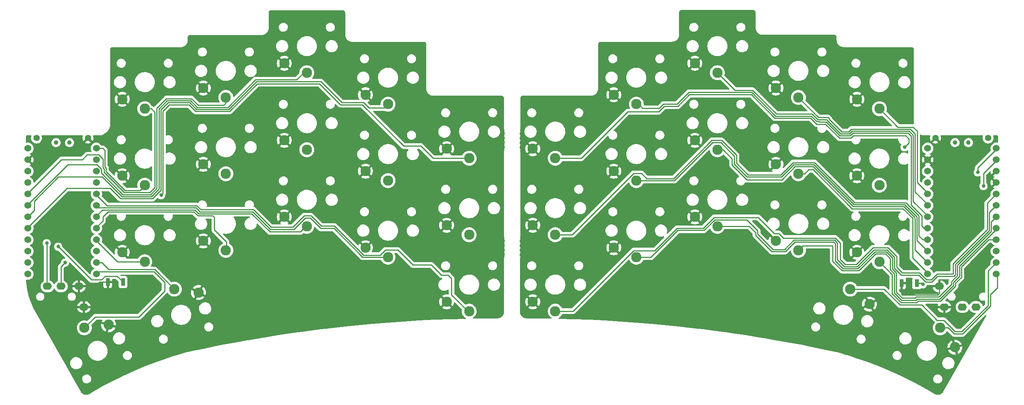
<source format=gbr>
%TF.GenerationSoftware,KiCad,Pcbnew,(6.0.7-1)-1*%
%TF.CreationDate,2022-08-06T17:31:22-07:00*%
%TF.ProjectId,sweepv2,73776565-7076-4322-9e6b-696361645f70,rev?*%
%TF.SameCoordinates,Original*%
%TF.FileFunction,Copper,L1,Top*%
%TF.FilePolarity,Positive*%
%FSLAX46Y46*%
G04 Gerber Fmt 4.6, Leading zero omitted, Abs format (unit mm)*
G04 Created by KiCad (PCBNEW (6.0.7-1)-1) date 2022-08-06 17:31:22*
%MOMM*%
%LPD*%
G01*
G04 APERTURE LIST*
%TA.AperFunction,ComponentPad*%
%ADD10C,1.524000*%
%TD*%
%TA.AperFunction,ComponentPad*%
%ADD11O,2.000000X1.600000*%
%TD*%
%TA.AperFunction,ComponentPad*%
%ADD12C,2.282000*%
%TD*%
%TA.AperFunction,SMDPad,CuDef*%
%ADD13R,0.900000X1.700000*%
%TD*%
%TA.AperFunction,ComponentPad*%
%ADD14C,1.397000*%
%TD*%
%TA.AperFunction,WasherPad*%
%ADD15C,1.000000*%
%TD*%
%TA.AperFunction,ViaPad*%
%ADD16C,0.800000*%
%TD*%
%TA.AperFunction,Conductor*%
%ADD17C,0.250000*%
%TD*%
G04 APERTURE END LIST*
D10*
%TO.P,U1,1*%
%TO.N,Switch10*%
X237789400Y-53086000D03*
%TO.P,U1,2*%
%TO.N,Switch18*%
X237789400Y-55626000D03*
%TO.P,U1,3*%
%TO.N,gnd*%
X237789400Y-58166000D03*
%TO.P,U1,4*%
X237789400Y-60706000D03*
%TO.P,U1,5*%
%TO.N,Switch11*%
X237789400Y-63246000D03*
%TO.P,U1,6*%
%TO.N,Switch12*%
X237789400Y-65786000D03*
%TO.P,U1,7*%
%TO.N,Switch13*%
X237789400Y-68326000D03*
%TO.P,U1,8*%
%TO.N,Switch14*%
X237789400Y-70866000D03*
%TO.P,U1,9*%
%TO.N,Switch15*%
X237789400Y-73406000D03*
%TO.P,U1,10*%
%TO.N,Switch1*%
X237789400Y-75946000D03*
%TO.P,U1,11*%
%TO.N,Switch16*%
X237789400Y-78486000D03*
%TO.P,U1,12*%
%TO.N,Switch17*%
X237789400Y-81026000D03*
%TO.P,U1,13*%
%TO.N,Switch9*%
X222569400Y-81026000D03*
%TO.P,U1,14*%
%TO.N,Switch8*%
X222569400Y-78486000D03*
%TO.P,U1,15*%
%TO.N,Switch7*%
X222569400Y-75946000D03*
%TO.P,U1,16*%
%TO.N,Switch6*%
X222569400Y-73406000D03*
%TO.P,U1,17*%
%TO.N,Switch2*%
X222569400Y-70866000D03*
%TO.P,U1,18*%
%TO.N,Switch3*%
X222569400Y-68326000D03*
%TO.P,U1,19*%
%TO.N,Switch4*%
X222569400Y-65786000D03*
%TO.P,U1,20*%
%TO.N,Switch5*%
X222569400Y-63246000D03*
%TO.P,U1,21*%
%TO.N,vcc*%
X222569400Y-60706000D03*
%TO.P,U1,22*%
%TO.N,reset*%
X222569400Y-58166000D03*
%TO.P,U1,23*%
%TO.N,gnd*%
X222569400Y-55626000D03*
%TO.P,U1,24*%
%TO.N,raw*%
X222569400Y-53086000D03*
%TD*%
D11*
%TO.P,J2,R1*%
%TO.N,Switch18*%
X230274000Y-88352000D03*
%TO.P,J2,R2*%
%TO.N,vcc*%
X233274000Y-88352000D03*
%TO.P,J2,S*%
%TO.N,gnd*%
X225174000Y-83752000D03*
%TO.P,J2,T*%
X226274000Y-88352000D03*
%TD*%
D12*
%TO.P,SW16,1*%
%TO.N,Switch13*%
X175856000Y-70416000D03*
%TO.P,SW16,2*%
%TO.N,gnd*%
X170856000Y-68316000D03*
%TD*%
%TO.P,SW20,1*%
%TO.N,Switch17*%
X225336000Y-92972450D03*
%TO.P,SW20,2*%
%TO.N,gnd*%
X228616127Y-97291103D03*
%TD*%
%TO.P,SW15,1*%
%TO.N,Switch12*%
X157856000Y-77274000D03*
%TO.P,SW15,2*%
%TO.N,gnd*%
X152856000Y-75174000D03*
%TD*%
%TO.P,SW21,1*%
%TO.N,Switch16*%
X205353032Y-84383038D03*
%TO.P,SW21,2*%
%TO.N,gnd*%
X209639142Y-87705577D03*
%TD*%
%TO.P,SW17,1*%
%TO.N,Switch14*%
X193856000Y-75750000D03*
%TO.P,SW17,2*%
%TO.N,gnd*%
X188856000Y-73650000D03*
%TD*%
%TO.P,SW18,1*%
%TO.N,Switch15*%
X211836000Y-78290000D03*
%TO.P,SW18,2*%
%TO.N,gnd*%
X206836000Y-76190000D03*
%TD*%
%TO.P,SW4,1*%
%TO.N,Switch3*%
X175856000Y-36282000D03*
%TO.P,SW4,2*%
%TO.N,gnd*%
X170856000Y-34182000D03*
%TD*%
%TO.P,SW3,1*%
%TO.N,Switch2*%
X157856000Y-43282000D03*
%TO.P,SW3,2*%
%TO.N,gnd*%
X152856000Y-41182000D03*
%TD*%
%TO.P,SW9,1*%
%TO.N,Switch7*%
X157856000Y-60256000D03*
%TO.P,SW9,2*%
%TO.N,gnd*%
X152856000Y-58156000D03*
%TD*%
%TO.P,SW14,1*%
%TO.N,Switch11*%
X139856000Y-89282000D03*
%TO.P,SW14,2*%
%TO.N,gnd*%
X134856000Y-87182000D03*
%TD*%
%TO.P,SW12,1*%
%TO.N,Switch10*%
X211836000Y-61272000D03*
%TO.P,SW12,2*%
%TO.N,gnd*%
X206836000Y-59172000D03*
%TD*%
%TO.P,SW11,1*%
%TO.N,Switch9*%
X193856000Y-58732000D03*
%TO.P,SW11,2*%
%TO.N,gnd*%
X188856000Y-56632000D03*
%TD*%
%TO.P,SW8,1*%
%TO.N,Switch6*%
X139856000Y-72282000D03*
%TO.P,SW8,2*%
%TO.N,gnd*%
X134856000Y-70182000D03*
%TD*%
%TO.P,SW6,1*%
%TO.N,Switch5*%
X211856000Y-44282000D03*
%TO.P,SW6,2*%
%TO.N,gnd*%
X206856000Y-42182000D03*
%TD*%
%TO.P,SW5,1*%
%TO.N,Switch4*%
X193856000Y-41782000D03*
%TO.P,SW5,2*%
%TO.N,gnd*%
X188856000Y-39682000D03*
%TD*%
%TO.P,SW2,1*%
%TO.N,Switch1*%
X139856000Y-55282000D03*
%TO.P,SW2,2*%
%TO.N,gnd*%
X134856000Y-53182000D03*
%TD*%
D13*
%TO.P,RSW1,1*%
%TO.N,gnd*%
X216740000Y-83058000D03*
%TO.P,RSW1,2*%
%TO.N,reset*%
X220140000Y-83058000D03*
%TD*%
D12*
%TO.P,SW10,1*%
%TO.N,Switch8*%
X175856000Y-53398000D03*
%TO.P,SW10,2*%
%TO.N,gnd*%
X170856000Y-51298000D03*
%TD*%
D14*
%TO.P,B+,1*%
%TO.N,BT+_r*%
X235966000Y-50800000D03*
%TD*%
%TO.P,B-,1*%
%TO.N,gnd*%
X224282000Y-50800000D03*
%TD*%
D10*
%TO.P,U2,1*%
%TO.N,Switch10_r*%
X37937400Y-53086000D03*
%TO.P,U2,2*%
%TO.N,Switch18_r*%
X37937400Y-55626000D03*
%TO.P,U2,3*%
%TO.N,gnd*%
X37937400Y-58166000D03*
%TO.P,U2,4*%
X37937400Y-60706000D03*
%TO.P,U2,5*%
%TO.N,Switch11_r*%
X37937400Y-63246000D03*
%TO.P,U2,6*%
%TO.N,Switch12_r*%
X37937400Y-65786000D03*
%TO.P,U2,7*%
%TO.N,Switch13_r*%
X37937400Y-68326000D03*
%TO.P,U2,8*%
%TO.N,Switch14_r*%
X37937400Y-70866000D03*
%TO.P,U2,9*%
%TO.N,Switch15_r*%
X37937400Y-73406000D03*
%TO.P,U2,10*%
%TO.N,Switch1_r*%
X37937400Y-75946000D03*
%TO.P,U2,11*%
%TO.N,Switch16_r*%
X37937400Y-78486000D03*
%TO.P,U2,12*%
%TO.N,Switch17_r*%
X37937400Y-81026000D03*
%TO.P,U2,13*%
%TO.N,Switch9_r*%
X22717400Y-81026000D03*
%TO.P,U2,14*%
%TO.N,Switch8_r*%
X22717400Y-78486000D03*
%TO.P,U2,15*%
%TO.N,Switch7_r*%
X22717400Y-75946000D03*
%TO.P,U2,16*%
%TO.N,Switch6_r*%
X22717400Y-73406000D03*
%TO.P,U2,17*%
%TO.N,Switch2_r*%
X22717400Y-70866000D03*
%TO.P,U2,18*%
%TO.N,Switch3_r*%
X22717400Y-68326000D03*
%TO.P,U2,19*%
%TO.N,Switch4_r*%
X22717400Y-65786000D03*
%TO.P,U2,20*%
%TO.N,Switch5_r*%
X22717400Y-63246000D03*
%TO.P,U2,21*%
%TO.N,vcc*%
X22717400Y-60706000D03*
%TO.P,U2,22*%
%TO.N,reset_r*%
X22717400Y-58166000D03*
%TO.P,U2,23*%
%TO.N,gnd*%
X22717400Y-55626000D03*
%TO.P,U2,24*%
%TO.N,raw*%
X22717400Y-53086000D03*
%TD*%
D11*
%TO.P,J1,R1*%
%TO.N,Switch18_r*%
X30076000Y-83752000D03*
%TO.P,J1,R2*%
%TO.N,vcc*%
X27076000Y-83752000D03*
%TO.P,J1,S*%
%TO.N,gnd*%
X35176000Y-88352000D03*
%TO.P,J1,T*%
X34076000Y-83752000D03*
%TD*%
D12*
%TO.P,SW17_r1,1*%
%TO.N,Switch15_r*%
X48686000Y-78290000D03*
%TO.P,SW17_r1,2*%
%TO.N,gnd*%
X43686000Y-76190000D03*
%TD*%
%TO.P,SW11_r1,1*%
%TO.N,Switch9_r*%
X66700000Y-58732000D03*
%TO.P,SW11_r1,2*%
%TO.N,gnd*%
X61700000Y-56632000D03*
%TD*%
%TO.P,SW15_r1,1*%
%TO.N,Switch13_r*%
X84688000Y-70416000D03*
%TO.P,SW15_r1,2*%
%TO.N,gnd*%
X79688000Y-68316000D03*
%TD*%
%TO.P,SW18_r1,1*%
%TO.N,Switch12_r*%
X102714000Y-77274000D03*
%TO.P,SW18_r1,2*%
%TO.N,gnd*%
X97714000Y-75174000D03*
%TD*%
%TO.P,SW6_r1,1*%
%TO.N,Switch5_r*%
X48686000Y-44282000D03*
%TO.P,SW6_r1,2*%
%TO.N,gnd*%
X43686000Y-42182000D03*
%TD*%
%TO.P,SW5_r1,1*%
%TO.N,Switch4_r*%
X66700000Y-41782000D03*
%TO.P,SW5_r1,2*%
%TO.N,gnd*%
X61700000Y-39682000D03*
%TD*%
%TO.P,SW2_r1,1*%
%TO.N,Switch1_r*%
X120732000Y-55282000D03*
%TO.P,SW2_r1,2*%
%TO.N,gnd*%
X115732000Y-53182000D03*
%TD*%
%TO.P,SW16_r1,1*%
%TO.N,Switch14_r*%
X66700000Y-75750000D03*
%TO.P,SW16_r1,2*%
%TO.N,gnd*%
X61700000Y-73650000D03*
%TD*%
%TO.P,SW4_r1,1*%
%TO.N,Switch3_r*%
X84688000Y-36282000D03*
%TO.P,SW4_r1,2*%
%TO.N,gnd*%
X79688000Y-34182000D03*
%TD*%
%TO.P,SW13_r1,1*%
%TO.N,Switch11_r*%
X120732000Y-89282000D03*
%TO.P,SW13_r1,2*%
%TO.N,gnd*%
X115732000Y-87182000D03*
%TD*%
%TO.P,SW12_r1,1*%
%TO.N,Switch10_r*%
X48686000Y-61272000D03*
%TO.P,SW12_r1,2*%
%TO.N,gnd*%
X43686000Y-59172000D03*
%TD*%
%TO.P,SW3_r1,1*%
%TO.N,Switch2_r*%
X102714000Y-43282000D03*
%TO.P,SW3_r1,2*%
%TO.N,gnd*%
X97714000Y-41182000D03*
%TD*%
%TO.P,SW8_r1,1*%
%TO.N,Switch7_r*%
X102714000Y-60256000D03*
%TO.P,SW8_r1,2*%
%TO.N,gnd*%
X97714000Y-58156000D03*
%TD*%
%TO.P,SW21_r1,1*%
%TO.N,Switch16_r*%
X55250968Y-84383038D03*
%TO.P,SW21_r1,2*%
%TO.N,gnd*%
X60624117Y-85117387D03*
%TD*%
%TO.P,SW9_r1,1*%
%TO.N,Switch8_r*%
X84688000Y-53398000D03*
%TO.P,SW9_r1,2*%
%TO.N,gnd*%
X79688000Y-51298000D03*
%TD*%
%TO.P,SW20_r1,1*%
%TO.N,Switch17_r*%
X35268000Y-92972450D03*
%TO.P,SW20_r1,2*%
%TO.N,gnd*%
X40648127Y-92291103D03*
%TD*%
%TO.P,SW7_r1,1*%
%TO.N,Switch6_r*%
X120732000Y-72282000D03*
%TO.P,SW7_r1,2*%
%TO.N,gnd*%
X115732000Y-70182000D03*
%TD*%
D14*
%TO.P,B-,1*%
%TO.N,gnd*%
X36068000Y-50800000D03*
%TD*%
%TO.P,B+,1*%
%TO.N,BT+*%
X24638000Y-50800000D03*
%TD*%
D13*
%TO.P,RSW2,1*%
%TO.N,gnd*%
X40464000Y-82804000D03*
%TO.P,RSW2,2*%
%TO.N,reset_r*%
X43864000Y-82804000D03*
%TD*%
D15*
%TO.P,POWER SW,*%
%TO.N,*%
X231624000Y-51816000D03*
X228624000Y-51816000D03*
%TD*%
%TO.P,POWER SW,*%
%TO.N,*%
X28980000Y-51816000D03*
X31980000Y-51816000D03*
%TD*%
D16*
%TO.N,vcc*%
X26924000Y-74168000D03*
%TO.N,Switch18*%
X234950000Y-61468000D03*
%TO.N,reset*%
X221488000Y-83312000D03*
%TO.N,Switch1*%
X217424000Y-52832000D03*
%TO.N,Switch10*%
X233680000Y-58420000D03*
%TO.N,Switch18_r*%
X30988000Y-78486000D03*
%TO.N,reset_r*%
X29464000Y-74930000D03*
%TO.N,Switch1_r*%
X52324000Y-63500000D03*
%TD*%
D17*
%TO.N,gnd*%
X224857600Y-85653170D02*
X225174000Y-85336770D01*
X225174000Y-85336770D02*
X225174000Y-83552000D01*
X216740000Y-83058000D02*
X216740000Y-84758000D01*
X216740000Y-85544770D02*
X216848400Y-85653170D01*
X216848400Y-85653170D02*
X224857600Y-85653170D01*
X216740000Y-84758000D02*
X216740000Y-85544770D01*
X40406010Y-82746010D02*
X40464000Y-82804000D01*
X34076000Y-83552000D02*
X37802010Y-83552000D01*
X37802010Y-83552000D02*
X38608000Y-82746010D01*
X38608000Y-82746010D02*
X40406010Y-82746010D01*
%TO.N,vcc*%
X26924000Y-83400000D02*
X27076000Y-83552000D01*
X26924000Y-74168000D02*
X26924000Y-83400000D01*
%TO.N,Switch18*%
X237989400Y-55626000D02*
X234950000Y-58665400D01*
X234950000Y-58665400D02*
X234950000Y-61468000D01*
%TO.N,reset*%
X220140000Y-83058000D02*
X221234000Y-83058000D01*
X221234000Y-83058000D02*
X221488000Y-83312000D01*
%TO.N,Switch1*%
X217678000Y-50292000D02*
X218417960Y-51031960D01*
X155956000Y-44958000D02*
X162814000Y-44958000D01*
X205994000Y-50292000D02*
X217678000Y-50292000D01*
X218417960Y-51031960D02*
X218417960Y-51838040D01*
X199840010Y-47694010D02*
X202946000Y-50800000D01*
X167057719Y-43732009D02*
X169641728Y-41148000D01*
X164039990Y-43732010D02*
X167057719Y-43732009D01*
X162814000Y-44958000D02*
X164039990Y-43732010D01*
X183385180Y-41148000D02*
X188603200Y-46366020D01*
X202946000Y-50800000D02*
X205486000Y-50800000D01*
X196530790Y-46366020D02*
X197858780Y-47694010D01*
X197858780Y-47694010D02*
X199840010Y-47694010D01*
X188603200Y-46366020D02*
X196530790Y-46366020D01*
X218417960Y-51838040D02*
X217424000Y-52832000D01*
X205486000Y-50800000D02*
X205994000Y-50292000D01*
X169641728Y-41148000D02*
X183385180Y-41148000D01*
X139856000Y-55282000D02*
X145632000Y-55282000D01*
X145632000Y-55282000D02*
X155956000Y-44958000D01*
%TO.N,Switch2*%
X203074410Y-50292000D02*
X205357590Y-50292000D01*
X205933189Y-49716401D02*
X218243991Y-49716401D01*
X218867970Y-50340380D02*
X218867970Y-65705970D01*
X200026411Y-47244001D02*
X203074410Y-50292000D01*
X159234991Y-44172991D02*
X162962599Y-44172991D01*
X163853591Y-43282001D02*
X166871317Y-43282001D01*
X157856000Y-43282000D02*
X158344000Y-43282000D01*
X169513318Y-40640000D02*
X183513590Y-40640000D01*
X205357590Y-50292000D02*
X205933189Y-49716401D01*
X166871317Y-43282001D02*
X169513318Y-40640000D01*
X162962599Y-44172991D02*
X163853591Y-43282001D01*
X158344000Y-43282000D02*
X159234991Y-44172991D01*
X218243991Y-49716401D02*
X218867970Y-50340380D01*
X221234000Y-70358000D02*
X221742000Y-70866000D01*
X218867970Y-65705970D02*
X221234000Y-68072000D01*
X221234000Y-68072000D02*
X221234000Y-70358000D01*
X221742000Y-70866000D02*
X222569400Y-70866000D01*
X198553180Y-47244000D02*
X200026411Y-47244001D01*
X198463590Y-47154410D02*
X198553180Y-47244000D01*
X196717190Y-45916010D02*
X197955590Y-47154410D01*
X183513590Y-40640000D02*
X188789600Y-45916010D01*
X188789600Y-45916010D02*
X196717190Y-45916010D01*
X197955590Y-47154410D02*
X198463590Y-47154410D01*
%TO.N,Switch3*%
X219317980Y-64874580D02*
X222769400Y-68326000D01*
X188976000Y-45466000D02*
X196903590Y-45466000D01*
X179763990Y-40189990D02*
X183699990Y-40189990D01*
X198115600Y-46678010D02*
X200209990Y-46678010D01*
X218430392Y-49266392D02*
X219317980Y-50153980D01*
X183699990Y-40189990D02*
X188976000Y-45466000D01*
X205171190Y-49841990D02*
X205746788Y-49266392D01*
X219317980Y-50153980D02*
X219317980Y-64874580D01*
X196903590Y-45466000D02*
X198115600Y-46678010D01*
X175856000Y-36282000D02*
X179763990Y-40189990D01*
X205746788Y-49266392D02*
X218430392Y-49266392D01*
X203260810Y-49841990D02*
X205171190Y-49841990D01*
X200209990Y-46678010D02*
X200209990Y-46791170D01*
X200209990Y-46791170D02*
X203260810Y-49841990D01*
%TO.N,Switch4*%
X193856000Y-41782000D02*
X198302000Y-46228000D01*
X219767990Y-49841990D02*
X219767990Y-62784590D01*
X203447210Y-49391980D02*
X204984790Y-49391980D01*
X205560388Y-48816382D02*
X218742382Y-48816382D01*
X218742382Y-48816382D02*
X219767990Y-49841990D01*
X200660000Y-46491610D02*
X200660000Y-46604770D01*
X200396391Y-46228001D02*
X200660000Y-46491610D01*
X204984790Y-49391980D02*
X205560388Y-48816382D01*
X219767990Y-62784590D02*
X222769400Y-65786000D01*
X198302000Y-46228000D02*
X200396391Y-46228001D01*
X200660000Y-46604770D02*
X203447210Y-49391980D01*
%TO.N,Switch5*%
X220218000Y-49276000D02*
X220218000Y-60694600D01*
X211856000Y-44282000D02*
X215940372Y-48366372D01*
X215940372Y-48366372D02*
X219308372Y-48366372D01*
X220218000Y-60694600D02*
X222769400Y-63246000D01*
X219308372Y-48366372D02*
X220218000Y-49276000D01*
%TO.N,Switch6*%
X189934010Y-58985990D02*
X192659000Y-56261000D01*
X220610020Y-68084430D02*
X220610020Y-72528020D01*
X206363981Y-65139981D02*
X217665571Y-65139981D01*
X157226000Y-58674000D02*
X159004000Y-58674000D01*
X197485000Y-56261000D02*
X206363981Y-65139981D01*
X166127010Y-59805990D02*
X174625000Y-51308000D01*
X180097546Y-54621546D02*
X180097546Y-56399546D01*
X159004000Y-58674000D02*
X160135990Y-59805990D01*
X160135990Y-59805990D02*
X166127010Y-59805990D01*
X176784000Y-51308000D02*
X180097546Y-54621546D01*
X174625000Y-51308000D02*
X176784000Y-51308000D01*
X180097546Y-56399546D02*
X182683990Y-58985990D01*
X143618000Y-72282000D02*
X157226000Y-58674000D01*
X217665571Y-65139981D02*
X220610020Y-68084430D01*
X192659000Y-56261000D02*
X197485000Y-56261000D01*
X220610020Y-72528020D02*
X221488000Y-73406000D01*
X221488000Y-73406000D02*
X222569400Y-73406000D01*
X139856000Y-72282000D02*
X143618000Y-72282000D01*
X182683990Y-58985990D02*
X189934010Y-58985990D01*
%TO.N,Switch7*%
X197298802Y-56710520D02*
X206178273Y-65589991D01*
X166312718Y-60256000D02*
X174752718Y-51816000D01*
X220160010Y-68270830D02*
X220160010Y-73536610D01*
X179648026Y-56641616D02*
X182442410Y-59436000D01*
X179648026Y-54807744D02*
X179648026Y-56641616D01*
X176656282Y-51816000D02*
X179648026Y-54807744D01*
X182442410Y-59436000D02*
X190119718Y-59436000D01*
X220160010Y-73536610D02*
X222569400Y-75946000D01*
X206178273Y-65589991D02*
X217479171Y-65589991D01*
X174752718Y-51816000D02*
X176656282Y-51816000D01*
X192845198Y-56710520D02*
X197298802Y-56710520D01*
X157856000Y-60256000D02*
X166312718Y-60256000D01*
X190119718Y-59436000D02*
X192845198Y-56710520D01*
X217479171Y-65589991D02*
X220160010Y-68270830D01*
%TO.N,Switch8*%
X205992564Y-66040000D02*
X217292770Y-66040000D01*
X175768000Y-53398000D02*
X177116272Y-53398000D01*
X219644385Y-68639975D02*
X219710000Y-68705590D01*
X219710000Y-75626600D02*
X222569400Y-78486000D01*
X193082619Y-57160040D02*
X197112604Y-57160040D01*
X219710000Y-68705590D02*
X219710000Y-75626600D01*
X179127990Y-55409718D02*
X179127990Y-56757990D01*
X190169658Y-60073001D02*
X193082619Y-57160040D01*
X179127990Y-56757990D02*
X182443001Y-60073001D01*
X182443001Y-60073001D02*
X190169658Y-60073001D01*
X177116272Y-53398000D02*
X179127990Y-55409718D01*
X217292770Y-66040000D02*
X219644385Y-68391615D01*
X197112604Y-57160040D02*
X205992564Y-66040000D01*
X219644385Y-68391615D02*
X219644385Y-68639975D01*
%TO.N,Switch9*%
X217106572Y-66489520D02*
X219194865Y-68577813D01*
X196129831Y-57841009D02*
X197157855Y-57841009D01*
X195238840Y-58732000D02*
X196129831Y-57841009D01*
X219202000Y-68833308D02*
X219202000Y-77458600D01*
X205806367Y-66489520D02*
X217106572Y-66489520D01*
X197157855Y-57841009D02*
X205806367Y-66489520D01*
X219194865Y-68826173D02*
X219202000Y-68833308D01*
X193802000Y-58732000D02*
X195238840Y-58732000D01*
X219194865Y-68577813D02*
X219194865Y-68826173D01*
X219202000Y-77458600D02*
X222769400Y-81026000D01*
%TO.N,Switch10*%
X237989400Y-53086000D02*
X233680000Y-57395400D01*
X233680000Y-57395400D02*
X233680000Y-58420000D01*
%TO.N,Switch11*%
X215646000Y-79502000D02*
X216916000Y-80772000D01*
X175109908Y-68453000D02*
X184912000Y-68453000D01*
X143775453Y-89282000D02*
X157248964Y-75808489D01*
X206709030Y-78913970D02*
X210439000Y-75184000D01*
X222250000Y-82296000D02*
X223366176Y-82296000D01*
X166889546Y-70854454D02*
X172708454Y-70854454D01*
X210439000Y-75184000D02*
X213741000Y-75184000D01*
X220726000Y-80772000D02*
X222250000Y-82296000D01*
X216916000Y-80772000D02*
X220726000Y-80772000D01*
X190500000Y-73025000D02*
X202059820Y-73025000D01*
X202059820Y-73025000D02*
X203142010Y-74107190D01*
X172708454Y-70854454D02*
X175109908Y-68453000D01*
X203142010Y-74107190D02*
X203142010Y-77791600D01*
X235802379Y-71124571D02*
X235802379Y-65233021D01*
X161935511Y-75808489D02*
X166889546Y-70854454D01*
X139856000Y-89282000D02*
X143775453Y-89282000D01*
X203142010Y-77791600D02*
X204264380Y-78913970D01*
X215646000Y-77089000D02*
X215646000Y-79502000D01*
X189484000Y-72009000D02*
X190500000Y-73025000D01*
X235802379Y-65233021D02*
X237789400Y-63246000D01*
X213741000Y-75184000D02*
X215646000Y-77089000D01*
X224636176Y-81026000D02*
X228217590Y-81026000D01*
X228217590Y-78709360D02*
X235802379Y-71124571D01*
X188468000Y-72009000D02*
X189484000Y-72009000D01*
X223366176Y-82296000D02*
X224636176Y-81026000D01*
X204264380Y-78913970D02*
X206709030Y-78913970D01*
X228217590Y-81026000D02*
X228217590Y-78709360D01*
X184912000Y-68453000D02*
X188468000Y-72009000D01*
X157248964Y-75808489D02*
X161935511Y-75808489D01*
%TO.N,Switch12*%
X228706875Y-78856485D02*
X229090067Y-78473293D01*
X222108883Y-82791293D02*
X223507293Y-82791293D01*
X188214000Y-75565000D02*
X190754000Y-75565000D01*
X213554802Y-75633520D02*
X215196480Y-77275198D01*
X223507293Y-82791293D02*
X224764586Y-81534000D01*
X202496002Y-77782002D02*
X204077980Y-79363980D01*
X229090067Y-78473293D02*
X229109287Y-78473293D01*
X184784649Y-71375059D02*
X184784649Y-72135649D01*
X204077980Y-79363980D02*
X206894738Y-79363980D01*
X215196480Y-77275198D02*
X215196480Y-79741250D01*
X172894854Y-71304464D02*
X175248829Y-68950489D01*
X210625198Y-75633520D02*
X213554802Y-75633520D01*
X229109287Y-78473293D02*
X236252389Y-71330191D01*
X175248829Y-68950489D02*
X182360079Y-68950489D01*
X192844480Y-73474520D02*
X201872930Y-73474520D01*
X216698615Y-81243385D02*
X220560975Y-81243385D01*
X228346000Y-81534000D02*
X228706875Y-81173125D01*
X236252389Y-71330191D02*
X236252389Y-67323011D01*
X167075946Y-71304464D02*
X172894854Y-71304464D01*
X224764586Y-81534000D02*
X228346000Y-81534000D01*
X220560975Y-81243385D02*
X222108883Y-82791293D01*
X161106410Y-77274000D02*
X167075946Y-71304464D01*
X201872930Y-73474520D02*
X202496002Y-74097592D01*
X236252389Y-67323011D02*
X237789400Y-65786000D01*
X228706875Y-81173125D02*
X228706875Y-78856485D01*
X182360079Y-68950489D02*
X184784649Y-71375059D01*
X215196480Y-79741250D02*
X216698615Y-81243385D01*
X157856000Y-77274000D02*
X161106410Y-77274000D01*
X206894738Y-79363980D02*
X210625198Y-75633520D01*
X190754000Y-75565000D02*
X192844480Y-73474520D01*
X202496002Y-74480002D02*
X202496002Y-77782002D01*
X184784649Y-72135649D02*
X188214000Y-75565000D01*
X202496002Y-74097592D02*
X202496002Y-74480002D01*
%TO.N,Switch13*%
X237789400Y-68326000D02*
X236702399Y-69413001D01*
X227831210Y-82685200D02*
X227831210Y-83315970D01*
X236702399Y-71516591D02*
X229176105Y-79042885D01*
X236702399Y-69413001D02*
X236702399Y-71516591D01*
X229156885Y-79042885D02*
X229156884Y-81359526D01*
X229156884Y-81359526D02*
X227831210Y-82685200D01*
X229176105Y-79042885D02*
X229156885Y-79042885D01*
X227831210Y-83315970D02*
X225677590Y-85469590D01*
X203765990Y-79813990D02*
X202045992Y-78093992D01*
X193030678Y-73924040D02*
X190940197Y-76014520D01*
X225044000Y-86103180D02*
X219966820Y-86103180D01*
X201686732Y-73924040D02*
X193030678Y-73924040D01*
X190940197Y-76014520D02*
X187909018Y-76014520D01*
X215588010Y-80769190D02*
X214746960Y-79928140D01*
X202045992Y-74283300D02*
X201686732Y-73924040D01*
X187909018Y-76014520D02*
X184334640Y-72440142D01*
X184334639Y-71812639D02*
X182938000Y-70416000D01*
X215588010Y-85029190D02*
X215588010Y-80769190D01*
X210811396Y-76083040D02*
X207080446Y-79813990D01*
X214746960Y-79928140D02*
X214746960Y-77461396D01*
X207080446Y-79813990D02*
X203765990Y-79813990D01*
X184334640Y-72440142D02*
X184334639Y-71812639D01*
X202045992Y-78093992D02*
X202045992Y-74283300D01*
X219710000Y-86360000D02*
X216918820Y-86360000D01*
X216918820Y-86360000D02*
X215588010Y-85029190D01*
X225677590Y-85469590D02*
X225044000Y-86103180D01*
X213368604Y-76083040D02*
X210811396Y-76083040D01*
X219966820Y-86103180D02*
X219710000Y-86360000D01*
X214746960Y-77461396D02*
X213368604Y-76083040D01*
X182938000Y-70416000D02*
X175768000Y-70416000D01*
%TO.N,Switch14*%
X229606893Y-81545927D02*
X229606893Y-81289107D01*
X229606893Y-81289107D02*
X229606895Y-81289105D01*
X229606895Y-79248505D02*
X229606895Y-81289105D01*
X229606895Y-79248505D02*
X229606893Y-81545927D01*
X237989400Y-70866000D02*
X229606895Y-79248505D01*
X225230400Y-86553190D02*
X228281220Y-83502370D01*
X215138000Y-85215590D02*
X216790410Y-86868000D01*
X201480001Y-78173999D02*
X203570002Y-80264000D01*
X220278810Y-86553190D02*
X225230400Y-86553190D01*
X194817999Y-74734001D02*
X201480001Y-74734001D01*
X203570002Y-80264000D02*
X207266153Y-80264000D01*
X216790410Y-86868000D02*
X219964000Y-86868000D01*
X213182406Y-76532560D02*
X214249000Y-77599154D01*
X193802000Y-75750000D02*
X194817999Y-74734001D01*
X207266153Y-80264000D02*
X210997594Y-76532560D01*
X214249000Y-80066590D02*
X215138000Y-80955590D01*
X214249000Y-77599154D02*
X214249000Y-80066590D01*
X201480001Y-74734001D02*
X201480001Y-78173999D01*
X210997594Y-76532560D02*
X213182406Y-76532560D01*
X215138000Y-80955590D02*
X215138000Y-85215590D01*
X219964000Y-86868000D02*
X220278810Y-86553190D01*
X228281220Y-82871600D02*
X229606893Y-81545927D01*
X228281220Y-83502370D02*
X228281220Y-82871600D01*
%TO.N,Switch15*%
X237989400Y-73406000D02*
X236085810Y-73406000D01*
X236085810Y-73406000D02*
X233104905Y-76386905D01*
X228731230Y-83058000D02*
X228731230Y-83697230D01*
X233104905Y-76386905D02*
X230056905Y-79434905D01*
X228731230Y-83697230D02*
X225941460Y-86487000D01*
X230056902Y-81732328D02*
X228731230Y-83058000D01*
X220092410Y-87376000D02*
X216662000Y-87376000D01*
X216662000Y-87376000D02*
X214688480Y-85402480D01*
X214688480Y-85402480D02*
X214688480Y-81142480D01*
X230056905Y-81601095D02*
X230056902Y-81732328D01*
X225941460Y-86487000D02*
X225933000Y-86487000D01*
X220465211Y-87003199D02*
X220092410Y-87376000D01*
X230056905Y-79434905D02*
X230056905Y-81601095D01*
X225933000Y-86487000D02*
X225416801Y-87003199D01*
X214688480Y-81142480D02*
X211836000Y-78290000D01*
X225416801Y-87003199D02*
X220465211Y-87003199D01*
%TO.N,Switch16*%
X237789400Y-78486000D02*
X235966000Y-80309400D01*
X235966000Y-80309400D02*
X235966000Y-85598000D01*
X226187000Y-91313000D02*
X228662795Y-93788795D01*
X228662795Y-93788795D02*
X230186795Y-93788795D01*
X221234000Y-87884000D02*
X224663000Y-91313000D01*
X230186795Y-93788795D02*
X235966000Y-88009590D01*
X216408000Y-87884000D02*
X221234000Y-87884000D01*
X212907038Y-84383038D02*
X216408000Y-87884000D01*
X205353032Y-84383038D02*
X212907038Y-84383038D01*
X235966000Y-88009590D02*
X235966000Y-85598000D01*
X224663000Y-91313000D02*
X226187000Y-91313000D01*
%TO.N,Switch17*%
X228520549Y-94313451D02*
X230298549Y-94313451D01*
X237989400Y-84082600D02*
X237989400Y-81026000D01*
X236474000Y-85598000D02*
X237989400Y-84082600D01*
X225336000Y-92972450D02*
X227084450Y-92972450D01*
X228425451Y-94313451D02*
X228520549Y-94313451D01*
X236474000Y-88138000D02*
X236474000Y-85598000D01*
X227084450Y-92972450D02*
X228425451Y-94313451D01*
X230298549Y-94313451D02*
X236474000Y-88138000D01*
%TO.N,Switch18_r*%
X30076000Y-83552000D02*
X30076000Y-79398000D01*
X30076000Y-79398000D02*
X30988000Y-78486000D01*
%TO.N,reset_r*%
X42536010Y-81476010D02*
X43864000Y-82804000D01*
X39086998Y-82296000D02*
X39906988Y-81476010D01*
X39906988Y-81476010D02*
X41713990Y-81476010D01*
X29464000Y-74930000D02*
X36830000Y-82296000D01*
X41713990Y-81476010D02*
X42536010Y-81476010D01*
X36830000Y-82296000D02*
X39086998Y-82296000D01*
%TO.N,Switch10_r*%
X47576080Y-62463920D02*
X48768000Y-61272000D01*
X44303638Y-62463920D02*
X47576080Y-62463920D01*
X40073520Y-57462895D02*
X40073520Y-58233802D01*
X37937400Y-53086000D02*
X39370000Y-53086000D01*
X39370000Y-53086000D02*
X39819659Y-53535659D01*
X40073520Y-58233802D02*
X44303638Y-62463920D01*
X39819659Y-57209033D02*
X40073520Y-57462895D01*
X39819659Y-53535659D02*
X39819659Y-57209033D01*
%TO.N,Switch11_r*%
X72415745Y-66724301D02*
X72823123Y-66724303D01*
X71804301Y-66724301D02*
X72415745Y-66724301D01*
X72415745Y-66724301D02*
X72419047Y-66720999D01*
X61136301Y-66724301D02*
X71804301Y-66724301D01*
X37737400Y-63246000D02*
X40331700Y-65840300D01*
X60252300Y-65840300D02*
X61136301Y-66724301D01*
X40331700Y-65840300D02*
X60252300Y-65840300D01*
X87884000Y-70358000D02*
X85598000Y-68072000D01*
X116814833Y-82016833D02*
X116103167Y-81305167D01*
X116103167Y-81305167D02*
X116103167Y-81254833D01*
X90806410Y-70358000D02*
X87884000Y-70358000D01*
X100965169Y-76823990D02*
X97281308Y-76823990D01*
X116103167Y-81254833D02*
X114579167Y-81254833D01*
X114579167Y-81254833D02*
X112318334Y-78994000D01*
X85598000Y-68072000D02*
X84074000Y-68072000D01*
X102097159Y-75692000D02*
X100965169Y-76823990D01*
X81534000Y-70612000D02*
X76710820Y-70612000D01*
X116814833Y-85630833D02*
X116814833Y-82016833D01*
X91127659Y-70670341D02*
X91118751Y-70670341D01*
X84074000Y-68072000D02*
X81534000Y-70612000D01*
X112318334Y-78994000D02*
X108204000Y-78994000D01*
X108204000Y-78994000D02*
X104902000Y-75692000D01*
X120650000Y-89466000D02*
X116814833Y-85630833D01*
X76710820Y-70612000D02*
X72823121Y-66724301D01*
X72823121Y-66724301D02*
X71804301Y-66724301D01*
X97281308Y-76823990D02*
X91127659Y-70670341D01*
X104902000Y-75692000D02*
X102097159Y-75692000D01*
X91118751Y-70670341D02*
X90806410Y-70358000D01*
%TO.N,Switch12_r*%
X38241710Y-66290310D02*
X60065900Y-66290310D01*
X97086000Y-77274000D02*
X102616000Y-77274000D01*
X87755590Y-70866000D02*
X90678000Y-70866000D01*
X84328000Y-68580000D02*
X85469590Y-68580000D01*
X72636722Y-67174312D02*
X76582410Y-71120000D01*
X37737400Y-65786000D02*
X38241710Y-66290310D01*
X60841689Y-67174311D02*
X72636722Y-67174312D01*
X85469590Y-68580000D02*
X87755590Y-70866000D01*
X76582410Y-71120000D02*
X81788000Y-71120000D01*
X60065900Y-66290310D02*
X60841689Y-67066099D01*
X90678000Y-70866000D02*
X97086000Y-77274000D01*
X81788000Y-71120000D02*
X84328000Y-68580000D01*
X60841689Y-67066099D02*
X60841689Y-67174311D01*
%TO.N,Switch13_r*%
X39323080Y-66740320D02*
X59771288Y-66740320D01*
X72450321Y-67624321D02*
X76454000Y-71628000D01*
X59771288Y-66740320D02*
X60645679Y-67614711D01*
X60645679Y-67624321D02*
X72450321Y-67624321D01*
X83270000Y-71628000D02*
X84736000Y-70162000D01*
X60645679Y-67614711D02*
X60645679Y-67624321D01*
X76454000Y-71628000D02*
X83270000Y-71628000D01*
X37737400Y-68326000D02*
X39323080Y-66740320D01*
%TO.N,Switch14_r*%
X39370000Y-68326000D02*
X40505670Y-67190330D01*
X60459279Y-68074331D02*
X63756331Y-68074331D01*
X37737400Y-70866000D02*
X39370000Y-69233400D01*
X63756331Y-68074331D02*
X64160167Y-68478167D01*
X39370000Y-69233400D02*
X39370000Y-68326000D01*
X40505670Y-67190330D02*
X59584888Y-67190330D01*
X64160167Y-71221833D02*
X66802000Y-73863666D01*
X66802000Y-73863666D02*
X66802000Y-76004000D01*
X59584888Y-67190330D02*
X59584888Y-67199940D01*
X59584888Y-67199940D02*
X60459279Y-68074331D01*
X64160167Y-68478167D02*
X64160167Y-71221833D01*
%TO.N,Switch15_r*%
X37737400Y-73406000D02*
X42621400Y-78290000D01*
X42621400Y-78290000D02*
X48686000Y-78290000D01*
%TO.N,Switch16_r*%
X40640000Y-80010000D02*
X50877930Y-80010000D01*
X50877930Y-80010000D02*
X51385930Y-80518000D01*
X39116000Y-78486000D02*
X40640000Y-80010000D01*
X37737400Y-78486000D02*
X39116000Y-78486000D01*
X51385930Y-80518000D02*
X55250968Y-84383038D01*
%TO.N,Switch17_r*%
X53086000Y-82854480D02*
X50749520Y-80518000D01*
X37689450Y-90551000D02*
X47371000Y-90551000D01*
X35268000Y-92972450D02*
X37689450Y-90551000D01*
X38245400Y-80518000D02*
X37737400Y-81026000D01*
X47371000Y-90551000D02*
X53086000Y-84836000D01*
X50749520Y-80518000D02*
X38245400Y-80518000D01*
X53086000Y-84836000D02*
X53086000Y-82854480D01*
%TO.N,Switch1_r*%
X52716020Y-44819980D02*
X52716020Y-63107980D01*
X96970010Y-43376010D02*
X92144010Y-43376010D01*
X67525550Y-44869450D02*
X59981040Y-44869450D01*
X52716020Y-63107980D02*
X52324000Y-63500000D01*
X73665934Y-38729066D02*
X67525550Y-44869450D01*
X106168964Y-52574964D02*
X96970010Y-43376010D01*
X87497066Y-38729066D02*
X73665934Y-38729066D01*
X59981040Y-44869450D02*
X58545590Y-43434000D01*
X120732000Y-55282000D02*
X112686000Y-55282000D01*
X112686000Y-55282000D02*
X109978964Y-52574964D01*
X58545590Y-43434000D02*
X54102000Y-43434000D01*
X109978964Y-52574964D02*
X106168964Y-52574964D01*
X54102000Y-43434000D02*
X52716020Y-44819980D01*
X92144010Y-43376010D02*
X87497066Y-38729066D01*
%TO.N,Switch2_r*%
X22517400Y-70866000D02*
X31407400Y-61976000D01*
X52266010Y-44510810D02*
X53850820Y-42926000D01*
X50419000Y-64262000D02*
X52266010Y-62414990D01*
X53850820Y-42926000D02*
X58674000Y-42926000D01*
X52266010Y-62414990D02*
X52266010Y-44510810D01*
X101877699Y-44118301D02*
X102714000Y-43282000D01*
X58674000Y-42926000D02*
X60167442Y-44419442D01*
X43307000Y-64262000D02*
X50419000Y-64262000D01*
X31407400Y-61976000D02*
X41021000Y-61976000D01*
X73479736Y-38279546D02*
X87809546Y-38279546D01*
X60167442Y-44419442D02*
X67339840Y-44419442D01*
X98474301Y-44118301D02*
X101877699Y-44118301D01*
X92456000Y-42926000D02*
X97282000Y-42926000D01*
X87809546Y-38279546D02*
X92456000Y-42926000D01*
X41021000Y-61976000D02*
X43307000Y-64262000D01*
X97282000Y-42926000D02*
X98474301Y-44118301D01*
X67339840Y-44419442D02*
X73479736Y-38279546D01*
%TO.N,Switch3_r*%
X50165000Y-63812480D02*
X51816000Y-62161480D01*
X73294028Y-37829536D02*
X82439464Y-37829536D01*
X24149905Y-66893495D02*
X24149905Y-64789905D01*
X82439464Y-37829536D02*
X83987000Y-36282000D01*
X39243000Y-59436000D02*
X43619480Y-63812480D01*
X51816000Y-62161480D02*
X51816000Y-44324410D01*
X60353842Y-43969432D02*
X67154132Y-43969432D01*
X53664420Y-42475990D02*
X58860400Y-42475990D01*
X29503810Y-59436000D02*
X39243000Y-59436000D01*
X24149905Y-64789905D02*
X29503810Y-59436000D01*
X83987000Y-36282000D02*
X84688000Y-36282000D01*
X43619480Y-63812480D02*
X50165000Y-63812480D01*
X67154132Y-43969432D02*
X73294028Y-37829536D01*
X51816000Y-44324410D02*
X53664420Y-42475990D01*
X22717400Y-68326000D02*
X24149905Y-66893495D01*
X58860400Y-42475990D02*
X60353842Y-43969432D01*
%TO.N,Switch4_r*%
X60540244Y-43519424D02*
X59046800Y-42025980D01*
X51365991Y-44138009D02*
X51365990Y-46678010D01*
X66700000Y-43028000D02*
X66208576Y-43519424D01*
X39023911Y-58581193D02*
X39023911Y-57715951D01*
X43805678Y-63362960D02*
X39023911Y-58581193D01*
X38020961Y-56713001D02*
X31590399Y-56713001D01*
X51365990Y-46678010D02*
X51366480Y-46678500D01*
X49978802Y-63362960D02*
X43805678Y-63362960D01*
X39023911Y-57715951D02*
X38020961Y-56713001D01*
X31590399Y-56713001D02*
X22517400Y-65786000D01*
X53478020Y-42025980D02*
X51365991Y-44138009D01*
X51366480Y-61975282D02*
X49978802Y-63362960D01*
X66700000Y-41782000D02*
X66700000Y-43028000D01*
X51366480Y-46678500D02*
X51366480Y-61975282D01*
X59046800Y-42025980D02*
X53478020Y-42025980D01*
X66208576Y-43519424D02*
X60540244Y-43519424D01*
%TO.N,Switch5_r*%
X49792604Y-62913440D02*
X44117440Y-62913440D01*
X50916960Y-46864697D02*
X50916960Y-61789084D01*
X30181700Y-55581700D02*
X22517400Y-63246000D01*
X48686000Y-44282000D02*
X50124000Y-44282000D01*
X50916471Y-45074471D02*
X50916470Y-46864207D01*
X35885001Y-54538999D02*
X34842300Y-55581700D01*
X50916470Y-46864207D02*
X50916960Y-46864697D01*
X34842300Y-55581700D02*
X30181700Y-55581700D01*
X44117440Y-62913440D02*
X39624000Y-58420000D01*
X39624000Y-57649092D02*
X39369649Y-57394741D01*
X50124000Y-44282000D02*
X50916471Y-45074471D01*
X50916960Y-61789084D02*
X49792604Y-62913440D01*
X39624000Y-58420000D02*
X39624000Y-57649092D01*
X39369649Y-57394741D02*
X39369649Y-55449487D01*
X39369649Y-55449487D02*
X38459161Y-54538999D01*
X38459161Y-54538999D02*
X35885001Y-54538999D01*
%TD*%
%TA.AperFunction,Conductor*%
%TO.N,gnd*%
G36*
X174248643Y-70950745D02*
G01*
X174305479Y-70993292D01*
X174321020Y-71020583D01*
X174379844Y-71162595D01*
X174381740Y-71167173D01*
X174517400Y-71388550D01*
X174686020Y-71585980D01*
X174883450Y-71754600D01*
X175104827Y-71890260D01*
X175109397Y-71892153D01*
X175109401Y-71892155D01*
X175340127Y-71987725D01*
X175344700Y-71989619D01*
X175401140Y-72003169D01*
X175592350Y-72049075D01*
X175592356Y-72049076D01*
X175597163Y-72050230D01*
X175856000Y-72070601D01*
X176114837Y-72050230D01*
X176119644Y-72049076D01*
X176119650Y-72049075D01*
X176310860Y-72003169D01*
X176367300Y-71989619D01*
X176371873Y-71987725D01*
X176602599Y-71892155D01*
X176602603Y-71892153D01*
X176607173Y-71890260D01*
X176828550Y-71754600D01*
X177025980Y-71585980D01*
X177194600Y-71388550D01*
X177330260Y-71167173D01*
X177332155Y-71162599D01*
X177332157Y-71162595D01*
X177346783Y-71127283D01*
X177391330Y-71072002D01*
X177463192Y-71049500D01*
X182623406Y-71049500D01*
X182691527Y-71069502D01*
X182712497Y-71086401D01*
X183664236Y-72038141D01*
X183698260Y-72100451D01*
X183701139Y-72127233D01*
X183701140Y-72361373D01*
X183700613Y-72372560D01*
X183698938Y-72380051D01*
X183699187Y-72387976D01*
X183699187Y-72387977D01*
X183701078Y-72448127D01*
X183701140Y-72452086D01*
X183701140Y-72479999D01*
X183701636Y-72483924D01*
X183701636Y-72483928D01*
X183701646Y-72484004D01*
X183702578Y-72495836D01*
X183703967Y-72540031D01*
X183706179Y-72547643D01*
X183706179Y-72547646D01*
X183709618Y-72559482D01*
X183713627Y-72578842D01*
X183716166Y-72598940D01*
X183719083Y-72606306D01*
X183719084Y-72606312D01*
X183732445Y-72640058D01*
X183736289Y-72651285D01*
X183748622Y-72693735D01*
X183758933Y-72711170D01*
X183767628Y-72728920D01*
X183772167Y-72740385D01*
X183772171Y-72740393D01*
X183775088Y-72747760D01*
X183786753Y-72763815D01*
X183801080Y-72783535D01*
X183807594Y-72793452D01*
X183830098Y-72831504D01*
X183844420Y-72845826D01*
X183857260Y-72860859D01*
X183869169Y-72877250D01*
X183901056Y-72903629D01*
X183903246Y-72905441D01*
X183912025Y-72913431D01*
X187405366Y-76406773D01*
X187412906Y-76415059D01*
X187417018Y-76421538D01*
X187422795Y-76426963D01*
X187466669Y-76468163D01*
X187469511Y-76470918D01*
X187489248Y-76490655D01*
X187492445Y-76493135D01*
X187501465Y-76500838D01*
X187533697Y-76531106D01*
X187540643Y-76534925D01*
X187540646Y-76534927D01*
X187551452Y-76540868D01*
X187567971Y-76551719D01*
X187583977Y-76564134D01*
X187591246Y-76567279D01*
X187591250Y-76567282D01*
X187624555Y-76581694D01*
X187635205Y-76586911D01*
X187673958Y-76608215D01*
X187681633Y-76610186D01*
X187681634Y-76610186D01*
X187693580Y-76613253D01*
X187712284Y-76619657D01*
X187721632Y-76623702D01*
X187730873Y-76627701D01*
X187738696Y-76628940D01*
X187738706Y-76628943D01*
X187774542Y-76634619D01*
X187786162Y-76637025D01*
X187821307Y-76646048D01*
X187828988Y-76648020D01*
X187849242Y-76648020D01*
X187868952Y-76649571D01*
X187888961Y-76652740D01*
X187896853Y-76651994D01*
X187915598Y-76650222D01*
X187932980Y-76648579D01*
X187944837Y-76648020D01*
X190861429Y-76648020D01*
X190872612Y-76648547D01*
X190880105Y-76650222D01*
X190888031Y-76649973D01*
X190888032Y-76649973D01*
X190948195Y-76648082D01*
X190952153Y-76648020D01*
X190980053Y-76648020D01*
X190984044Y-76647516D01*
X190995877Y-76646584D01*
X191040086Y-76645194D01*
X191047700Y-76642982D01*
X191047705Y-76642981D01*
X191059538Y-76639543D01*
X191078901Y-76635532D01*
X191098994Y-76632994D01*
X191106361Y-76630077D01*
X191106366Y-76630076D01*
X191140105Y-76616718D01*
X191151332Y-76612874D01*
X191167367Y-76608215D01*
X191193790Y-76600538D01*
X191211225Y-76590227D01*
X191228973Y-76581532D01*
X191247814Y-76574072D01*
X191283584Y-76548084D01*
X191293504Y-76541568D01*
X191324732Y-76523100D01*
X191324735Y-76523098D01*
X191331559Y-76519062D01*
X191345880Y-76504741D01*
X191360914Y-76491900D01*
X191370891Y-76484651D01*
X191377304Y-76479992D01*
X191382354Y-76473888D01*
X191382359Y-76473883D01*
X191405490Y-76445922D01*
X191413480Y-76437142D01*
X192000783Y-75849839D01*
X192063095Y-75815813D01*
X192133910Y-75820878D01*
X192190746Y-75863425D01*
X192215490Y-75929047D01*
X192217007Y-75948314D01*
X192221770Y-76008837D01*
X192222924Y-76013644D01*
X192222925Y-76013650D01*
X192256521Y-76153586D01*
X192282381Y-76261300D01*
X192284274Y-76265871D01*
X192284275Y-76265873D01*
X192378408Y-76493128D01*
X192381740Y-76501173D01*
X192517400Y-76722550D01*
X192686020Y-76919980D01*
X192883450Y-77088600D01*
X193104827Y-77224260D01*
X193109397Y-77226153D01*
X193109401Y-77226155D01*
X193339987Y-77321667D01*
X193344700Y-77323619D01*
X193429293Y-77343928D01*
X193592350Y-77383075D01*
X193592356Y-77383076D01*
X193597163Y-77384230D01*
X193856000Y-77404601D01*
X194114837Y-77384230D01*
X194119644Y-77383076D01*
X194119650Y-77383075D01*
X194282707Y-77343928D01*
X194367300Y-77323619D01*
X194372013Y-77321667D01*
X194602599Y-77226155D01*
X194602603Y-77226153D01*
X194607173Y-77224260D01*
X194828550Y-77088600D01*
X195025980Y-76919980D01*
X195194600Y-76722550D01*
X195330260Y-76501173D01*
X195333593Y-76493128D01*
X195427725Y-76265873D01*
X195427726Y-76265871D01*
X195429619Y-76261300D01*
X195455479Y-76153586D01*
X195489075Y-76013650D01*
X195489076Y-76013644D01*
X195490230Y-76008837D01*
X195510601Y-75750000D01*
X195491192Y-75503387D01*
X195505788Y-75433907D01*
X195555631Y-75383347D01*
X195616804Y-75367501D01*
X200720501Y-75367501D01*
X200788622Y-75387503D01*
X200835115Y-75441159D01*
X200846501Y-75493501D01*
X200846501Y-78095232D01*
X200845974Y-78106415D01*
X200844299Y-78113908D01*
X200844548Y-78121834D01*
X200844548Y-78121835D01*
X200846439Y-78181985D01*
X200846501Y-78185944D01*
X200846501Y-78213855D01*
X200846998Y-78217789D01*
X200846998Y-78217790D01*
X200847006Y-78217855D01*
X200847939Y-78229692D01*
X200849328Y-78273888D01*
X200854979Y-78293338D01*
X200858988Y-78312699D01*
X200860365Y-78323595D01*
X200861527Y-78332796D01*
X200864446Y-78340167D01*
X200864446Y-78340169D01*
X200877805Y-78373911D01*
X200881650Y-78385141D01*
X200887164Y-78404121D01*
X200893983Y-78427592D01*
X200898016Y-78434411D01*
X200898018Y-78434416D01*
X200904294Y-78445027D01*
X200912989Y-78462775D01*
X200920449Y-78481616D01*
X200925111Y-78488032D01*
X200925111Y-78488033D01*
X200946437Y-78517386D01*
X200952953Y-78527306D01*
X200965687Y-78548837D01*
X200975459Y-78565361D01*
X200989780Y-78579682D01*
X201002620Y-78594715D01*
X201014529Y-78611106D01*
X201048606Y-78639297D01*
X201057385Y-78647287D01*
X203066350Y-80656253D01*
X203073890Y-80664539D01*
X203078002Y-80671018D01*
X203083779Y-80676443D01*
X203127653Y-80717643D01*
X203130495Y-80720398D01*
X203150232Y-80740135D01*
X203153429Y-80742615D01*
X203162449Y-80750318D01*
X203194681Y-80780586D01*
X203201627Y-80784405D01*
X203201630Y-80784407D01*
X203212436Y-80790348D01*
X203228955Y-80801199D01*
X203244961Y-80813614D01*
X203252230Y-80816759D01*
X203252234Y-80816762D01*
X203285539Y-80831174D01*
X203296189Y-80836391D01*
X203334942Y-80857695D01*
X203342617Y-80859666D01*
X203342618Y-80859666D01*
X203354564Y-80862733D01*
X203373269Y-80869137D01*
X203391857Y-80877181D01*
X203399680Y-80878420D01*
X203399690Y-80878423D01*
X203435526Y-80884099D01*
X203447146Y-80886505D01*
X203481146Y-80895234D01*
X203489972Y-80897500D01*
X203510226Y-80897500D01*
X203529936Y-80899051D01*
X203549945Y-80902220D01*
X203557837Y-80901474D01*
X203576582Y-80899702D01*
X203593964Y-80898059D01*
X203605821Y-80897500D01*
X207187386Y-80897500D01*
X207198569Y-80898027D01*
X207206062Y-80899702D01*
X207213988Y-80899453D01*
X207213989Y-80899453D01*
X207274152Y-80897562D01*
X207278110Y-80897500D01*
X207306009Y-80897500D01*
X207310000Y-80896996D01*
X207321833Y-80896064D01*
X207366042Y-80894674D01*
X207373656Y-80892462D01*
X207373661Y-80892461D01*
X207385494Y-80889023D01*
X207404857Y-80885012D01*
X207424950Y-80882474D01*
X207432317Y-80879557D01*
X207432322Y-80879556D01*
X207466061Y-80866198D01*
X207477288Y-80862354D01*
X207493323Y-80857695D01*
X207519746Y-80850018D01*
X207527053Y-80845697D01*
X207537181Y-80839707D01*
X207554929Y-80831012D01*
X207573770Y-80823552D01*
X207609540Y-80797564D01*
X207619460Y-80791048D01*
X207650688Y-80772580D01*
X207650691Y-80772578D01*
X207657515Y-80768542D01*
X207671836Y-80754221D01*
X207686870Y-80741380D01*
X207696847Y-80734131D01*
X207703260Y-80729472D01*
X207731451Y-80695395D01*
X207739441Y-80686616D01*
X209984828Y-78441230D01*
X210047140Y-78407204D01*
X210117956Y-78412269D01*
X210174791Y-78454816D01*
X210199535Y-78520439D01*
X210201770Y-78548837D01*
X210202924Y-78553644D01*
X210202925Y-78553650D01*
X210232282Y-78675928D01*
X210262381Y-78801300D01*
X210264274Y-78805871D01*
X210264275Y-78805873D01*
X210359844Y-79036595D01*
X210361740Y-79041173D01*
X210497400Y-79262550D01*
X210666020Y-79459980D01*
X210863450Y-79628600D01*
X211084827Y-79764260D01*
X211089397Y-79766153D01*
X211089401Y-79766155D01*
X211314437Y-79859368D01*
X211324700Y-79863619D01*
X211410339Y-79884179D01*
X211572350Y-79923075D01*
X211572356Y-79923076D01*
X211577163Y-79924230D01*
X211836000Y-79944601D01*
X212094837Y-79924230D01*
X212099644Y-79923076D01*
X212099650Y-79923075D01*
X212261661Y-79884179D01*
X212347300Y-79863619D01*
X212387193Y-79847095D01*
X212457781Y-79839506D01*
X212524505Y-79874409D01*
X213271428Y-80621333D01*
X214018075Y-81367980D01*
X214052101Y-81430292D01*
X214054980Y-81457075D01*
X214054980Y-84330885D01*
X214034978Y-84399006D01*
X213981322Y-84445499D01*
X213911048Y-84455603D01*
X213846468Y-84426109D01*
X213839885Y-84419980D01*
X213410690Y-83990785D01*
X213403150Y-83982499D01*
X213399038Y-83976020D01*
X213349386Y-83929394D01*
X213346545Y-83926640D01*
X213326808Y-83906903D01*
X213323611Y-83904423D01*
X213314589Y-83896718D01*
X213309881Y-83892297D01*
X213282359Y-83866452D01*
X213275413Y-83862633D01*
X213275410Y-83862631D01*
X213264604Y-83856690D01*
X213248085Y-83845839D01*
X213239421Y-83839119D01*
X213232079Y-83833424D01*
X213224810Y-83830279D01*
X213224806Y-83830276D01*
X213191501Y-83815864D01*
X213180851Y-83810647D01*
X213142098Y-83789343D01*
X213122475Y-83784305D01*
X213103772Y-83777901D01*
X213092458Y-83773005D01*
X213092457Y-83773005D01*
X213085183Y-83769857D01*
X213077360Y-83768618D01*
X213077350Y-83768615D01*
X213041514Y-83762939D01*
X213029894Y-83760533D01*
X212994749Y-83751510D01*
X212994748Y-83751510D01*
X212987068Y-83749538D01*
X212966814Y-83749538D01*
X212947103Y-83747987D01*
X212937873Y-83746525D01*
X212927095Y-83744818D01*
X212919203Y-83745564D01*
X212883077Y-83748979D01*
X212871219Y-83749538D01*
X206960224Y-83749538D01*
X206892103Y-83729536D01*
X206843815Y-83671755D01*
X206829189Y-83636443D01*
X206829185Y-83636435D01*
X206827292Y-83631865D01*
X206691632Y-83410488D01*
X206523012Y-83213058D01*
X206325582Y-83044438D01*
X206104205Y-82908778D01*
X206099635Y-82906885D01*
X206099631Y-82906883D01*
X205868905Y-82811313D01*
X205868903Y-82811312D01*
X205864332Y-82809419D01*
X205751457Y-82782320D01*
X205616682Y-82749963D01*
X205616676Y-82749962D01*
X205611869Y-82748808D01*
X205353032Y-82728437D01*
X205094195Y-82748808D01*
X205089388Y-82749962D01*
X205089382Y-82749963D01*
X204954607Y-82782320D01*
X204841732Y-82809419D01*
X204837161Y-82811312D01*
X204837159Y-82811313D01*
X204606433Y-82906883D01*
X204606429Y-82906885D01*
X204601859Y-82908778D01*
X204380482Y-83044438D01*
X204183052Y-83213058D01*
X204014432Y-83410488D01*
X203878772Y-83631865D01*
X203876879Y-83636435D01*
X203876877Y-83636439D01*
X203781307Y-83867165D01*
X203779413Y-83871738D01*
X203761934Y-83944544D01*
X203721298Y-84113806D01*
X203718802Y-84124201D01*
X203698431Y-84383038D01*
X203718802Y-84641875D01*
X203719956Y-84646682D01*
X203719957Y-84646688D01*
X203772025Y-84863563D01*
X203779413Y-84894338D01*
X203781306Y-84898909D01*
X203781307Y-84898911D01*
X203876876Y-85129633D01*
X203878772Y-85134211D01*
X204014432Y-85355588D01*
X204183052Y-85553018D01*
X204380482Y-85721638D01*
X204384699Y-85724222D01*
X204580931Y-85844473D01*
X204601859Y-85857298D01*
X204606429Y-85859191D01*
X204606433Y-85859193D01*
X204837159Y-85954763D01*
X204841732Y-85956657D01*
X204868636Y-85963116D01*
X205089382Y-86016113D01*
X205089388Y-86016114D01*
X205094195Y-86017268D01*
X205353032Y-86037639D01*
X205611869Y-86017268D01*
X205616676Y-86016114D01*
X205616682Y-86016113D01*
X205837428Y-85963116D01*
X205864332Y-85956657D01*
X205868905Y-85954763D01*
X206099631Y-85859193D01*
X206099635Y-85859191D01*
X206104205Y-85857298D01*
X206125134Y-85844473D01*
X206321365Y-85724222D01*
X206325582Y-85721638D01*
X206523012Y-85553018D01*
X206691632Y-85355588D01*
X206827292Y-85134211D01*
X206829187Y-85129637D01*
X206829189Y-85129633D01*
X206843815Y-85094321D01*
X206888362Y-85039040D01*
X206960224Y-85016538D01*
X212592444Y-85016538D01*
X212660565Y-85036540D01*
X212681539Y-85053443D01*
X214294377Y-86666282D01*
X215904348Y-88276253D01*
X215911888Y-88284539D01*
X215916000Y-88291018D01*
X215921777Y-88296443D01*
X215965651Y-88337643D01*
X215968493Y-88340398D01*
X215988230Y-88360135D01*
X215991427Y-88362615D01*
X216000447Y-88370318D01*
X216032679Y-88400586D01*
X216039625Y-88404405D01*
X216039628Y-88404407D01*
X216050434Y-88410348D01*
X216066953Y-88421199D01*
X216082959Y-88433614D01*
X216090228Y-88436759D01*
X216090232Y-88436762D01*
X216123537Y-88451174D01*
X216134187Y-88456391D01*
X216172940Y-88477695D01*
X216180615Y-88479666D01*
X216180616Y-88479666D01*
X216192562Y-88482733D01*
X216211267Y-88489137D01*
X216229855Y-88497181D01*
X216237678Y-88498420D01*
X216237688Y-88498423D01*
X216273524Y-88504099D01*
X216285144Y-88506505D01*
X216320289Y-88515528D01*
X216327970Y-88517500D01*
X216348224Y-88517500D01*
X216367934Y-88519051D01*
X216387943Y-88522220D01*
X216395835Y-88521474D01*
X216431961Y-88518059D01*
X216443819Y-88517500D01*
X220919406Y-88517500D01*
X220987527Y-88537502D01*
X221008501Y-88554405D01*
X224125371Y-91671275D01*
X224159397Y-91733587D01*
X224154332Y-91804402D01*
X224132089Y-91842199D01*
X223997400Y-91999900D01*
X223861740Y-92221277D01*
X223859847Y-92225847D01*
X223859845Y-92225851D01*
X223764275Y-92456577D01*
X223762381Y-92461150D01*
X223761226Y-92465962D01*
X223705087Y-92699798D01*
X223701770Y-92713613D01*
X223681399Y-92972450D01*
X223701770Y-93231287D01*
X223762381Y-93483750D01*
X223764274Y-93488321D01*
X223764275Y-93488323D01*
X223859059Y-93717150D01*
X223861740Y-93723623D01*
X223997400Y-93945000D01*
X224166020Y-94142430D01*
X224363450Y-94311050D01*
X224584827Y-94446710D01*
X224589397Y-94448603D01*
X224589401Y-94448605D01*
X224792458Y-94532714D01*
X224824700Y-94546069D01*
X224912470Y-94567141D01*
X225072350Y-94605525D01*
X225072356Y-94605526D01*
X225077163Y-94606680D01*
X225336000Y-94627051D01*
X225594837Y-94606680D01*
X225599644Y-94605526D01*
X225599650Y-94605525D01*
X225759530Y-94567141D01*
X225847300Y-94546069D01*
X225879542Y-94532714D01*
X226082599Y-94448605D01*
X226082603Y-94448603D01*
X226087173Y-94446710D01*
X226308550Y-94311050D01*
X226505980Y-94142430D01*
X226674600Y-93945000D01*
X226775939Y-93779630D01*
X226828586Y-93732000D01*
X226898627Y-93720393D01*
X226963825Y-93748496D01*
X226972466Y-93756371D01*
X227921799Y-94705704D01*
X227929339Y-94713990D01*
X227933451Y-94720469D01*
X227939228Y-94725894D01*
X227983102Y-94767094D01*
X227985944Y-94769849D01*
X228005681Y-94789586D01*
X228008878Y-94792066D01*
X228017898Y-94799769D01*
X228050130Y-94830037D01*
X228057076Y-94833856D01*
X228057079Y-94833858D01*
X228067885Y-94839799D01*
X228084404Y-94850650D01*
X228100410Y-94863065D01*
X228107679Y-94866210D01*
X228107683Y-94866213D01*
X228140988Y-94880625D01*
X228151638Y-94885842D01*
X228190391Y-94907146D01*
X228198066Y-94909117D01*
X228198067Y-94909117D01*
X228210013Y-94912184D01*
X228228718Y-94918588D01*
X228247306Y-94926632D01*
X228255129Y-94927871D01*
X228255139Y-94927874D01*
X228290975Y-94933550D01*
X228302595Y-94935956D01*
X228334410Y-94944124D01*
X228345421Y-94946951D01*
X228365675Y-94946951D01*
X228385385Y-94948502D01*
X228405394Y-94951671D01*
X228413286Y-94950925D01*
X228432031Y-94949153D01*
X228449413Y-94947510D01*
X228461270Y-94946951D01*
X230219782Y-94946951D01*
X230230965Y-94947478D01*
X230238458Y-94949153D01*
X230246384Y-94948904D01*
X230246385Y-94948904D01*
X230306535Y-94947013D01*
X230310494Y-94946951D01*
X230338405Y-94946951D01*
X230342340Y-94946454D01*
X230342405Y-94946446D01*
X230354242Y-94945513D01*
X230386500Y-94944499D01*
X230390519Y-94944373D01*
X230398438Y-94944124D01*
X230417892Y-94938472D01*
X230437249Y-94934464D01*
X230449479Y-94932919D01*
X230449480Y-94932919D01*
X230457346Y-94931925D01*
X230464717Y-94929006D01*
X230464719Y-94929006D01*
X230498461Y-94915647D01*
X230509691Y-94911802D01*
X230544532Y-94901680D01*
X230544533Y-94901680D01*
X230552142Y-94899469D01*
X230558961Y-94895436D01*
X230558966Y-94895434D01*
X230569577Y-94889158D01*
X230587325Y-94880463D01*
X230606166Y-94873003D01*
X230641936Y-94847015D01*
X230651856Y-94840499D01*
X230683084Y-94822031D01*
X230683087Y-94822029D01*
X230689911Y-94817993D01*
X230704232Y-94803672D01*
X230719266Y-94790831D01*
X230729243Y-94783582D01*
X230735656Y-94778923D01*
X230763847Y-94744846D01*
X230771837Y-94736067D01*
X235351236Y-90156668D01*
X235413548Y-90122642D01*
X235484363Y-90127707D01*
X235541199Y-90170254D01*
X235566010Y-90236774D01*
X235550027Y-90307754D01*
X231816394Y-96914573D01*
X226035362Y-107144351D01*
X226022396Y-107162652D01*
X226021132Y-107164598D01*
X226015221Y-107171358D01*
X226011446Y-107179504D01*
X226008788Y-107185239D01*
X225995841Y-107207088D01*
X225991626Y-107212799D01*
X225897203Y-107340708D01*
X225885430Y-107354465D01*
X225750874Y-107490553D01*
X225737251Y-107502481D01*
X225584575Y-107617879D01*
X225569384Y-107627730D01*
X225401751Y-107720051D01*
X225385304Y-107727624D01*
X225206162Y-107794967D01*
X225188798Y-107800104D01*
X225001859Y-107841072D01*
X224983940Y-107843667D01*
X224873736Y-107851607D01*
X224793055Y-107857419D01*
X224774954Y-107857419D01*
X224666210Y-107849585D01*
X224584069Y-107843668D01*
X224566151Y-107841073D01*
X224443301Y-107814151D01*
X224379204Y-107800104D01*
X224361850Y-107794970D01*
X224182711Y-107727631D01*
X224166264Y-107720059D01*
X224166260Y-107720057D01*
X224027000Y-107643364D01*
X224012700Y-107633227D01*
X224005451Y-107628399D01*
X223998762Y-107622416D01*
X223993703Y-107620001D01*
X223992235Y-107618934D01*
X223988530Y-107615775D01*
X223977838Y-107609198D01*
X223973347Y-107607314D01*
X223969025Y-107605096D01*
X223969143Y-107604866D01*
X223962790Y-107601689D01*
X223224943Y-107169740D01*
X222521376Y-106757859D01*
X221246026Y-106044158D01*
X221049728Y-105934307D01*
X221049701Y-105934292D01*
X221049202Y-105934013D01*
X219561295Y-105138933D01*
X218423669Y-104559165D01*
X218069354Y-104378595D01*
X223798881Y-104378595D01*
X223829375Y-104580229D01*
X223899790Y-104771613D01*
X224007251Y-104944929D01*
X224147367Y-105093098D01*
X224152597Y-105096760D01*
X224152598Y-105096761D01*
X224309181Y-105206401D01*
X224314414Y-105210065D01*
X224501569Y-105291054D01*
X224507817Y-105292359D01*
X224507816Y-105292359D01*
X224696441Y-105331766D01*
X224696445Y-105331766D01*
X224701186Y-105332757D01*
X224706023Y-105333010D01*
X224706027Y-105333011D01*
X224706093Y-105333014D01*
X224707865Y-105333107D01*
X224857620Y-105333107D01*
X224930266Y-105325728D01*
X225003187Y-105318321D01*
X225003188Y-105318321D01*
X225009536Y-105317676D01*
X225204131Y-105256693D01*
X225382490Y-105157828D01*
X225537326Y-105025117D01*
X225662314Y-104863983D01*
X225752349Y-104681008D01*
X225753959Y-104674828D01*
X225802143Y-104489848D01*
X225802143Y-104489845D01*
X225803753Y-104483666D01*
X225814425Y-104280019D01*
X225783931Y-104078385D01*
X225713516Y-103887001D01*
X225606055Y-103713685D01*
X225465939Y-103565516D01*
X225369078Y-103497693D01*
X225304125Y-103452213D01*
X225304124Y-103452212D01*
X225298892Y-103448549D01*
X225111737Y-103367560D01*
X225061280Y-103357019D01*
X224916865Y-103326848D01*
X224916861Y-103326848D01*
X224912120Y-103325857D01*
X224907283Y-103325604D01*
X224907279Y-103325603D01*
X224907213Y-103325600D01*
X224905441Y-103325507D01*
X224755686Y-103325507D01*
X224683040Y-103332886D01*
X224610119Y-103340293D01*
X224610118Y-103340293D01*
X224603770Y-103340938D01*
X224409175Y-103401921D01*
X224230816Y-103500786D01*
X224075980Y-103633497D01*
X223950992Y-103794631D01*
X223860957Y-103977606D01*
X223859348Y-103983784D01*
X223859347Y-103983786D01*
X223836268Y-104072389D01*
X223809553Y-104174948D01*
X223798881Y-104378595D01*
X218069354Y-104378595D01*
X218058799Y-104373216D01*
X218058789Y-104373211D01*
X218058216Y-104372919D01*
X218056762Y-104372213D01*
X217057114Y-103887001D01*
X216540535Y-103636262D01*
X215576563Y-103191301D01*
X215009345Y-102929478D01*
X215009305Y-102929460D01*
X215008824Y-102929238D01*
X215008279Y-102928999D01*
X215008277Y-102928998D01*
X213464227Y-102252363D01*
X213464176Y-102252341D01*
X213463662Y-102252116D01*
X213463131Y-102251896D01*
X213463097Y-102251881D01*
X211906214Y-101605392D01*
X211906157Y-101605369D01*
X211905632Y-101605151D01*
X211905036Y-101604917D01*
X211905034Y-101604916D01*
X210335927Y-100988825D01*
X210335913Y-100988820D01*
X210335323Y-100988588D01*
X210334737Y-100988371D01*
X210334724Y-100988366D01*
X209739017Y-100767732D01*
X225786340Y-100767732D01*
X225786540Y-100773062D01*
X225786540Y-100773063D01*
X225790667Y-100883000D01*
X225794994Y-100998268D01*
X225842368Y-101224050D01*
X225927107Y-101438622D01*
X226046787Y-101635849D01*
X226050284Y-101639879D01*
X226136908Y-101739704D01*
X226197987Y-101810092D01*
X226202118Y-101813479D01*
X226372255Y-101952984D01*
X226372261Y-101952988D01*
X226376383Y-101956368D01*
X226576875Y-102070494D01*
X226581891Y-102072315D01*
X226581896Y-102072317D01*
X226788715Y-102147389D01*
X226788719Y-102147390D01*
X226793730Y-102149209D01*
X226798979Y-102150158D01*
X226798982Y-102150159D01*
X227016663Y-102189522D01*
X227016670Y-102189523D01*
X227020747Y-102190260D01*
X227038484Y-102191096D01*
X227043432Y-102191330D01*
X227043439Y-102191330D01*
X227044920Y-102191400D01*
X227207065Y-102191400D01*
X227274021Y-102185719D01*
X227373702Y-102177261D01*
X227373706Y-102177260D01*
X227379013Y-102176810D01*
X227384168Y-102175472D01*
X227384174Y-102175471D01*
X227597143Y-102120195D01*
X227597147Y-102120194D01*
X227602312Y-102118853D01*
X227607178Y-102116661D01*
X227607181Y-102116660D01*
X227807789Y-102026293D01*
X227812655Y-102024101D01*
X227817075Y-102021125D01*
X227817079Y-102021123D01*
X227933658Y-101942636D01*
X228004025Y-101895262D01*
X228170952Y-101736022D01*
X228248878Y-101631286D01*
X228305477Y-101555214D01*
X228305479Y-101555211D01*
X228308661Y-101550934D01*
X228363445Y-101443183D01*
X228410798Y-101350046D01*
X228410798Y-101350045D01*
X228413217Y-101345288D01*
X228452483Y-101218831D01*
X228480045Y-101130070D01*
X228480046Y-101130064D01*
X228481629Y-101124967D01*
X228511940Y-100896268D01*
X228503286Y-100665732D01*
X228455912Y-100439950D01*
X228441186Y-100402660D01*
X228408033Y-100318712D01*
X228371173Y-100225378D01*
X228264257Y-100049185D01*
X228254262Y-100032714D01*
X228254261Y-100032713D01*
X228251493Y-100028151D01*
X228164568Y-99927978D01*
X228103793Y-99857941D01*
X228103791Y-99857939D01*
X228100293Y-99853908D01*
X228047067Y-99810265D01*
X227926025Y-99711016D01*
X227926019Y-99711012D01*
X227921897Y-99707632D01*
X227721405Y-99593506D01*
X227716389Y-99591685D01*
X227716384Y-99591683D01*
X227509565Y-99516611D01*
X227509561Y-99516610D01*
X227504550Y-99514791D01*
X227499301Y-99513842D01*
X227499298Y-99513841D01*
X227281617Y-99474478D01*
X227281610Y-99474477D01*
X227277533Y-99473740D01*
X227259796Y-99472904D01*
X227254848Y-99472670D01*
X227254841Y-99472670D01*
X227253360Y-99472600D01*
X227091215Y-99472600D01*
X227024259Y-99478281D01*
X226924578Y-99486739D01*
X226924574Y-99486740D01*
X226919267Y-99487190D01*
X226914112Y-99488528D01*
X226914106Y-99488529D01*
X226701137Y-99543805D01*
X226701133Y-99543806D01*
X226695968Y-99545147D01*
X226691102Y-99547339D01*
X226691099Y-99547340D01*
X226669575Y-99557036D01*
X226485625Y-99639899D01*
X226481205Y-99642875D01*
X226481201Y-99642877D01*
X226472074Y-99649022D01*
X226294255Y-99768738D01*
X226127328Y-99927978D01*
X226117698Y-99940921D01*
X226000590Y-100098321D01*
X225989619Y-100113066D01*
X225987204Y-100117816D01*
X225892035Y-100305000D01*
X225885063Y-100318712D01*
X225858929Y-100402876D01*
X225818235Y-100533930D01*
X225818234Y-100533936D01*
X225816651Y-100539033D01*
X225786340Y-100767732D01*
X209739017Y-100767732D01*
X208753912Y-100402875D01*
X208753886Y-100402866D01*
X208753328Y-100402659D01*
X207991586Y-100137247D01*
X207160803Y-99847779D01*
X207160763Y-99847765D01*
X207160245Y-99847585D01*
X207159760Y-99847426D01*
X207159720Y-99847413D01*
X206377133Y-99591683D01*
X205556675Y-99323577D01*
X205556135Y-99323412D01*
X205556132Y-99323411D01*
X205016455Y-99158595D01*
X214757575Y-99158595D01*
X214788069Y-99360229D01*
X214790275Y-99366224D01*
X214790275Y-99366225D01*
X214829833Y-99473740D01*
X214858484Y-99551613D01*
X214936685Y-99677737D01*
X214957319Y-99711016D01*
X214965945Y-99724929D01*
X215106061Y-99873098D01*
X215111291Y-99876760D01*
X215111292Y-99876761D01*
X215267875Y-99986401D01*
X215273108Y-99990065D01*
X215460263Y-100071054D01*
X215466511Y-100072359D01*
X215466510Y-100072359D01*
X215655135Y-100111766D01*
X215655139Y-100111766D01*
X215659880Y-100112757D01*
X215664717Y-100113010D01*
X215664721Y-100113011D01*
X215664787Y-100113014D01*
X215666559Y-100113107D01*
X215816314Y-100113107D01*
X215888960Y-100105728D01*
X215961881Y-100098321D01*
X215961882Y-100098321D01*
X215968230Y-100097676D01*
X216162825Y-100036693D01*
X216341184Y-99937828D01*
X216496020Y-99805117D01*
X216621008Y-99643983D01*
X216711043Y-99461008D01*
X216722608Y-99416610D01*
X216760837Y-99269848D01*
X216760837Y-99269845D01*
X216762447Y-99263666D01*
X216773119Y-99060019D01*
X216742625Y-98858385D01*
X216672210Y-98667001D01*
X216564749Y-98493685D01*
X216452377Y-98374854D01*
X216429018Y-98350153D01*
X216424633Y-98345516D01*
X216397013Y-98326176D01*
X216262819Y-98232213D01*
X216262818Y-98232212D01*
X216257586Y-98228549D01*
X216070431Y-98147560D01*
X215979959Y-98128659D01*
X220158514Y-98128659D01*
X220158877Y-98132807D01*
X220158877Y-98132811D01*
X220179493Y-98368454D01*
X220184252Y-98422849D01*
X220185162Y-98426921D01*
X220185163Y-98426926D01*
X220240165Y-98672991D01*
X220248672Y-98711050D01*
X220250115Y-98714973D01*
X220250116Y-98714975D01*
X220267541Y-98762333D01*
X220350644Y-98988199D01*
X220488374Y-99249427D01*
X220529830Y-99307761D01*
X220657019Y-99486735D01*
X220657022Y-99486739D01*
X220659443Y-99490145D01*
X220662287Y-99493195D01*
X220662292Y-99493201D01*
X220754128Y-99591683D01*
X220860846Y-99706124D01*
X221089045Y-99893568D01*
X221340029Y-100049185D01*
X221343846Y-100050901D01*
X221343849Y-100050902D01*
X221391593Y-100072359D01*
X221609390Y-100170241D01*
X221892395Y-100254608D01*
X221896515Y-100255261D01*
X221896517Y-100255261D01*
X222180592Y-100300255D01*
X222180598Y-100300256D01*
X222184073Y-100300806D01*
X222208632Y-100301921D01*
X222275017Y-100304936D01*
X222275038Y-100304936D01*
X222276437Y-100305000D01*
X222460901Y-100305000D01*
X222680664Y-100290403D01*
X222684763Y-100289577D01*
X222684767Y-100289576D01*
X222858190Y-100254608D01*
X222970151Y-100232033D01*
X223249375Y-100135888D01*
X223419089Y-100050902D01*
X223509695Y-100005530D01*
X223509697Y-100005529D01*
X223513431Y-100003659D01*
X223757678Y-99837668D01*
X223977827Y-99640832D01*
X224016125Y-99596149D01*
X224167289Y-99419784D01*
X224167292Y-99419780D01*
X224170009Y-99416610D01*
X224172283Y-99413108D01*
X224172287Y-99413103D01*
X224328570Y-99172449D01*
X224328573Y-99172444D01*
X224330849Y-99168939D01*
X224457519Y-98902172D01*
X224469550Y-98864702D01*
X224546515Y-98624983D01*
X224546515Y-98624982D01*
X224547795Y-98620996D01*
X224570702Y-98493685D01*
X224599351Y-98334459D01*
X224599352Y-98334454D01*
X224600090Y-98330350D01*
X224602153Y-98284937D01*
X224613297Y-98039511D01*
X224613297Y-98039506D01*
X224613486Y-98035341D01*
X224606987Y-97961051D01*
X227112853Y-97961051D01*
X227114397Y-97974653D01*
X227140423Y-98037482D01*
X227144897Y-98046262D01*
X227275349Y-98259141D01*
X227281149Y-98267123D01*
X227443289Y-98456966D01*
X227450264Y-98463941D01*
X227640107Y-98626081D01*
X227648089Y-98631881D01*
X227860962Y-98762330D01*
X227869756Y-98766811D01*
X228100409Y-98862351D01*
X228109794Y-98865400D01*
X228352556Y-98923682D01*
X228362303Y-98925225D01*
X228611197Y-98944814D01*
X228621057Y-98944814D01*
X228774598Y-98932729D01*
X228786950Y-98928021D01*
X228787632Y-98912551D01*
X228441211Y-97619686D01*
X228432944Y-97606125D01*
X228431287Y-97605320D01*
X228423440Y-97605693D01*
X227125109Y-97953580D01*
X227112853Y-97961051D01*
X224606987Y-97961051D01*
X224587748Y-97741151D01*
X224565263Y-97640558D01*
X224528468Y-97475943D01*
X228930344Y-97475943D01*
X228930717Y-97483790D01*
X229278604Y-98782121D01*
X229286075Y-98794377D01*
X229299677Y-98792833D01*
X229362506Y-98766807D01*
X229371286Y-98762333D01*
X229584165Y-98631881D01*
X229592147Y-98626081D01*
X229781990Y-98463941D01*
X229788965Y-98456966D01*
X229951105Y-98267123D01*
X229956905Y-98259141D01*
X230087354Y-98046268D01*
X230091835Y-98037474D01*
X230187375Y-97806821D01*
X230190424Y-97797436D01*
X230248706Y-97554674D01*
X230250249Y-97544927D01*
X230269838Y-97296033D01*
X230269838Y-97286173D01*
X230257753Y-97132632D01*
X230253045Y-97120280D01*
X230237575Y-97119598D01*
X228944710Y-97466019D01*
X228931149Y-97474286D01*
X228930344Y-97475943D01*
X224528468Y-97475943D01*
X224524240Y-97457028D01*
X224524238Y-97457021D01*
X224523328Y-97452950D01*
X224465593Y-97296033D01*
X226962416Y-97296033D01*
X226974501Y-97449574D01*
X226979209Y-97461926D01*
X226994679Y-97462608D01*
X228287544Y-97116187D01*
X228301105Y-97107920D01*
X228301910Y-97106263D01*
X228301537Y-97098416D01*
X227953650Y-95800085D01*
X227946179Y-95787829D01*
X227932577Y-95789373D01*
X227869748Y-95815399D01*
X227860968Y-95819873D01*
X227648089Y-95950325D01*
X227640107Y-95956125D01*
X227450264Y-96118265D01*
X227443289Y-96125240D01*
X227281149Y-96315083D01*
X227275349Y-96323065D01*
X227144900Y-96535938D01*
X227140419Y-96544732D01*
X227044879Y-96775385D01*
X227041830Y-96784770D01*
X226983548Y-97027532D01*
X226982005Y-97037279D01*
X226962416Y-97286173D01*
X226962416Y-97296033D01*
X224465593Y-97296033D01*
X224421356Y-97175801D01*
X224391724Y-97119598D01*
X224338100Y-97017892D01*
X224283626Y-96914573D01*
X224191380Y-96784770D01*
X224114981Y-96677265D01*
X224114976Y-96677259D01*
X224112557Y-96673855D01*
X224109713Y-96670805D01*
X224109708Y-96670799D01*
X223914000Y-96460928D01*
X223911154Y-96457876D01*
X223682955Y-96270432D01*
X223431971Y-96114815D01*
X223162610Y-95993759D01*
X222879605Y-95909392D01*
X222875485Y-95908739D01*
X222875483Y-95908739D01*
X222591408Y-95863745D01*
X222591402Y-95863744D01*
X222587927Y-95863194D01*
X222563368Y-95862079D01*
X222496983Y-95859064D01*
X222496962Y-95859064D01*
X222495563Y-95859000D01*
X222311099Y-95859000D01*
X222091336Y-95873597D01*
X222087237Y-95874423D01*
X222087233Y-95874424D01*
X221944639Y-95903176D01*
X221801849Y-95931967D01*
X221522625Y-96028112D01*
X221388147Y-96095453D01*
X221307479Y-96135849D01*
X221258569Y-96160341D01*
X221014322Y-96326332D01*
X220794173Y-96523168D01*
X220791456Y-96526338D01*
X220791455Y-96526339D01*
X220644233Y-96698106D01*
X220601991Y-96747390D01*
X220599717Y-96750892D01*
X220599713Y-96750897D01*
X220453196Y-96976513D01*
X220441151Y-96995061D01*
X220314481Y-97261828D01*
X220313202Y-97265811D01*
X220313201Y-97265814D01*
X220225485Y-97539017D01*
X220224205Y-97543004D01*
X220223464Y-97547123D01*
X220189287Y-97737074D01*
X220171910Y-97833650D01*
X220171721Y-97837817D01*
X220171720Y-97837824D01*
X220158778Y-98122847D01*
X220158514Y-98128659D01*
X215979959Y-98128659D01*
X215959999Y-98124489D01*
X215875559Y-98106848D01*
X215875555Y-98106848D01*
X215870814Y-98105857D01*
X215865977Y-98105604D01*
X215865973Y-98105603D01*
X215865907Y-98105600D01*
X215864135Y-98105507D01*
X215714380Y-98105507D01*
X215641734Y-98112886D01*
X215568813Y-98120293D01*
X215568812Y-98120293D01*
X215562464Y-98120938D01*
X215367869Y-98181921D01*
X215189510Y-98280786D01*
X215034674Y-98413497D01*
X214909686Y-98574631D01*
X214819651Y-98757606D01*
X214818042Y-98763784D01*
X214818041Y-98763786D01*
X214770887Y-98944814D01*
X214768247Y-98954948D01*
X214757575Y-99158595D01*
X205016455Y-99158595D01*
X203943748Y-98830993D01*
X203943745Y-98830992D01*
X203943224Y-98830833D01*
X203535665Y-98714975D01*
X202346009Y-98376788D01*
X202337016Y-98373840D01*
X202332865Y-98371916D01*
X202320799Y-98368454D01*
X202317647Y-98368058D01*
X202310084Y-98366098D01*
X202307131Y-98364912D01*
X202302386Y-98363814D01*
X202302384Y-98363813D01*
X202299641Y-98363178D01*
X202299638Y-98363178D01*
X202294901Y-98362081D01*
X202291433Y-98361827D01*
X202287576Y-98361124D01*
X198906467Y-97640504D01*
X195693733Y-96991551D01*
X195510851Y-96954610D01*
X195510849Y-96954610D01*
X195510643Y-96954568D01*
X194131745Y-96691330D01*
X192107937Y-96304975D01*
X192107848Y-96304959D01*
X192107688Y-96304928D01*
X192107466Y-96304888D01*
X192107434Y-96304882D01*
X189241273Y-95789373D01*
X188697991Y-95691658D01*
X188697763Y-95691620D01*
X188697703Y-95691609D01*
X187795189Y-95539212D01*
X206773321Y-95539212D01*
X206803815Y-95740846D01*
X206806021Y-95746841D01*
X206806021Y-95746842D01*
X206852556Y-95873320D01*
X206874230Y-95932230D01*
X206981691Y-96105546D01*
X206986072Y-96110179D01*
X206986073Y-96110180D01*
X207105076Y-96236022D01*
X207121807Y-96253715D01*
X207127037Y-96257377D01*
X207127038Y-96257378D01*
X207283621Y-96367018D01*
X207288854Y-96370682D01*
X207476009Y-96451671D01*
X207498492Y-96456368D01*
X207670881Y-96492383D01*
X207670885Y-96492383D01*
X207675626Y-96493374D01*
X207680463Y-96493627D01*
X207680467Y-96493628D01*
X207680533Y-96493631D01*
X207682305Y-96493724D01*
X207832060Y-96493724D01*
X207904706Y-96486345D01*
X207977627Y-96478938D01*
X207977628Y-96478938D01*
X207983976Y-96478293D01*
X208178571Y-96417310D01*
X208356930Y-96318445D01*
X208511766Y-96185734D01*
X208636754Y-96024600D01*
X208726789Y-95841625D01*
X208732455Y-95819873D01*
X208776583Y-95650465D01*
X208776583Y-95650462D01*
X208778193Y-95644283D01*
X208784034Y-95532830D01*
X208788531Y-95447018D01*
X208788531Y-95447014D01*
X208788865Y-95440636D01*
X208762716Y-95267732D01*
X216260060Y-95267732D01*
X216268714Y-95498268D01*
X216316088Y-95724050D01*
X216318046Y-95729009D01*
X216318047Y-95729011D01*
X216353932Y-95819876D01*
X216400827Y-95938622D01*
X216471577Y-96055214D01*
X216512770Y-96123098D01*
X216520507Y-96135849D01*
X216524004Y-96139879D01*
X216667267Y-96304975D01*
X216671707Y-96310092D01*
X216691513Y-96326332D01*
X216845975Y-96452984D01*
X216845981Y-96452988D01*
X216850103Y-96456368D01*
X217050595Y-96570494D01*
X217055611Y-96572315D01*
X217055616Y-96572317D01*
X217262435Y-96647389D01*
X217262439Y-96647390D01*
X217267450Y-96649209D01*
X217272699Y-96650158D01*
X217272702Y-96650159D01*
X217490383Y-96689522D01*
X217490390Y-96689523D01*
X217494467Y-96690260D01*
X217512204Y-96691096D01*
X217517152Y-96691330D01*
X217517159Y-96691330D01*
X217518640Y-96691400D01*
X217680785Y-96691400D01*
X217747741Y-96685719D01*
X217847422Y-96677261D01*
X217847426Y-96677260D01*
X217852733Y-96676810D01*
X217857888Y-96675472D01*
X217857894Y-96675471D01*
X218070863Y-96620195D01*
X218070867Y-96620194D01*
X218076032Y-96618853D01*
X218080898Y-96616661D01*
X218080901Y-96616660D01*
X218281509Y-96526293D01*
X218286375Y-96524101D01*
X218290795Y-96521125D01*
X218290799Y-96521123D01*
X218397722Y-96449137D01*
X218477745Y-96395262D01*
X218644672Y-96236022D01*
X218728690Y-96123098D01*
X218779197Y-96055214D01*
X218779199Y-96055211D01*
X218782381Y-96050934D01*
X218837165Y-95943183D01*
X218884518Y-95850046D01*
X218884518Y-95850045D01*
X218886937Y-95845288D01*
X218941473Y-95669655D01*
X228444622Y-95669655D01*
X228791043Y-96962520D01*
X228799310Y-96976081D01*
X228800967Y-96976886D01*
X228808814Y-96976513D01*
X230107145Y-96628626D01*
X230119401Y-96621155D01*
X230117857Y-96607553D01*
X230091831Y-96544724D01*
X230087357Y-96535944D01*
X229956905Y-96323065D01*
X229951105Y-96315083D01*
X229788965Y-96125240D01*
X229781990Y-96118265D01*
X229592147Y-95956125D01*
X229584165Y-95950325D01*
X229371292Y-95819876D01*
X229362498Y-95815395D01*
X229131845Y-95719855D01*
X229122460Y-95716806D01*
X228879698Y-95658524D01*
X228869951Y-95656981D01*
X228621057Y-95637392D01*
X228611197Y-95637392D01*
X228457656Y-95649477D01*
X228445304Y-95654185D01*
X228444622Y-95669655D01*
X218941473Y-95669655D01*
X218953765Y-95630070D01*
X218953766Y-95630064D01*
X218955349Y-95624967D01*
X218985660Y-95396268D01*
X218977006Y-95165732D01*
X218929632Y-94939950D01*
X218927466Y-94934464D01*
X218881469Y-94817993D01*
X218844893Y-94725378D01*
X218747959Y-94565636D01*
X218727982Y-94532714D01*
X218727981Y-94532713D01*
X218725213Y-94528151D01*
X218638288Y-94427978D01*
X218577513Y-94357941D01*
X218577511Y-94357939D01*
X218574013Y-94353908D01*
X218517822Y-94307834D01*
X218399745Y-94211016D01*
X218399739Y-94211012D01*
X218395617Y-94207632D01*
X218195125Y-94093506D01*
X218190109Y-94091685D01*
X218190104Y-94091683D01*
X217983285Y-94016611D01*
X217983281Y-94016610D01*
X217978270Y-94014791D01*
X217973021Y-94013842D01*
X217973018Y-94013841D01*
X217755337Y-93974478D01*
X217755330Y-93974477D01*
X217751253Y-93973740D01*
X217733516Y-93972904D01*
X217728568Y-93972670D01*
X217728561Y-93972670D01*
X217727080Y-93972600D01*
X217564935Y-93972600D01*
X217497979Y-93978281D01*
X217398298Y-93986739D01*
X217398294Y-93986740D01*
X217392987Y-93987190D01*
X217387832Y-93988528D01*
X217387826Y-93988529D01*
X217174857Y-94043805D01*
X217174853Y-94043806D01*
X217169688Y-94045147D01*
X217164822Y-94047339D01*
X217164819Y-94047340D01*
X217112753Y-94070794D01*
X216959345Y-94139899D01*
X216954925Y-94142875D01*
X216954921Y-94142877D01*
X216950813Y-94145643D01*
X216767975Y-94268738D01*
X216601048Y-94427978D01*
X216597860Y-94432263D01*
X216467802Y-94607068D01*
X216463339Y-94613066D01*
X216460924Y-94617816D01*
X216406237Y-94725378D01*
X216358783Y-94818712D01*
X216328993Y-94914650D01*
X216291955Y-95033930D01*
X216291954Y-95033936D01*
X216290371Y-95039033D01*
X216280333Y-95114772D01*
X216263031Y-95245319D01*
X216260060Y-95267732D01*
X208762716Y-95267732D01*
X208758371Y-95239002D01*
X208712709Y-95114896D01*
X208690160Y-95053608D01*
X208690159Y-95053607D01*
X208687956Y-95047618D01*
X208596099Y-94899469D01*
X208583857Y-94879724D01*
X208583856Y-94879723D01*
X208580495Y-94874302D01*
X208558129Y-94850650D01*
X208444764Y-94730770D01*
X208440379Y-94726133D01*
X208411204Y-94705704D01*
X208278565Y-94612830D01*
X208278564Y-94612829D01*
X208273332Y-94609166D01*
X208123146Y-94544175D01*
X208092033Y-94530711D01*
X208092032Y-94530711D01*
X208086177Y-94528177D01*
X208035720Y-94517636D01*
X207891305Y-94487465D01*
X207891301Y-94487465D01*
X207886560Y-94486474D01*
X207881723Y-94486221D01*
X207881719Y-94486220D01*
X207881653Y-94486217D01*
X207879881Y-94486124D01*
X207730126Y-94486124D01*
X207657480Y-94493503D01*
X207584559Y-94500910D01*
X207584558Y-94500910D01*
X207578210Y-94501555D01*
X207383615Y-94562538D01*
X207205256Y-94661403D01*
X207050420Y-94794114D01*
X206925432Y-94955248D01*
X206835397Y-95138223D01*
X206833788Y-95144401D01*
X206833787Y-95144403D01*
X206800274Y-95273063D01*
X206783993Y-95335565D01*
X206783659Y-95341944D01*
X206775467Y-95498268D01*
X206773321Y-95539212D01*
X187795189Y-95539212D01*
X186589165Y-95335565D01*
X185281940Y-95114829D01*
X185281579Y-95114772D01*
X185281549Y-95114767D01*
X181860175Y-94574544D01*
X181860101Y-94574533D01*
X181859925Y-94574505D01*
X179227040Y-94187548D01*
X178432596Y-94070788D01*
X178432583Y-94070786D01*
X178432337Y-94070750D01*
X178432117Y-94070720D01*
X178432039Y-94070709D01*
X174999941Y-93603670D01*
X174999911Y-93603666D01*
X174999565Y-93603619D01*
X172709115Y-93316808D01*
X171562258Y-93173198D01*
X171562225Y-93173194D01*
X171562001Y-93173166D01*
X171561767Y-93173139D01*
X171561740Y-93173136D01*
X168624454Y-92837141D01*
X196689055Y-92837141D01*
X196719549Y-93038775D01*
X196721755Y-93044770D01*
X196721755Y-93044771D01*
X196769007Y-93173198D01*
X196789964Y-93230159D01*
X196897425Y-93403475D01*
X196901806Y-93408108D01*
X196901807Y-93408109D01*
X197033156Y-93547007D01*
X197037541Y-93551644D01*
X197042771Y-93555306D01*
X197042772Y-93555307D01*
X197152132Y-93631881D01*
X197204588Y-93668611D01*
X197391743Y-93749600D01*
X197397991Y-93750905D01*
X197397990Y-93750905D01*
X197586615Y-93790312D01*
X197586619Y-93790312D01*
X197591360Y-93791303D01*
X197596197Y-93791556D01*
X197596201Y-93791557D01*
X197596267Y-93791560D01*
X197598039Y-93791653D01*
X197747794Y-93791653D01*
X197866149Y-93779631D01*
X197893361Y-93776867D01*
X197893362Y-93776867D01*
X197899710Y-93776222D01*
X198094305Y-93715239D01*
X198272664Y-93616374D01*
X198427500Y-93483663D01*
X198552488Y-93322529D01*
X198642523Y-93139554D01*
X198644133Y-93133374D01*
X198692317Y-92948394D01*
X198692317Y-92948391D01*
X198693927Y-92942212D01*
X198699768Y-92830759D01*
X198704265Y-92744947D01*
X198704265Y-92744943D01*
X198704599Y-92738565D01*
X198674105Y-92536931D01*
X198671899Y-92530935D01*
X198605894Y-92351537D01*
X198605893Y-92351536D01*
X198603690Y-92345547D01*
X198496229Y-92172231D01*
X198356113Y-92024062D01*
X198341301Y-92013690D01*
X198194299Y-91910759D01*
X198194298Y-91910758D01*
X198189066Y-91907095D01*
X198001911Y-91826106D01*
X197951454Y-91815565D01*
X197807039Y-91785394D01*
X197807035Y-91785394D01*
X197802294Y-91784403D01*
X197797457Y-91784150D01*
X197797453Y-91784149D01*
X197797387Y-91784146D01*
X197795615Y-91784053D01*
X197645860Y-91784053D01*
X197573214Y-91791432D01*
X197500293Y-91798839D01*
X197500292Y-91798839D01*
X197493944Y-91799484D01*
X197299349Y-91860467D01*
X197120990Y-91959332D01*
X196966154Y-92092043D01*
X196841166Y-92253177D01*
X196822849Y-92290403D01*
X196757855Y-92422488D01*
X196751131Y-92436152D01*
X196749522Y-92442330D01*
X196749521Y-92442332D01*
X196701552Y-92626489D01*
X196699727Y-92633494D01*
X196699393Y-92639873D01*
X196691136Y-92797436D01*
X196689055Y-92837141D01*
X168624454Y-92837141D01*
X168120413Y-92779484D01*
X168120411Y-92779484D01*
X168120037Y-92779441D01*
X164674066Y-92422488D01*
X164673821Y-92422465D01*
X164673758Y-92422459D01*
X161224728Y-92102371D01*
X161224710Y-92102369D01*
X161224479Y-92102348D01*
X157771672Y-91819057D01*
X157771369Y-91819035D01*
X157771351Y-91819034D01*
X154316306Y-91572667D01*
X154316267Y-91572664D01*
X154316036Y-91572648D01*
X152059681Y-91435952D01*
X150858365Y-91363173D01*
X150858340Y-91363172D01*
X150857967Y-91363149D01*
X150857699Y-91363136D01*
X150857652Y-91363133D01*
X147398205Y-91190601D01*
X147398159Y-91190599D01*
X147397858Y-91190584D01*
X143936103Y-91054972D01*
X140712645Y-90963152D01*
X140645124Y-90941219D01*
X140600177Y-90886262D01*
X140592079Y-90815729D01*
X140623399Y-90752014D01*
X140650400Y-90729771D01*
X140817388Y-90627440D01*
X140828550Y-90620600D01*
X141025980Y-90451980D01*
X141194600Y-90254550D01*
X141271746Y-90128659D01*
X201598514Y-90128659D01*
X201598877Y-90132807D01*
X201598877Y-90132811D01*
X201616519Y-90334459D01*
X201624252Y-90422849D01*
X201625162Y-90426921D01*
X201625163Y-90426926D01*
X201686162Y-90699819D01*
X201688672Y-90711050D01*
X201690115Y-90714973D01*
X201690116Y-90714975D01*
X201701467Y-90745826D01*
X201790644Y-90988199D01*
X201792591Y-90991892D01*
X201792592Y-90991894D01*
X201859436Y-91118674D01*
X201928374Y-91249427D01*
X201930794Y-91252832D01*
X202097019Y-91486735D01*
X202097024Y-91486741D01*
X202099443Y-91490145D01*
X202102287Y-91493195D01*
X202102292Y-91493201D01*
X202237003Y-91637661D01*
X202300846Y-91706124D01*
X202529045Y-91893568D01*
X202780029Y-92049185D01*
X203049390Y-92170241D01*
X203186802Y-92211205D01*
X203327595Y-92253177D01*
X203332395Y-92254608D01*
X203336515Y-92255261D01*
X203336517Y-92255261D01*
X203620592Y-92300255D01*
X203620598Y-92300256D01*
X203624073Y-92300806D01*
X203648632Y-92301921D01*
X203715017Y-92304936D01*
X203715038Y-92304936D01*
X203716437Y-92305000D01*
X203900901Y-92305000D01*
X204120664Y-92290403D01*
X204124763Y-92289577D01*
X204124767Y-92289576D01*
X204267361Y-92260824D01*
X204410151Y-92232033D01*
X204689375Y-92135888D01*
X204859089Y-92050902D01*
X204949695Y-92005530D01*
X204949697Y-92005529D01*
X204953431Y-92003659D01*
X205197678Y-91837668D01*
X205210610Y-91826106D01*
X205414712Y-91643617D01*
X205417827Y-91640832D01*
X205428374Y-91628527D01*
X205588901Y-91441237D01*
X207775792Y-91441237D01*
X207784446Y-91671773D01*
X207831820Y-91897555D01*
X207833778Y-91902514D01*
X207833779Y-91902516D01*
X207856217Y-91959332D01*
X207916559Y-92112127D01*
X208036239Y-92309354D01*
X208039736Y-92313384D01*
X208169246Y-92462631D01*
X208187439Y-92483597D01*
X208191570Y-92486984D01*
X208361707Y-92626489D01*
X208361713Y-92626493D01*
X208365835Y-92629873D01*
X208566327Y-92743999D01*
X208571343Y-92745820D01*
X208571348Y-92745822D01*
X208778167Y-92820894D01*
X208778171Y-92820895D01*
X208783182Y-92822714D01*
X208788431Y-92823663D01*
X208788434Y-92823664D01*
X209006115Y-92863027D01*
X209006122Y-92863028D01*
X209010199Y-92863765D01*
X209027936Y-92864601D01*
X209032884Y-92864835D01*
X209032891Y-92864835D01*
X209034372Y-92864905D01*
X209196517Y-92864905D01*
X209263473Y-92859224D01*
X209363154Y-92850766D01*
X209363158Y-92850765D01*
X209368465Y-92850315D01*
X209373620Y-92848977D01*
X209373626Y-92848976D01*
X209586595Y-92793700D01*
X209586599Y-92793699D01*
X209591764Y-92792358D01*
X209596630Y-92790166D01*
X209596633Y-92790165D01*
X209797241Y-92699798D01*
X209802107Y-92697606D01*
X209806527Y-92694630D01*
X209806531Y-92694628D01*
X209934776Y-92608287D01*
X209993477Y-92568767D01*
X210160404Y-92409527D01*
X210203550Y-92351537D01*
X210294929Y-92228719D01*
X210294931Y-92228716D01*
X210298113Y-92224439D01*
X210352897Y-92116688D01*
X210400250Y-92023551D01*
X210400250Y-92023550D01*
X210402669Y-92018793D01*
X210451831Y-91860467D01*
X210469497Y-91803575D01*
X210469498Y-91803569D01*
X210471081Y-91798472D01*
X210491974Y-91640832D01*
X210500692Y-91575058D01*
X210500692Y-91575053D01*
X210501392Y-91569773D01*
X210499481Y-91518852D01*
X210493637Y-91363175D01*
X210492738Y-91339237D01*
X210445364Y-91113455D01*
X210442377Y-91105890D01*
X210395898Y-90988199D01*
X210360625Y-90898883D01*
X210267576Y-90745543D01*
X210243714Y-90706219D01*
X210243713Y-90706218D01*
X210240945Y-90701656D01*
X210170952Y-90620996D01*
X210093245Y-90531446D01*
X210093243Y-90531444D01*
X210089745Y-90527413D01*
X209993160Y-90448218D01*
X209915477Y-90384521D01*
X209915471Y-90384517D01*
X209911349Y-90381137D01*
X209710857Y-90267011D01*
X209705841Y-90265190D01*
X209705836Y-90265188D01*
X209499017Y-90190116D01*
X209499013Y-90190115D01*
X209494002Y-90188296D01*
X209488753Y-90187347D01*
X209488750Y-90187346D01*
X209271069Y-90147983D01*
X209271062Y-90147982D01*
X209266985Y-90147245D01*
X209249248Y-90146409D01*
X209244300Y-90146175D01*
X209244293Y-90146175D01*
X209242812Y-90146105D01*
X209080667Y-90146105D01*
X209013711Y-90151786D01*
X208914030Y-90160244D01*
X208914026Y-90160245D01*
X208908719Y-90160695D01*
X208903564Y-90162033D01*
X208903558Y-90162034D01*
X208690589Y-90217310D01*
X208690585Y-90217311D01*
X208685420Y-90218652D01*
X208680554Y-90220844D01*
X208680551Y-90220845D01*
X208582113Y-90265188D01*
X208475077Y-90313404D01*
X208470657Y-90316380D01*
X208470653Y-90316382D01*
X208435023Y-90340370D01*
X208283707Y-90442243D01*
X208116780Y-90601483D01*
X208097155Y-90627860D01*
X207984348Y-90779479D01*
X207979071Y-90786571D01*
X207956612Y-90830745D01*
X207921969Y-90898883D01*
X207874515Y-90992217D01*
X207855029Y-91054972D01*
X207807687Y-91207435D01*
X207807686Y-91207441D01*
X207806103Y-91212538D01*
X207801214Y-91249427D01*
X207778333Y-91422066D01*
X207775792Y-91441237D01*
X205588901Y-91441237D01*
X205607289Y-91419784D01*
X205607292Y-91419780D01*
X205610009Y-91416610D01*
X205612283Y-91413108D01*
X205612287Y-91413103D01*
X205768570Y-91172449D01*
X205768573Y-91172444D01*
X205770849Y-91168939D01*
X205897519Y-90902172D01*
X205899928Y-90894671D01*
X205986515Y-90624983D01*
X205986515Y-90624982D01*
X205987795Y-90620996D01*
X206011595Y-90488720D01*
X206039351Y-90334459D01*
X206039352Y-90334454D01*
X206040090Y-90330350D01*
X206040312Y-90325481D01*
X206053297Y-90039511D01*
X206053297Y-90039506D01*
X206053486Y-90035341D01*
X206051796Y-90016017D01*
X206028112Y-89745312D01*
X206027748Y-89741151D01*
X206026185Y-89734158D01*
X205964240Y-89457028D01*
X205964238Y-89457021D01*
X205963328Y-89452950D01*
X205861356Y-89175801D01*
X205723626Y-88914573D01*
X205663510Y-88829981D01*
X205600317Y-88741060D01*
X208361080Y-88741060D01*
X208367124Y-88755316D01*
X208466302Y-88871438D01*
X208473284Y-88878420D01*
X208663122Y-89040555D01*
X208671104Y-89046355D01*
X208883977Y-89176804D01*
X208892771Y-89181285D01*
X209123424Y-89276825D01*
X209132809Y-89279874D01*
X209375571Y-89338156D01*
X209385318Y-89339699D01*
X209634212Y-89359288D01*
X209644072Y-89359288D01*
X209892966Y-89339699D01*
X209902713Y-89338156D01*
X210145475Y-89279874D01*
X210154860Y-89276825D01*
X210217330Y-89250949D01*
X210228507Y-89241942D01*
X210225200Y-89228658D01*
X209555229Y-88068236D01*
X209543734Y-88057276D01*
X209541926Y-88056927D01*
X209534439Y-88059320D01*
X208370202Y-88731493D01*
X208361080Y-88741060D01*
X205600317Y-88741060D01*
X205554981Y-88677265D01*
X205554976Y-88677259D01*
X205552557Y-88673855D01*
X205549713Y-88670805D01*
X205549708Y-88670799D01*
X205354000Y-88460928D01*
X205351154Y-88457876D01*
X205122955Y-88270432D01*
X204871971Y-88114815D01*
X204826989Y-88094599D01*
X204768328Y-88068236D01*
X204602610Y-87993759D01*
X204412768Y-87937165D01*
X204323604Y-87910584D01*
X204323602Y-87910584D01*
X204319605Y-87909392D01*
X204315485Y-87908739D01*
X204315483Y-87908739D01*
X204031408Y-87863745D01*
X204031402Y-87863744D01*
X204027927Y-87863194D01*
X204003368Y-87862079D01*
X203936983Y-87859064D01*
X203936962Y-87859064D01*
X203935563Y-87859000D01*
X203751099Y-87859000D01*
X203531336Y-87873597D01*
X203527237Y-87874423D01*
X203527233Y-87874424D01*
X203386716Y-87902757D01*
X203241849Y-87931967D01*
X202962625Y-88028112D01*
X202905083Y-88056927D01*
X202718601Y-88150310D01*
X202698569Y-88160341D01*
X202454322Y-88326332D01*
X202451208Y-88329116D01*
X202451207Y-88329117D01*
X202405124Y-88370320D01*
X202234173Y-88523168D01*
X202231456Y-88526338D01*
X202231455Y-88526339D01*
X202098383Y-88681597D01*
X202041991Y-88747390D01*
X202039717Y-88750892D01*
X202039713Y-88750897D01*
X201883430Y-88991551D01*
X201881151Y-88995061D01*
X201879357Y-88998839D01*
X201879356Y-88998841D01*
X201867807Y-89023163D01*
X201754481Y-89261828D01*
X201753202Y-89265811D01*
X201753201Y-89265814D01*
X201666566Y-89535651D01*
X201664205Y-89543004D01*
X201656162Y-89587707D01*
X201616337Y-89809048D01*
X201611910Y-89833650D01*
X201611721Y-89837817D01*
X201611720Y-89837824D01*
X201598787Y-90122642D01*
X201598514Y-90128659D01*
X141271746Y-90128659D01*
X141330260Y-90033173D01*
X141332155Y-90028599D01*
X141332157Y-90028595D01*
X141346783Y-89993283D01*
X141391330Y-89938002D01*
X141463192Y-89915500D01*
X143696686Y-89915500D01*
X143707869Y-89916027D01*
X143715362Y-89917702D01*
X143723288Y-89917453D01*
X143723289Y-89917453D01*
X143783439Y-89915562D01*
X143787398Y-89915500D01*
X143815309Y-89915500D01*
X143819244Y-89915003D01*
X143819309Y-89914995D01*
X143831146Y-89914062D01*
X143863404Y-89913048D01*
X143867423Y-89912922D01*
X143875342Y-89912673D01*
X143894796Y-89907021D01*
X143914153Y-89903013D01*
X143926383Y-89901468D01*
X143926384Y-89901468D01*
X143934250Y-89900474D01*
X143941621Y-89897555D01*
X143941623Y-89897555D01*
X143975365Y-89884196D01*
X143986595Y-89880351D01*
X144021436Y-89870229D01*
X144021437Y-89870229D01*
X144029046Y-89868018D01*
X144035865Y-89863985D01*
X144035870Y-89863983D01*
X144046481Y-89857707D01*
X144064229Y-89849012D01*
X144083070Y-89841552D01*
X144093947Y-89833650D01*
X144118840Y-89815564D01*
X144128760Y-89809048D01*
X144159988Y-89790580D01*
X144159991Y-89790578D01*
X144166815Y-89786542D01*
X144181136Y-89772221D01*
X144196170Y-89759380D01*
X144206147Y-89752131D01*
X144212560Y-89747472D01*
X144240751Y-89713395D01*
X144248741Y-89704616D01*
X145359130Y-88594227D01*
X197150608Y-88594227D01*
X197150808Y-88599557D01*
X197150808Y-88599558D01*
X197151707Y-88623497D01*
X197159262Y-88824763D01*
X197206636Y-89050545D01*
X197208594Y-89055504D01*
X197208595Y-89055506D01*
X197220810Y-89086436D01*
X197291375Y-89265117D01*
X197362125Y-89381709D01*
X197405355Y-89452950D01*
X197411055Y-89462344D01*
X197414552Y-89466374D01*
X197516589Y-89583961D01*
X197562255Y-89636587D01*
X197587302Y-89657124D01*
X197736523Y-89779479D01*
X197736529Y-89779483D01*
X197740651Y-89782863D01*
X197941143Y-89896989D01*
X197946159Y-89898810D01*
X197946164Y-89898812D01*
X198152983Y-89973884D01*
X198152987Y-89973885D01*
X198157998Y-89975704D01*
X198163247Y-89976653D01*
X198163250Y-89976654D01*
X198380931Y-90016017D01*
X198380938Y-90016018D01*
X198385015Y-90016755D01*
X198402752Y-90017591D01*
X198407700Y-90017825D01*
X198407707Y-90017825D01*
X198409188Y-90017895D01*
X198571333Y-90017895D01*
X198638289Y-90012214D01*
X198737970Y-90003756D01*
X198737974Y-90003755D01*
X198743281Y-90003305D01*
X198748436Y-90001967D01*
X198748442Y-90001966D01*
X198961411Y-89946690D01*
X198961415Y-89946689D01*
X198966580Y-89945348D01*
X198971446Y-89943156D01*
X198971449Y-89943155D01*
X199172057Y-89852788D01*
X199176923Y-89850596D01*
X199181343Y-89847620D01*
X199181347Y-89847618D01*
X199330097Y-89747472D01*
X199368293Y-89721757D01*
X199535220Y-89562517D01*
X199591878Y-89486366D01*
X199669745Y-89381709D01*
X199669747Y-89381706D01*
X199672929Y-89377429D01*
X199729677Y-89265814D01*
X199775066Y-89176541D01*
X199775066Y-89176540D01*
X199777485Y-89171783D01*
X199828109Y-89008749D01*
X199844313Y-88956565D01*
X199844314Y-88956559D01*
X199845897Y-88951462D01*
X199872168Y-88753248D01*
X199875508Y-88728048D01*
X199875508Y-88728043D01*
X199876208Y-88722763D01*
X199867554Y-88492227D01*
X199820180Y-88266445D01*
X199735441Y-88051873D01*
X199615761Y-87854646D01*
X199605781Y-87843145D01*
X199490684Y-87710507D01*
X207985431Y-87710507D01*
X208005020Y-87959401D01*
X208006563Y-87969148D01*
X208064845Y-88211910D01*
X208067894Y-88221295D01*
X208093770Y-88283765D01*
X208102777Y-88294942D01*
X208116061Y-88291635D01*
X208962759Y-87802793D01*
X209990492Y-87802793D01*
X209992885Y-87810280D01*
X210665058Y-88974517D01*
X210674625Y-88983639D01*
X210688881Y-88977595D01*
X210805003Y-88878417D01*
X210811985Y-88871435D01*
X210974120Y-88681597D01*
X210979920Y-88673615D01*
X211110369Y-88460742D01*
X211114850Y-88451948D01*
X211210390Y-88221295D01*
X211213439Y-88211910D01*
X211271721Y-87969148D01*
X211273264Y-87959401D01*
X211292853Y-87710507D01*
X211292853Y-87700647D01*
X211273264Y-87451753D01*
X211271721Y-87442006D01*
X211213439Y-87199244D01*
X211210390Y-87189859D01*
X211184514Y-87127389D01*
X211175507Y-87116212D01*
X211162223Y-87119519D01*
X210001801Y-87789490D01*
X209990841Y-87800985D01*
X209990492Y-87802793D01*
X208962759Y-87802793D01*
X209276483Y-87621664D01*
X209287443Y-87610169D01*
X209287792Y-87608361D01*
X209285399Y-87600874D01*
X208613226Y-86436637D01*
X208603659Y-86427515D01*
X208589403Y-86433559D01*
X208473281Y-86532737D01*
X208466299Y-86539719D01*
X208304164Y-86729557D01*
X208298364Y-86737539D01*
X208167915Y-86950412D01*
X208163434Y-86959206D01*
X208067894Y-87189859D01*
X208064845Y-87199244D01*
X208006563Y-87442006D01*
X208005020Y-87451753D01*
X207985431Y-87700647D01*
X207985431Y-87710507D01*
X199490684Y-87710507D01*
X199468061Y-87684436D01*
X199468059Y-87684434D01*
X199464561Y-87680403D01*
X199409735Y-87635448D01*
X199290293Y-87537511D01*
X199290287Y-87537507D01*
X199286165Y-87534127D01*
X199085673Y-87420001D01*
X199080657Y-87418180D01*
X199080652Y-87418178D01*
X198873833Y-87343106D01*
X198873829Y-87343105D01*
X198868818Y-87341286D01*
X198863569Y-87340337D01*
X198863566Y-87340336D01*
X198645885Y-87300973D01*
X198645878Y-87300972D01*
X198641801Y-87300235D01*
X198624064Y-87299399D01*
X198619116Y-87299165D01*
X198619109Y-87299165D01*
X198617628Y-87299095D01*
X198455483Y-87299095D01*
X198388527Y-87304776D01*
X198288846Y-87313234D01*
X198288842Y-87313235D01*
X198283535Y-87313685D01*
X198278380Y-87315023D01*
X198278374Y-87315024D01*
X198065405Y-87370300D01*
X198065401Y-87370301D01*
X198060236Y-87371642D01*
X198055370Y-87373834D01*
X198055367Y-87373835D01*
X197882395Y-87451753D01*
X197849893Y-87466394D01*
X197845473Y-87469370D01*
X197845469Y-87469372D01*
X197781839Y-87512211D01*
X197658523Y-87595233D01*
X197491596Y-87754473D01*
X197488408Y-87758758D01*
X197360152Y-87931141D01*
X197353887Y-87939561D01*
X197351472Y-87944311D01*
X197274795Y-88095124D01*
X197249331Y-88145207D01*
X197247055Y-88152538D01*
X197182503Y-88360425D01*
X197182502Y-88360431D01*
X197180919Y-88365528D01*
X197176992Y-88395159D01*
X197151778Y-88585402D01*
X197150608Y-88594227D01*
X145359130Y-88594227D01*
X147784145Y-86169212D01*
X209049777Y-86169212D01*
X209053084Y-86182496D01*
X209723055Y-87342918D01*
X209734550Y-87353878D01*
X209736358Y-87354227D01*
X209743845Y-87351834D01*
X210908082Y-86679661D01*
X210917204Y-86670094D01*
X210911160Y-86655838D01*
X210811982Y-86539716D01*
X210805000Y-86532734D01*
X210615162Y-86370599D01*
X210607180Y-86364799D01*
X210394307Y-86234350D01*
X210385513Y-86229869D01*
X210154860Y-86134329D01*
X210145475Y-86131280D01*
X209902713Y-86072998D01*
X209892966Y-86071455D01*
X209644072Y-86051866D01*
X209634212Y-86051866D01*
X209385318Y-86071455D01*
X209375571Y-86072998D01*
X209132809Y-86131280D01*
X209123424Y-86134329D01*
X209060954Y-86160205D01*
X209049777Y-86169212D01*
X147784145Y-86169212D01*
X156115556Y-77837802D01*
X156177868Y-77803776D01*
X156248683Y-77808841D01*
X156305519Y-77851388D01*
X156321060Y-77878679D01*
X156379844Y-78020595D01*
X156381740Y-78025173D01*
X156517400Y-78246550D01*
X156686020Y-78443980D01*
X156883450Y-78612600D01*
X157104827Y-78748260D01*
X157109397Y-78750153D01*
X157109401Y-78750155D01*
X157325374Y-78839614D01*
X157344700Y-78847619D01*
X157406251Y-78862396D01*
X157592350Y-78907075D01*
X157592356Y-78907076D01*
X157597163Y-78908230D01*
X157856000Y-78928601D01*
X158114837Y-78908230D01*
X158119644Y-78907076D01*
X158119650Y-78907075D01*
X158305749Y-78862396D01*
X158367300Y-78847619D01*
X158386626Y-78839614D01*
X158602599Y-78750155D01*
X158602603Y-78750153D01*
X158607173Y-78748260D01*
X158828550Y-78612600D01*
X159025980Y-78443980D01*
X159194600Y-78246550D01*
X159330260Y-78025173D01*
X159332155Y-78020599D01*
X159332157Y-78020595D01*
X159346783Y-77985283D01*
X159391330Y-77930002D01*
X159463192Y-77907500D01*
X161027643Y-77907500D01*
X161038826Y-77908027D01*
X161046319Y-77909702D01*
X161054245Y-77909453D01*
X161054246Y-77909453D01*
X161114396Y-77907562D01*
X161118355Y-77907500D01*
X161146266Y-77907500D01*
X161150201Y-77907003D01*
X161150266Y-77906995D01*
X161162103Y-77906062D01*
X161194361Y-77905048D01*
X161198380Y-77904922D01*
X161206299Y-77904673D01*
X161225753Y-77899021D01*
X161245110Y-77895013D01*
X161257340Y-77893468D01*
X161257341Y-77893468D01*
X161265207Y-77892474D01*
X161272578Y-77889555D01*
X161272580Y-77889555D01*
X161306322Y-77876196D01*
X161317552Y-77872351D01*
X161352393Y-77862229D01*
X161352394Y-77862229D01*
X161360003Y-77860018D01*
X161366822Y-77855985D01*
X161366827Y-77855983D01*
X161377438Y-77849707D01*
X161395186Y-77841012D01*
X161414027Y-77833552D01*
X161449797Y-77807564D01*
X161459717Y-77801048D01*
X161490945Y-77782580D01*
X161490948Y-77782578D01*
X161497772Y-77778542D01*
X161512093Y-77764221D01*
X161527127Y-77751380D01*
X161532623Y-77747387D01*
X161543517Y-77739472D01*
X161571708Y-77705395D01*
X161579698Y-77696616D01*
X167301446Y-71974869D01*
X167363758Y-71940843D01*
X167390541Y-71937964D01*
X172816087Y-71937964D01*
X172827270Y-71938491D01*
X172834763Y-71940166D01*
X172842689Y-71939917D01*
X172842690Y-71939917D01*
X172902840Y-71938026D01*
X172906799Y-71937964D01*
X172934710Y-71937964D01*
X172938645Y-71937467D01*
X172938710Y-71937459D01*
X172950547Y-71936526D01*
X172982805Y-71935512D01*
X172986824Y-71935386D01*
X172994743Y-71935137D01*
X173014197Y-71929485D01*
X173033554Y-71925477D01*
X173045784Y-71923932D01*
X173045785Y-71923932D01*
X173053651Y-71922938D01*
X173061022Y-71920019D01*
X173061024Y-71920019D01*
X173094766Y-71906660D01*
X173105996Y-71902815D01*
X173140837Y-71892693D01*
X173140838Y-71892693D01*
X173148447Y-71890482D01*
X173155266Y-71886449D01*
X173155271Y-71886447D01*
X173165882Y-71880171D01*
X173183630Y-71871476D01*
X173202471Y-71864016D01*
X173214712Y-71855123D01*
X173238241Y-71838028D01*
X173248161Y-71831512D01*
X173279389Y-71813044D01*
X173279392Y-71813042D01*
X173286216Y-71809006D01*
X173300537Y-71794685D01*
X173315571Y-71781844D01*
X173325548Y-71774595D01*
X173331961Y-71769936D01*
X173360152Y-71735859D01*
X173368142Y-71727080D01*
X174115516Y-70979706D01*
X174177828Y-70945680D01*
X174248643Y-70950745D01*
G37*
%TD.AperFunction*%
%TA.AperFunction,Conductor*%
G36*
X36702704Y-62629502D02*
G01*
X36749197Y-62683158D01*
X36759301Y-62753432D01*
X36748777Y-62788751D01*
X36742480Y-62802256D01*
X36738960Y-62809804D01*
X36737538Y-62815112D01*
X36737537Y-62815114D01*
X36729871Y-62843725D01*
X36681422Y-63024537D01*
X36662047Y-63246000D01*
X36681422Y-63467463D01*
X36738960Y-63682196D01*
X36741282Y-63687177D01*
X36741283Y-63687178D01*
X36830586Y-63878689D01*
X36830589Y-63878694D01*
X36832912Y-63883676D01*
X36836068Y-63888183D01*
X36836069Y-63888185D01*
X36951866Y-64053560D01*
X36960423Y-64065781D01*
X37117619Y-64222977D01*
X37122127Y-64226134D01*
X37122130Y-64226136D01*
X37197895Y-64279187D01*
X37299723Y-64350488D01*
X37304705Y-64352811D01*
X37304710Y-64352814D01*
X37409773Y-64401805D01*
X37463058Y-64448722D01*
X37482519Y-64516999D01*
X37461977Y-64584959D01*
X37409773Y-64630195D01*
X37304711Y-64679186D01*
X37304706Y-64679189D01*
X37299724Y-64681512D01*
X37295217Y-64684668D01*
X37295215Y-64684669D01*
X37122130Y-64805864D01*
X37122127Y-64805866D01*
X37117619Y-64809023D01*
X36960423Y-64966219D01*
X36957266Y-64970727D01*
X36957264Y-64970730D01*
X36836069Y-65143815D01*
X36832912Y-65148324D01*
X36830589Y-65153306D01*
X36830586Y-65153311D01*
X36755056Y-65315286D01*
X36738960Y-65349804D01*
X36681422Y-65564537D01*
X36662047Y-65786000D01*
X36681422Y-66007463D01*
X36719897Y-66151051D01*
X36735081Y-66207718D01*
X36738960Y-66222196D01*
X36741282Y-66227177D01*
X36741283Y-66227178D01*
X36830586Y-66418689D01*
X36830589Y-66418694D01*
X36832912Y-66423676D01*
X36836068Y-66428183D01*
X36836069Y-66428185D01*
X36941879Y-66579297D01*
X36960423Y-66605781D01*
X37117619Y-66762977D01*
X37122127Y-66766134D01*
X37122130Y-66766136D01*
X37194160Y-66816572D01*
X37299723Y-66890488D01*
X37304705Y-66892811D01*
X37304710Y-66892814D01*
X37409773Y-66941805D01*
X37463058Y-66988722D01*
X37482519Y-67056999D01*
X37461977Y-67124959D01*
X37409773Y-67170195D01*
X37304711Y-67219186D01*
X37304706Y-67219189D01*
X37299724Y-67221512D01*
X37295217Y-67224668D01*
X37295215Y-67224669D01*
X37122130Y-67345864D01*
X37122127Y-67345866D01*
X37117619Y-67349023D01*
X36960423Y-67506219D01*
X36957266Y-67510727D01*
X36957264Y-67510730D01*
X36836069Y-67683815D01*
X36832912Y-67688324D01*
X36830589Y-67693306D01*
X36830586Y-67693311D01*
X36746346Y-67873964D01*
X36738960Y-67889804D01*
X36737538Y-67895112D01*
X36737537Y-67895114D01*
X36728634Y-67928341D01*
X36681422Y-68104537D01*
X36662047Y-68326000D01*
X36681422Y-68547463D01*
X36713727Y-68668026D01*
X36733166Y-68740571D01*
X36738960Y-68762196D01*
X36741282Y-68767177D01*
X36741283Y-68767178D01*
X36830586Y-68958689D01*
X36830589Y-68958694D01*
X36832912Y-68963676D01*
X36836068Y-68968183D01*
X36836069Y-68968185D01*
X36947123Y-69126786D01*
X36960423Y-69145781D01*
X37117619Y-69302977D01*
X37122127Y-69306134D01*
X37122130Y-69306136D01*
X37159002Y-69331954D01*
X37299723Y-69430488D01*
X37304705Y-69432811D01*
X37304710Y-69432814D01*
X37409773Y-69481805D01*
X37463058Y-69528722D01*
X37482519Y-69596999D01*
X37461977Y-69664959D01*
X37409773Y-69710195D01*
X37304711Y-69759186D01*
X37304706Y-69759189D01*
X37299724Y-69761512D01*
X37295217Y-69764668D01*
X37295215Y-69764669D01*
X37122130Y-69885864D01*
X37122127Y-69885866D01*
X37117619Y-69889023D01*
X36960423Y-70046219D01*
X36957266Y-70050727D01*
X36957264Y-70050730D01*
X36837726Y-70221449D01*
X36832912Y-70228324D01*
X36830589Y-70233306D01*
X36830586Y-70233311D01*
X36757989Y-70388996D01*
X36738960Y-70429804D01*
X36737538Y-70435112D01*
X36737537Y-70435114D01*
X36734151Y-70447750D01*
X36681422Y-70644537D01*
X36662047Y-70866000D01*
X36681422Y-71087463D01*
X36738960Y-71302196D01*
X36741282Y-71307177D01*
X36741283Y-71307178D01*
X36830586Y-71498689D01*
X36830589Y-71498694D01*
X36832912Y-71503676D01*
X36836068Y-71508183D01*
X36836069Y-71508185D01*
X36947123Y-71666786D01*
X36960423Y-71685781D01*
X37117619Y-71842977D01*
X37122127Y-71846134D01*
X37122130Y-71846136D01*
X37179700Y-71886447D01*
X37299723Y-71970488D01*
X37304705Y-71972811D01*
X37304710Y-71972814D01*
X37409773Y-72021805D01*
X37463058Y-72068722D01*
X37482519Y-72136999D01*
X37461977Y-72204959D01*
X37409773Y-72250195D01*
X37304711Y-72299186D01*
X37304706Y-72299189D01*
X37299724Y-72301512D01*
X37295217Y-72304668D01*
X37295215Y-72304669D01*
X37122130Y-72425864D01*
X37122127Y-72425866D01*
X37117619Y-72429023D01*
X36960423Y-72586219D01*
X36957266Y-72590727D01*
X36957264Y-72590730D01*
X36836069Y-72763815D01*
X36832912Y-72768324D01*
X36830589Y-72773306D01*
X36830586Y-72773311D01*
X36751179Y-72943600D01*
X36738960Y-72969804D01*
X36737538Y-72975112D01*
X36737537Y-72975114D01*
X36726857Y-73014972D01*
X36681422Y-73184537D01*
X36662047Y-73406000D01*
X36681422Y-73627463D01*
X36719897Y-73771051D01*
X36735096Y-73827774D01*
X36738960Y-73842196D01*
X36741282Y-73847177D01*
X36741283Y-73847178D01*
X36830586Y-74038689D01*
X36830589Y-74038694D01*
X36832912Y-74043676D01*
X36836068Y-74048183D01*
X36836069Y-74048185D01*
X36953936Y-74216516D01*
X36960423Y-74225781D01*
X37117619Y-74382977D01*
X37122127Y-74386134D01*
X37122130Y-74386136D01*
X37151310Y-74406568D01*
X37299723Y-74510488D01*
X37304705Y-74512811D01*
X37304710Y-74512814D01*
X37409773Y-74561805D01*
X37463058Y-74608722D01*
X37482519Y-74676999D01*
X37461977Y-74744959D01*
X37409773Y-74790195D01*
X37304711Y-74839186D01*
X37304706Y-74839189D01*
X37299724Y-74841512D01*
X37295217Y-74844668D01*
X37295215Y-74844669D01*
X37122130Y-74965864D01*
X37122127Y-74965866D01*
X37117619Y-74969023D01*
X36960423Y-75126219D01*
X36957266Y-75130727D01*
X36957264Y-75130730D01*
X36838804Y-75299909D01*
X36832912Y-75308324D01*
X36830589Y-75313306D01*
X36830586Y-75313311D01*
X36747652Y-75491163D01*
X36738960Y-75509804D01*
X36737538Y-75515112D01*
X36737537Y-75515114D01*
X36731260Y-75538539D01*
X36681422Y-75724537D01*
X36662047Y-75946000D01*
X36681422Y-76167463D01*
X36738960Y-76382196D01*
X36741282Y-76387177D01*
X36741283Y-76387178D01*
X36830586Y-76578689D01*
X36830589Y-76578694D01*
X36832912Y-76583676D01*
X36836068Y-76588183D01*
X36836069Y-76588185D01*
X36955358Y-76758547D01*
X36960423Y-76765781D01*
X37117619Y-76922977D01*
X37122127Y-76926134D01*
X37122130Y-76926136D01*
X37184288Y-76969659D01*
X37299723Y-77050488D01*
X37304705Y-77052811D01*
X37304710Y-77052814D01*
X37409773Y-77101805D01*
X37463058Y-77148722D01*
X37482519Y-77216999D01*
X37461977Y-77284959D01*
X37409773Y-77330195D01*
X37304711Y-77379186D01*
X37304706Y-77379189D01*
X37299724Y-77381512D01*
X37295217Y-77384668D01*
X37295215Y-77384669D01*
X37122130Y-77505864D01*
X37122127Y-77505866D01*
X37117619Y-77509023D01*
X36960423Y-77666219D01*
X36957266Y-77670727D01*
X36957264Y-77670730D01*
X36838036Y-77841006D01*
X36832912Y-77848324D01*
X36830589Y-77853306D01*
X36830586Y-77853311D01*
X36749897Y-78026350D01*
X36738960Y-78049804D01*
X36737538Y-78055112D01*
X36737537Y-78055114D01*
X36726492Y-78096333D01*
X36681422Y-78264537D01*
X36662047Y-78486000D01*
X36681422Y-78707463D01*
X36718977Y-78847619D01*
X36735719Y-78910099D01*
X36738960Y-78922196D01*
X36741282Y-78927177D01*
X36741283Y-78927178D01*
X36830586Y-79118689D01*
X36830589Y-79118694D01*
X36832912Y-79123676D01*
X36836068Y-79128183D01*
X36836069Y-79128185D01*
X36955045Y-79298100D01*
X36960423Y-79305781D01*
X37117619Y-79462977D01*
X37122127Y-79466134D01*
X37122130Y-79466136D01*
X37185611Y-79510586D01*
X37299723Y-79590488D01*
X37304705Y-79592811D01*
X37304710Y-79592814D01*
X37409773Y-79641805D01*
X37463058Y-79688722D01*
X37482519Y-79756999D01*
X37461977Y-79824959D01*
X37409773Y-79870195D01*
X37304711Y-79919186D01*
X37304706Y-79919189D01*
X37299724Y-79921512D01*
X37295217Y-79924668D01*
X37295215Y-79924669D01*
X37122130Y-80045864D01*
X37122127Y-80045866D01*
X37117619Y-80049023D01*
X36960423Y-80206219D01*
X36957266Y-80210727D01*
X36957264Y-80210730D01*
X36907701Y-80281514D01*
X36832912Y-80388324D01*
X36830589Y-80393306D01*
X36830586Y-80393311D01*
X36749763Y-80566637D01*
X36738960Y-80589804D01*
X36681422Y-80804537D01*
X36669501Y-80940802D01*
X36669013Y-80946379D01*
X36643150Y-81012497D01*
X36585646Y-81054137D01*
X36514759Y-81058078D01*
X36454397Y-81024493D01*
X33526238Y-78096333D01*
X30411122Y-74981217D01*
X30377096Y-74918905D01*
X30374907Y-74905292D01*
X30358232Y-74746635D01*
X30358232Y-74746633D01*
X30357542Y-74740072D01*
X30298527Y-74558444D01*
X30294228Y-74550997D01*
X30252911Y-74479435D01*
X30203040Y-74393056D01*
X30194539Y-74383614D01*
X30079675Y-74256045D01*
X30079674Y-74256044D01*
X30075253Y-74251134D01*
X29969865Y-74174565D01*
X29926094Y-74142763D01*
X29926093Y-74142762D01*
X29920752Y-74138882D01*
X29914724Y-74136198D01*
X29914722Y-74136197D01*
X29752319Y-74063891D01*
X29752318Y-74063891D01*
X29746288Y-74061206D01*
X29644170Y-74039500D01*
X29565944Y-74022872D01*
X29565939Y-74022872D01*
X29559487Y-74021500D01*
X29368513Y-74021500D01*
X29362061Y-74022872D01*
X29362056Y-74022872D01*
X29283830Y-74039500D01*
X29181712Y-74061206D01*
X29175682Y-74063891D01*
X29175681Y-74063891D01*
X29013278Y-74136197D01*
X29013276Y-74136198D01*
X29007248Y-74138882D01*
X29001907Y-74142762D01*
X29001906Y-74142763D01*
X28958135Y-74174565D01*
X28852747Y-74251134D01*
X28848326Y-74256044D01*
X28848325Y-74256045D01*
X28733462Y-74383614D01*
X28724960Y-74393056D01*
X28675089Y-74479435D01*
X28633773Y-74550997D01*
X28629473Y-74558444D01*
X28570458Y-74740072D01*
X28569768Y-74746633D01*
X28569768Y-74746635D01*
X28558881Y-74850221D01*
X28550496Y-74930000D01*
X28551186Y-74936565D01*
X28567696Y-75093645D01*
X28570458Y-75119928D01*
X28629473Y-75301556D01*
X28632776Y-75307278D01*
X28632777Y-75307279D01*
X28656936Y-75349123D01*
X28724960Y-75466944D01*
X28729378Y-75471851D01*
X28729379Y-75471852D01*
X28816187Y-75568262D01*
X28852747Y-75608866D01*
X28897599Y-75641453D01*
X28963627Y-75689425D01*
X29007248Y-75721118D01*
X29013276Y-75723802D01*
X29013278Y-75723803D01*
X29175681Y-75796109D01*
X29181712Y-75798794D01*
X29261427Y-75815738D01*
X29362056Y-75837128D01*
X29362061Y-75837128D01*
X29368513Y-75838500D01*
X29424406Y-75838500D01*
X29492527Y-75858502D01*
X29513501Y-75875405D01*
X31000500Y-77362405D01*
X31034526Y-77424717D01*
X31029461Y-77495533D01*
X30986914Y-77552368D01*
X30920394Y-77577179D01*
X30911405Y-77577500D01*
X30892513Y-77577500D01*
X30886061Y-77578872D01*
X30886056Y-77578872D01*
X30799362Y-77597300D01*
X30705712Y-77617206D01*
X30699682Y-77619891D01*
X30699681Y-77619891D01*
X30537278Y-77692197D01*
X30537276Y-77692198D01*
X30531248Y-77694882D01*
X30525907Y-77698762D01*
X30525906Y-77698763D01*
X30504857Y-77714056D01*
X30376747Y-77807134D01*
X30372326Y-77812044D01*
X30372325Y-77812045D01*
X30262723Y-77933771D01*
X30248960Y-77949056D01*
X30153473Y-78114444D01*
X30094458Y-78296072D01*
X30093768Y-78302633D01*
X30093768Y-78302635D01*
X30088104Y-78356526D01*
X30078913Y-78443980D01*
X30077093Y-78461292D01*
X30050080Y-78526949D01*
X30040879Y-78537217D01*
X29844774Y-78733321D01*
X29683742Y-78894353D01*
X29675463Y-78901887D01*
X29668982Y-78906000D01*
X29633766Y-78943502D01*
X29622357Y-78955651D01*
X29619602Y-78958493D01*
X29599865Y-78978230D01*
X29597385Y-78981427D01*
X29589682Y-78990447D01*
X29559414Y-79022679D01*
X29555595Y-79029625D01*
X29555593Y-79029628D01*
X29549652Y-79040434D01*
X29538801Y-79056953D01*
X29526386Y-79072959D01*
X29523241Y-79080228D01*
X29523238Y-79080232D01*
X29508826Y-79113537D01*
X29503609Y-79124187D01*
X29482305Y-79162940D01*
X29480334Y-79170615D01*
X29480334Y-79170616D01*
X29477267Y-79182562D01*
X29470863Y-79201266D01*
X29462819Y-79219855D01*
X29461580Y-79227678D01*
X29461577Y-79227688D01*
X29455901Y-79263524D01*
X29453495Y-79275144D01*
X29446788Y-79301270D01*
X29442500Y-79317970D01*
X29442500Y-79338224D01*
X29440949Y-79357934D01*
X29437780Y-79377943D01*
X29438526Y-79385835D01*
X29441941Y-79421961D01*
X29442500Y-79433819D01*
X29442500Y-82430104D01*
X29422498Y-82498225D01*
X29369749Y-82544299D01*
X29224242Y-82612149D01*
X29224239Y-82612151D01*
X29219251Y-82614477D01*
X29149859Y-82663066D01*
X29036211Y-82742643D01*
X29036208Y-82742645D01*
X29031700Y-82745802D01*
X28869802Y-82907700D01*
X28866645Y-82912208D01*
X28866643Y-82912211D01*
X28812210Y-82989950D01*
X28738477Y-83095251D01*
X28718625Y-83137824D01*
X28690195Y-83198793D01*
X28643278Y-83252078D01*
X28575001Y-83271539D01*
X28507041Y-83250997D01*
X28461805Y-83198793D01*
X28433375Y-83137824D01*
X28413523Y-83095251D01*
X28339790Y-82989950D01*
X28285357Y-82912211D01*
X28285355Y-82912208D01*
X28282198Y-82907700D01*
X28120300Y-82745802D01*
X28115792Y-82742645D01*
X28115789Y-82742643D01*
X28002141Y-82663066D01*
X27932749Y-82614477D01*
X27927767Y-82612154D01*
X27927762Y-82612151D01*
X27730225Y-82520039D01*
X27730224Y-82520039D01*
X27725243Y-82517716D01*
X27719935Y-82516294D01*
X27719933Y-82516293D01*
X27685456Y-82507055D01*
X27650888Y-82497793D01*
X27590266Y-82460841D01*
X27559245Y-82396981D01*
X27557500Y-82376086D01*
X27557500Y-74870524D01*
X27577502Y-74802403D01*
X27589858Y-74786221D01*
X27663040Y-74704944D01*
X27730365Y-74588334D01*
X27755223Y-74545279D01*
X27755224Y-74545278D01*
X27758527Y-74539556D01*
X27817542Y-74357928D01*
X27819218Y-74341988D01*
X27836814Y-74174565D01*
X27837504Y-74168000D01*
X27826280Y-74061206D01*
X27818232Y-73984635D01*
X27818232Y-73984633D01*
X27817542Y-73978072D01*
X27758527Y-73796444D01*
X27754709Y-73789830D01*
X27707621Y-73708272D01*
X27663040Y-73631056D01*
X27658354Y-73625851D01*
X27539675Y-73494045D01*
X27539674Y-73494044D01*
X27535253Y-73489134D01*
X27407308Y-73396176D01*
X27386094Y-73380763D01*
X27386093Y-73380762D01*
X27380752Y-73376882D01*
X27374724Y-73374198D01*
X27374722Y-73374197D01*
X27212319Y-73301891D01*
X27212318Y-73301891D01*
X27206288Y-73299206D01*
X27106419Y-73277978D01*
X27025944Y-73260872D01*
X27025939Y-73260872D01*
X27019487Y-73259500D01*
X26828513Y-73259500D01*
X26822061Y-73260872D01*
X26822056Y-73260872D01*
X26741581Y-73277978D01*
X26641712Y-73299206D01*
X26635682Y-73301891D01*
X26635681Y-73301891D01*
X26473278Y-73374197D01*
X26473276Y-73374198D01*
X26467248Y-73376882D01*
X26461907Y-73380762D01*
X26461906Y-73380763D01*
X26440692Y-73396176D01*
X26312747Y-73489134D01*
X26308326Y-73494044D01*
X26308325Y-73494045D01*
X26189647Y-73625851D01*
X26184960Y-73631056D01*
X26140379Y-73708272D01*
X26093292Y-73789830D01*
X26089473Y-73796444D01*
X26030458Y-73978072D01*
X26029768Y-73984633D01*
X26029768Y-73984635D01*
X26021720Y-74061206D01*
X26010496Y-74168000D01*
X26011186Y-74174565D01*
X26028783Y-74341988D01*
X26030458Y-74357928D01*
X26089473Y-74539556D01*
X26092776Y-74545278D01*
X26092777Y-74545279D01*
X26117635Y-74588334D01*
X26184960Y-74704944D01*
X26258137Y-74786215D01*
X26288853Y-74850221D01*
X26290500Y-74870524D01*
X26290500Y-82501149D01*
X26270498Y-82569270D01*
X26227499Y-82610269D01*
X26224243Y-82612149D01*
X26219251Y-82614477D01*
X26149859Y-82663066D01*
X26036211Y-82742643D01*
X26036208Y-82742645D01*
X26031700Y-82745802D01*
X25869802Y-82907700D01*
X25866645Y-82912208D01*
X25866643Y-82912211D01*
X25812210Y-82989950D01*
X25738477Y-83095251D01*
X25736154Y-83100233D01*
X25736151Y-83100238D01*
X25679810Y-83221063D01*
X25641716Y-83302757D01*
X25640294Y-83308065D01*
X25640293Y-83308067D01*
X25590465Y-83494027D01*
X25582457Y-83523913D01*
X25562502Y-83752000D01*
X25582457Y-83980087D01*
X25583881Y-83985400D01*
X25583881Y-83985402D01*
X25636605Y-84182167D01*
X25641716Y-84201243D01*
X25644039Y-84206224D01*
X25644039Y-84206225D01*
X25736151Y-84403762D01*
X25736154Y-84403767D01*
X25738477Y-84408749D01*
X25784082Y-84473879D01*
X25846921Y-84563622D01*
X25869802Y-84596300D01*
X26031700Y-84758198D01*
X26036208Y-84761355D01*
X26036211Y-84761357D01*
X26043963Y-84766785D01*
X26219251Y-84889523D01*
X26224233Y-84891846D01*
X26224238Y-84891849D01*
X26382410Y-84965605D01*
X26426757Y-84986284D01*
X26432065Y-84987706D01*
X26432067Y-84987707D01*
X26642598Y-85044119D01*
X26642600Y-85044119D01*
X26647913Y-85045543D01*
X26738211Y-85053443D01*
X26816149Y-85060262D01*
X26816156Y-85060262D01*
X26818873Y-85060500D01*
X27333127Y-85060500D01*
X27335844Y-85060262D01*
X27335851Y-85060262D01*
X27413789Y-85053443D01*
X27504087Y-85045543D01*
X27509400Y-85044119D01*
X27509402Y-85044119D01*
X27719933Y-84987707D01*
X27719935Y-84987706D01*
X27725243Y-84986284D01*
X27769590Y-84965605D01*
X27927762Y-84891849D01*
X27927767Y-84891846D01*
X27932749Y-84889523D01*
X28108037Y-84766785D01*
X28115789Y-84761357D01*
X28115792Y-84761355D01*
X28120300Y-84758198D01*
X28282198Y-84596300D01*
X28305080Y-84563622D01*
X28367918Y-84473879D01*
X28413523Y-84408749D01*
X28461805Y-84305207D01*
X28508722Y-84251922D01*
X28576999Y-84232461D01*
X28644959Y-84253003D01*
X28690195Y-84305207D01*
X28738477Y-84408749D01*
X28784082Y-84473879D01*
X28846921Y-84563622D01*
X28869802Y-84596300D01*
X29031700Y-84758198D01*
X29036208Y-84761355D01*
X29036211Y-84761357D01*
X29043963Y-84766785D01*
X29219251Y-84889523D01*
X29224233Y-84891846D01*
X29224238Y-84891849D01*
X29382410Y-84965605D01*
X29426757Y-84986284D01*
X29432065Y-84987706D01*
X29432067Y-84987707D01*
X29642598Y-85044119D01*
X29642600Y-85044119D01*
X29647913Y-85045543D01*
X29738211Y-85053443D01*
X29816149Y-85060262D01*
X29816156Y-85060262D01*
X29818873Y-85060500D01*
X30333127Y-85060500D01*
X30335844Y-85060262D01*
X30335851Y-85060262D01*
X30413789Y-85053443D01*
X30504087Y-85045543D01*
X30509400Y-85044119D01*
X30509402Y-85044119D01*
X30719933Y-84987707D01*
X30719935Y-84987706D01*
X30725243Y-84986284D01*
X30769590Y-84965605D01*
X30927762Y-84891849D01*
X30927767Y-84891846D01*
X30932749Y-84889523D01*
X31108037Y-84766785D01*
X31115789Y-84761357D01*
X31115792Y-84761355D01*
X31120300Y-84758198D01*
X31282198Y-84596300D01*
X31305080Y-84563622D01*
X31367918Y-84473879D01*
X31413523Y-84408749D01*
X31415846Y-84403767D01*
X31415849Y-84403762D01*
X31507961Y-84206225D01*
X31507961Y-84206224D01*
X31510284Y-84201243D01*
X31515396Y-84182167D01*
X31559245Y-84018522D01*
X32593273Y-84018522D01*
X32640764Y-84195761D01*
X32644510Y-84206053D01*
X32736586Y-84403511D01*
X32742069Y-84413007D01*
X32867028Y-84591467D01*
X32874084Y-84599875D01*
X33028125Y-84753916D01*
X33036533Y-84760972D01*
X33214993Y-84885931D01*
X33224489Y-84891414D01*
X33421947Y-84983490D01*
X33432239Y-84987236D01*
X33642688Y-85043625D01*
X33653481Y-85045528D01*
X33807330Y-85058988D01*
X33819124Y-85055525D01*
X33820329Y-85054135D01*
X33822000Y-85046452D01*
X33822000Y-85041885D01*
X34330000Y-85041885D01*
X34334475Y-85057124D01*
X34335865Y-85058329D01*
X34340553Y-85059348D01*
X34498519Y-85045528D01*
X34509312Y-85043625D01*
X34719761Y-84987236D01*
X34730053Y-84983490D01*
X34927511Y-84891414D01*
X34937007Y-84885931D01*
X35115467Y-84760972D01*
X35123875Y-84753916D01*
X35277916Y-84599875D01*
X35284972Y-84591467D01*
X35409931Y-84413007D01*
X35415414Y-84403511D01*
X35507490Y-84206053D01*
X35511236Y-84195761D01*
X35557394Y-84023497D01*
X35557058Y-84009401D01*
X35549116Y-84006000D01*
X34348115Y-84006000D01*
X34332876Y-84010475D01*
X34331671Y-84011865D01*
X34330000Y-84019548D01*
X34330000Y-85041885D01*
X33822000Y-85041885D01*
X33822000Y-84024115D01*
X33817525Y-84008876D01*
X33816135Y-84007671D01*
X33808452Y-84006000D01*
X32608033Y-84006000D01*
X32594502Y-84009973D01*
X32593273Y-84018522D01*
X31559245Y-84018522D01*
X31568119Y-83985402D01*
X31568119Y-83985400D01*
X31569543Y-83980087D01*
X31589498Y-83752000D01*
X31569543Y-83523913D01*
X31561535Y-83494027D01*
X31557911Y-83480503D01*
X32594606Y-83480503D01*
X32594942Y-83494599D01*
X32602884Y-83498000D01*
X33803885Y-83498000D01*
X33819124Y-83493525D01*
X33820329Y-83492135D01*
X33822000Y-83484452D01*
X33822000Y-83479885D01*
X34330000Y-83479885D01*
X34334475Y-83495124D01*
X34335865Y-83496329D01*
X34343548Y-83498000D01*
X35543967Y-83498000D01*
X35557498Y-83494027D01*
X35558727Y-83485478D01*
X35511236Y-83308239D01*
X35507490Y-83297947D01*
X35415414Y-83100489D01*
X35409931Y-83090993D01*
X35284972Y-82912533D01*
X35277916Y-82904125D01*
X35123875Y-82750084D01*
X35115467Y-82743028D01*
X34937007Y-82618069D01*
X34927511Y-82612586D01*
X34730053Y-82520510D01*
X34719761Y-82516764D01*
X34509312Y-82460375D01*
X34498519Y-82458472D01*
X34344670Y-82445012D01*
X34332876Y-82448475D01*
X34331671Y-82449865D01*
X34330000Y-82457548D01*
X34330000Y-83479885D01*
X33822000Y-83479885D01*
X33822000Y-82462115D01*
X33817525Y-82446876D01*
X33816135Y-82445671D01*
X33811447Y-82444652D01*
X33653481Y-82458472D01*
X33642688Y-82460375D01*
X33432239Y-82516764D01*
X33421947Y-82520510D01*
X33224489Y-82612586D01*
X33214993Y-82618069D01*
X33036533Y-82743028D01*
X33028125Y-82750084D01*
X32874084Y-82904125D01*
X32867028Y-82912533D01*
X32742069Y-83090993D01*
X32736586Y-83100489D01*
X32644510Y-83297947D01*
X32640764Y-83308239D01*
X32594606Y-83480503D01*
X31557911Y-83480503D01*
X31511707Y-83308067D01*
X31511706Y-83308065D01*
X31510284Y-83302757D01*
X31472190Y-83221063D01*
X31415849Y-83100238D01*
X31415846Y-83100233D01*
X31413523Y-83095251D01*
X31339790Y-82989950D01*
X31285357Y-82912211D01*
X31285355Y-82912208D01*
X31282198Y-82907700D01*
X31120300Y-82745802D01*
X31115792Y-82742645D01*
X31115789Y-82742643D01*
X31002141Y-82663066D01*
X30932749Y-82614477D01*
X30927761Y-82612151D01*
X30927758Y-82612149D01*
X30782251Y-82544299D01*
X30728965Y-82497382D01*
X30709500Y-82430104D01*
X30709500Y-79712595D01*
X30729502Y-79644474D01*
X30746405Y-79623499D01*
X30938501Y-79431404D01*
X31000813Y-79397379D01*
X31027596Y-79394500D01*
X31083487Y-79394500D01*
X31089939Y-79393128D01*
X31089944Y-79393128D01*
X31186866Y-79372526D01*
X31270288Y-79354794D01*
X31311694Y-79336359D01*
X31438722Y-79279803D01*
X31438724Y-79279802D01*
X31444752Y-79277118D01*
X31463463Y-79263524D01*
X31531367Y-79214188D01*
X31599253Y-79164866D01*
X31675458Y-79080232D01*
X31722621Y-79027852D01*
X31722622Y-79027851D01*
X31727040Y-79022944D01*
X31809639Y-78879879D01*
X31819223Y-78863279D01*
X31819224Y-78863278D01*
X31822527Y-78857556D01*
X31881542Y-78675928D01*
X31882239Y-78669295D01*
X31895062Y-78547295D01*
X31922075Y-78481638D01*
X31980297Y-78441009D01*
X32051242Y-78438306D01*
X32109467Y-78471371D01*
X34222523Y-80584428D01*
X36326348Y-82688253D01*
X36333888Y-82696539D01*
X36338000Y-82703018D01*
X36343777Y-82708443D01*
X36387651Y-82749643D01*
X36390493Y-82752398D01*
X36410230Y-82772135D01*
X36413427Y-82774615D01*
X36422447Y-82782318D01*
X36454679Y-82812586D01*
X36461625Y-82816405D01*
X36461628Y-82816407D01*
X36472434Y-82822348D01*
X36488953Y-82833199D01*
X36504959Y-82845614D01*
X36512228Y-82848759D01*
X36512232Y-82848762D01*
X36545537Y-82863174D01*
X36556187Y-82868391D01*
X36594940Y-82889695D01*
X36602615Y-82891666D01*
X36602616Y-82891666D01*
X36614562Y-82894733D01*
X36633267Y-82901137D01*
X36651855Y-82909181D01*
X36659678Y-82910420D01*
X36659688Y-82910423D01*
X36695524Y-82916099D01*
X36707144Y-82918505D01*
X36738959Y-82926673D01*
X36749970Y-82929500D01*
X36770224Y-82929500D01*
X36789934Y-82931051D01*
X36809943Y-82934220D01*
X36817835Y-82933474D01*
X36836580Y-82931702D01*
X36853962Y-82930059D01*
X36865819Y-82929500D01*
X39008231Y-82929500D01*
X39019414Y-82930027D01*
X39026907Y-82931702D01*
X39034833Y-82931453D01*
X39034834Y-82931453D01*
X39094984Y-82929562D01*
X39098943Y-82929500D01*
X39126854Y-82929500D01*
X39130789Y-82929003D01*
X39130854Y-82928995D01*
X39142691Y-82928062D01*
X39174949Y-82927048D01*
X39178968Y-82926922D01*
X39186887Y-82926673D01*
X39206341Y-82921021D01*
X39225698Y-82917013D01*
X39237928Y-82915468D01*
X39237929Y-82915468D01*
X39245795Y-82914474D01*
X39253166Y-82911555D01*
X39253168Y-82911555D01*
X39286910Y-82898196D01*
X39298140Y-82894351D01*
X39314166Y-82889695D01*
X39340590Y-82882018D01*
X39341208Y-82884146D01*
X39400425Y-82876840D01*
X39464403Y-82907620D01*
X39501583Y-82968103D01*
X39506000Y-83001173D01*
X39506001Y-83698669D01*
X39506371Y-83705490D01*
X39511895Y-83756352D01*
X39515521Y-83771604D01*
X39560676Y-83892054D01*
X39569214Y-83907649D01*
X39645715Y-84009724D01*
X39658276Y-84022285D01*
X39760351Y-84098786D01*
X39775946Y-84107324D01*
X39896394Y-84152478D01*
X39911649Y-84156105D01*
X39962514Y-84161631D01*
X39969328Y-84162000D01*
X40191885Y-84162000D01*
X40207124Y-84157525D01*
X40208329Y-84156135D01*
X40210000Y-84148452D01*
X40210000Y-84143884D01*
X40718000Y-84143884D01*
X40722475Y-84159123D01*
X40723865Y-84160328D01*
X40731548Y-84161999D01*
X40958669Y-84161999D01*
X40965490Y-84161629D01*
X41016352Y-84156105D01*
X41031604Y-84152479D01*
X41152054Y-84107324D01*
X41167649Y-84098786D01*
X41269724Y-84022285D01*
X41282285Y-84009724D01*
X41358786Y-83907649D01*
X41367324Y-83892054D01*
X41412478Y-83771606D01*
X41416105Y-83756351D01*
X41421631Y-83705486D01*
X41422000Y-83698672D01*
X41422000Y-83076115D01*
X41417525Y-83060876D01*
X41416135Y-83059671D01*
X41408452Y-83058000D01*
X40736115Y-83058000D01*
X40720876Y-83062475D01*
X40719671Y-83063865D01*
X40718000Y-83071548D01*
X40718000Y-84143884D01*
X40210000Y-84143884D01*
X40210000Y-82676000D01*
X40230002Y-82607879D01*
X40283658Y-82561386D01*
X40336000Y-82550000D01*
X41403884Y-82550000D01*
X41419123Y-82545525D01*
X41420328Y-82544135D01*
X41421999Y-82536452D01*
X41421999Y-82235510D01*
X41442001Y-82167389D01*
X41495657Y-82120896D01*
X41547999Y-82109510D01*
X42221416Y-82109510D01*
X42289537Y-82129512D01*
X42310511Y-82146415D01*
X42868595Y-82704499D01*
X42902621Y-82766811D01*
X42905500Y-82793594D01*
X42905500Y-83702134D01*
X42912255Y-83764316D01*
X42963385Y-83900705D01*
X43050739Y-84017261D01*
X43167295Y-84104615D01*
X43303684Y-84155745D01*
X43365866Y-84162500D01*
X44362134Y-84162500D01*
X44424316Y-84155745D01*
X44560705Y-84104615D01*
X44677261Y-84017261D01*
X44764615Y-83900705D01*
X44815745Y-83764316D01*
X44822500Y-83702134D01*
X44822500Y-81905866D01*
X44815745Y-81843684D01*
X44764615Y-81707295D01*
X44677261Y-81590739D01*
X44560705Y-81503385D01*
X44424316Y-81452255D01*
X44362134Y-81445500D01*
X43453595Y-81445500D01*
X43385474Y-81425498D01*
X43364500Y-81408595D01*
X43322500Y-81366595D01*
X43288474Y-81304283D01*
X43293539Y-81233468D01*
X43336086Y-81176632D01*
X43402606Y-81151821D01*
X43411595Y-81151500D01*
X50434926Y-81151500D01*
X50503047Y-81171502D01*
X50524021Y-81188405D01*
X52415595Y-83079979D01*
X52449621Y-83142291D01*
X52452500Y-83169074D01*
X52452500Y-84521406D01*
X52432498Y-84589527D01*
X52415595Y-84610501D01*
X47145500Y-89880595D01*
X47083188Y-89914621D01*
X47056405Y-89917500D01*
X37768213Y-89917500D01*
X37757029Y-89916973D01*
X37749541Y-89915299D01*
X37741618Y-89915548D01*
X37681483Y-89917438D01*
X37677525Y-89917500D01*
X37649594Y-89917500D01*
X37645679Y-89917995D01*
X37645675Y-89917995D01*
X37645617Y-89918003D01*
X37645588Y-89918006D01*
X37633746Y-89918939D01*
X37589560Y-89920327D01*
X37572194Y-89925372D01*
X37570108Y-89925978D01*
X37550756Y-89929986D01*
X37538518Y-89931532D01*
X37538516Y-89931533D01*
X37530653Y-89932526D01*
X37523283Y-89935444D01*
X37520566Y-89936520D01*
X37489536Y-89948806D01*
X37478335Y-89952641D01*
X37435856Y-89964982D01*
X37429037Y-89969015D01*
X37429032Y-89969017D01*
X37418421Y-89975293D01*
X37400671Y-89983990D01*
X37381833Y-89991448D01*
X37375417Y-89996109D01*
X37375416Y-89996110D01*
X37346075Y-90017428D01*
X37336151Y-90023947D01*
X37304910Y-90042422D01*
X37304905Y-90042426D01*
X37298087Y-90046458D01*
X37283763Y-90060782D01*
X37268731Y-90073621D01*
X37252343Y-90085528D01*
X37224162Y-90119593D01*
X37216172Y-90128373D01*
X35956505Y-91388040D01*
X35894193Y-91422066D01*
X35819193Y-91415354D01*
X35783873Y-91400724D01*
X35783859Y-91400720D01*
X35779300Y-91398831D01*
X35734352Y-91388040D01*
X35531650Y-91339375D01*
X35531644Y-91339374D01*
X35526837Y-91338220D01*
X35268000Y-91317849D01*
X35009163Y-91338220D01*
X35004356Y-91339374D01*
X35004350Y-91339375D01*
X34850403Y-91376335D01*
X34756700Y-91398831D01*
X34752129Y-91400724D01*
X34752127Y-91400725D01*
X34521401Y-91496295D01*
X34521397Y-91496297D01*
X34516827Y-91498190D01*
X34295450Y-91633850D01*
X34098020Y-91802470D01*
X33929400Y-91999900D01*
X33793740Y-92221277D01*
X33791847Y-92225847D01*
X33791845Y-92225851D01*
X33696275Y-92456577D01*
X33694381Y-92461150D01*
X33693226Y-92465962D01*
X33637087Y-92699798D01*
X33633770Y-92713613D01*
X33613399Y-92972450D01*
X33633770Y-93231287D01*
X33694381Y-93483750D01*
X33696274Y-93488321D01*
X33696275Y-93488323D01*
X33791059Y-93717150D01*
X33793740Y-93723623D01*
X33929400Y-93945000D01*
X34098020Y-94142430D01*
X34295450Y-94311050D01*
X34516827Y-94446710D01*
X34521397Y-94448603D01*
X34521401Y-94448605D01*
X34724458Y-94532714D01*
X34756700Y-94546069D01*
X34844470Y-94567141D01*
X35004350Y-94605525D01*
X35004356Y-94605526D01*
X35009163Y-94606680D01*
X35268000Y-94627051D01*
X35526837Y-94606680D01*
X35531644Y-94605526D01*
X35531650Y-94605525D01*
X35691530Y-94567141D01*
X35779300Y-94546069D01*
X35811542Y-94532714D01*
X36014599Y-94448605D01*
X36014603Y-94448603D01*
X36019173Y-94446710D01*
X36240550Y-94311050D01*
X36437980Y-94142430D01*
X36606600Y-93945000D01*
X36625713Y-93913811D01*
X40476284Y-93913811D01*
X40476599Y-93927025D01*
X40490954Y-93932832D01*
X40643197Y-93944814D01*
X40653057Y-93944814D01*
X40901951Y-93925225D01*
X40911698Y-93923682D01*
X41154460Y-93865400D01*
X41163845Y-93862351D01*
X41394498Y-93766811D01*
X41403292Y-93762330D01*
X41616165Y-93631881D01*
X41624147Y-93626081D01*
X41813990Y-93463941D01*
X41820965Y-93456966D01*
X41983105Y-93267123D01*
X41988905Y-93259141D01*
X42119357Y-93046262D01*
X42123831Y-93037482D01*
X42149711Y-92975004D01*
X42151245Y-92960735D01*
X42139512Y-92953679D01*
X40845229Y-92606876D01*
X40829353Y-92607254D01*
X40827827Y-92608287D01*
X40824226Y-92615272D01*
X40476284Y-93913811D01*
X36625713Y-93913811D01*
X36742260Y-93723623D01*
X36744942Y-93717150D01*
X36839725Y-93488323D01*
X36839726Y-93488321D01*
X36841619Y-93483750D01*
X36902230Y-93231287D01*
X36922601Y-92972450D01*
X36902230Y-92713613D01*
X36898914Y-92699798D01*
X36842774Y-92465962D01*
X36841619Y-92461150D01*
X36825095Y-92421257D01*
X36817506Y-92350669D01*
X36846086Y-92296033D01*
X38994416Y-92296033D01*
X39014005Y-92544927D01*
X39015548Y-92554674D01*
X39073830Y-92797436D01*
X39076879Y-92806821D01*
X39172419Y-93037474D01*
X39176900Y-93046268D01*
X39307349Y-93259141D01*
X39313149Y-93267123D01*
X39475289Y-93456966D01*
X39482264Y-93463941D01*
X39672107Y-93626081D01*
X39680089Y-93631881D01*
X39892968Y-93762333D01*
X39901748Y-93766807D01*
X39964226Y-93792687D01*
X39978495Y-93794221D01*
X39985551Y-93782488D01*
X40332354Y-92488205D01*
X40331976Y-92472329D01*
X40330943Y-92470803D01*
X40323958Y-92467202D01*
X39025419Y-92119260D01*
X39012205Y-92119575D01*
X39006398Y-92133930D01*
X38994416Y-92286173D01*
X38994416Y-92296033D01*
X36846086Y-92296033D01*
X36852409Y-92283945D01*
X37914949Y-91221405D01*
X37977261Y-91187379D01*
X38004044Y-91184500D01*
X39167272Y-91184500D01*
X39235393Y-91204502D01*
X39281886Y-91258158D01*
X39291990Y-91328432D01*
X39274705Y-91376335D01*
X39176897Y-91535944D01*
X39172423Y-91544724D01*
X39146543Y-91607202D01*
X39145009Y-91621471D01*
X39156742Y-91628527D01*
X40632897Y-92024062D01*
X42270835Y-92462946D01*
X42284049Y-92462631D01*
X42289856Y-92448276D01*
X42301838Y-92296033D01*
X42301838Y-92286173D01*
X42282249Y-92037279D01*
X42280706Y-92027532D01*
X42222424Y-91784770D01*
X42219375Y-91775385D01*
X42123835Y-91544732D01*
X42119354Y-91535938D01*
X42061321Y-91441237D01*
X50102608Y-91441237D01*
X50111262Y-91671773D01*
X50158636Y-91897555D01*
X50160594Y-91902514D01*
X50160595Y-91902516D01*
X50183033Y-91959332D01*
X50243375Y-92112127D01*
X50363055Y-92309354D01*
X50366552Y-92313384D01*
X50496062Y-92462631D01*
X50514255Y-92483597D01*
X50518386Y-92486984D01*
X50688523Y-92626489D01*
X50688529Y-92626493D01*
X50692651Y-92629873D01*
X50893143Y-92743999D01*
X50898159Y-92745820D01*
X50898164Y-92745822D01*
X51104983Y-92820894D01*
X51104987Y-92820895D01*
X51109998Y-92822714D01*
X51115247Y-92823663D01*
X51115250Y-92823664D01*
X51332931Y-92863027D01*
X51332938Y-92863028D01*
X51337015Y-92863765D01*
X51354752Y-92864601D01*
X51359700Y-92864835D01*
X51359707Y-92864835D01*
X51361188Y-92864905D01*
X51523333Y-92864905D01*
X51590289Y-92859224D01*
X51689970Y-92850766D01*
X51689974Y-92850765D01*
X51695281Y-92850315D01*
X51700436Y-92848977D01*
X51700442Y-92848976D01*
X51746040Y-92837141D01*
X61899401Y-92837141D01*
X61929895Y-93038775D01*
X61932101Y-93044770D01*
X61932101Y-93044771D01*
X61979353Y-93173198D01*
X62000310Y-93230159D01*
X62107771Y-93403475D01*
X62112152Y-93408108D01*
X62112153Y-93408109D01*
X62243502Y-93547007D01*
X62247887Y-93551644D01*
X62253117Y-93555306D01*
X62253118Y-93555307D01*
X62362478Y-93631881D01*
X62414934Y-93668611D01*
X62602089Y-93749600D01*
X62608337Y-93750905D01*
X62608336Y-93750905D01*
X62796961Y-93790312D01*
X62796965Y-93790312D01*
X62801706Y-93791303D01*
X62806543Y-93791556D01*
X62806547Y-93791557D01*
X62806613Y-93791560D01*
X62808385Y-93791653D01*
X62958140Y-93791653D01*
X63076495Y-93779631D01*
X63103707Y-93776867D01*
X63103708Y-93776867D01*
X63110056Y-93776222D01*
X63304651Y-93715239D01*
X63483010Y-93616374D01*
X63637846Y-93483663D01*
X63762834Y-93322529D01*
X63852869Y-93139554D01*
X63854479Y-93133374D01*
X63902663Y-92948394D01*
X63902663Y-92948391D01*
X63904273Y-92942212D01*
X63910114Y-92830759D01*
X63914611Y-92744947D01*
X63914611Y-92744943D01*
X63914945Y-92738565D01*
X63884451Y-92536931D01*
X63882245Y-92530935D01*
X63816240Y-92351537D01*
X63816239Y-92351536D01*
X63814036Y-92345547D01*
X63706575Y-92172231D01*
X63566459Y-92024062D01*
X63551647Y-92013690D01*
X63404645Y-91910759D01*
X63404644Y-91910758D01*
X63399412Y-91907095D01*
X63212257Y-91826106D01*
X63161800Y-91815565D01*
X63017385Y-91785394D01*
X63017381Y-91785394D01*
X63012640Y-91784403D01*
X63007803Y-91784150D01*
X63007799Y-91784149D01*
X63007733Y-91784146D01*
X63005961Y-91784053D01*
X62856206Y-91784053D01*
X62783560Y-91791432D01*
X62710639Y-91798839D01*
X62710638Y-91798839D01*
X62704290Y-91799484D01*
X62509695Y-91860467D01*
X62331336Y-91959332D01*
X62176500Y-92092043D01*
X62051512Y-92253177D01*
X62033195Y-92290403D01*
X61968201Y-92422488D01*
X61961477Y-92436152D01*
X61959868Y-92442330D01*
X61959867Y-92442332D01*
X61911898Y-92626489D01*
X61910073Y-92633494D01*
X61909739Y-92639873D01*
X61901482Y-92797436D01*
X61899401Y-92837141D01*
X51746040Y-92837141D01*
X51913411Y-92793700D01*
X51913415Y-92793699D01*
X51918580Y-92792358D01*
X51923446Y-92790166D01*
X51923449Y-92790165D01*
X52124057Y-92699798D01*
X52128923Y-92697606D01*
X52133343Y-92694630D01*
X52133347Y-92694628D01*
X52261592Y-92608287D01*
X52320293Y-92568767D01*
X52487220Y-92409527D01*
X52530366Y-92351537D01*
X52621745Y-92228719D01*
X52621747Y-92228716D01*
X52624929Y-92224439D01*
X52679713Y-92116688D01*
X52727066Y-92023551D01*
X52727066Y-92023550D01*
X52729485Y-92018793D01*
X52778647Y-91860467D01*
X52796313Y-91803575D01*
X52796314Y-91803569D01*
X52797897Y-91798472D01*
X52818790Y-91640832D01*
X52827508Y-91575058D01*
X52827508Y-91575053D01*
X52828208Y-91569773D01*
X52826297Y-91518852D01*
X52820453Y-91363175D01*
X52819554Y-91339237D01*
X52772180Y-91113455D01*
X52769193Y-91105890D01*
X52722714Y-90988199D01*
X52687441Y-90898883D01*
X52594392Y-90745543D01*
X52570530Y-90706219D01*
X52570529Y-90706218D01*
X52567761Y-90701656D01*
X52497768Y-90620996D01*
X52420061Y-90531446D01*
X52420059Y-90531444D01*
X52416561Y-90527413D01*
X52319976Y-90448218D01*
X52242293Y-90384521D01*
X52242287Y-90384517D01*
X52238165Y-90381137D01*
X52037673Y-90267011D01*
X52032657Y-90265190D01*
X52032652Y-90265188D01*
X51825833Y-90190116D01*
X51825829Y-90190115D01*
X51820818Y-90188296D01*
X51815569Y-90187347D01*
X51815566Y-90187346D01*
X51597885Y-90147983D01*
X51597878Y-90147982D01*
X51593801Y-90147245D01*
X51576064Y-90146409D01*
X51571116Y-90146175D01*
X51571109Y-90146175D01*
X51569628Y-90146105D01*
X51407483Y-90146105D01*
X51340527Y-90151786D01*
X51240846Y-90160244D01*
X51240842Y-90160245D01*
X51235535Y-90160695D01*
X51230380Y-90162033D01*
X51230374Y-90162034D01*
X51017405Y-90217310D01*
X51017401Y-90217311D01*
X51012236Y-90218652D01*
X51007370Y-90220844D01*
X51007367Y-90220845D01*
X50908929Y-90265188D01*
X50801893Y-90313404D01*
X50797473Y-90316380D01*
X50797469Y-90316382D01*
X50761839Y-90340370D01*
X50610523Y-90442243D01*
X50443596Y-90601483D01*
X50423971Y-90627860D01*
X50311164Y-90779479D01*
X50305887Y-90786571D01*
X50283428Y-90830745D01*
X50248785Y-90898883D01*
X50201331Y-90992217D01*
X50181845Y-91054972D01*
X50134503Y-91207435D01*
X50134502Y-91207441D01*
X50132919Y-91212538D01*
X50128030Y-91249427D01*
X50105149Y-91422066D01*
X50102608Y-91441237D01*
X42061321Y-91441237D01*
X42021549Y-91376335D01*
X42003011Y-91307801D01*
X42024467Y-91240125D01*
X42079106Y-91194792D01*
X42128982Y-91184500D01*
X47292233Y-91184500D01*
X47303416Y-91185027D01*
X47310909Y-91186702D01*
X47318835Y-91186453D01*
X47318836Y-91186453D01*
X47378986Y-91184562D01*
X47382945Y-91184500D01*
X47410856Y-91184500D01*
X47414791Y-91184003D01*
X47414856Y-91183995D01*
X47426693Y-91183062D01*
X47458951Y-91182048D01*
X47462970Y-91181922D01*
X47470889Y-91181673D01*
X47490343Y-91176021D01*
X47509700Y-91172013D01*
X47521930Y-91170468D01*
X47521931Y-91170468D01*
X47529797Y-91169474D01*
X47537168Y-91166555D01*
X47537170Y-91166555D01*
X47570912Y-91153196D01*
X47582142Y-91149351D01*
X47616983Y-91139229D01*
X47616984Y-91139229D01*
X47624593Y-91137018D01*
X47631412Y-91132985D01*
X47631417Y-91132983D01*
X47642028Y-91126707D01*
X47659776Y-91118012D01*
X47678617Y-91110552D01*
X47714387Y-91084564D01*
X47724307Y-91078048D01*
X47755535Y-91059580D01*
X47755538Y-91059578D01*
X47762362Y-91055542D01*
X47776683Y-91041221D01*
X47791717Y-91028380D01*
X47801694Y-91021131D01*
X47808107Y-91016472D01*
X47836298Y-90982395D01*
X47844288Y-90973616D01*
X48689245Y-90128659D01*
X54550514Y-90128659D01*
X54550877Y-90132807D01*
X54550877Y-90132811D01*
X54568519Y-90334459D01*
X54576252Y-90422849D01*
X54577162Y-90426921D01*
X54577163Y-90426926D01*
X54638162Y-90699819D01*
X54640672Y-90711050D01*
X54642115Y-90714973D01*
X54642116Y-90714975D01*
X54653467Y-90745826D01*
X54742644Y-90988199D01*
X54744591Y-90991892D01*
X54744592Y-90991894D01*
X54811436Y-91118674D01*
X54880374Y-91249427D01*
X54882794Y-91252832D01*
X55049019Y-91486735D01*
X55049024Y-91486741D01*
X55051443Y-91490145D01*
X55054287Y-91493195D01*
X55054292Y-91493201D01*
X55189003Y-91637661D01*
X55252846Y-91706124D01*
X55481045Y-91893568D01*
X55732029Y-92049185D01*
X56001390Y-92170241D01*
X56138802Y-92211205D01*
X56279595Y-92253177D01*
X56284395Y-92254608D01*
X56288515Y-92255261D01*
X56288517Y-92255261D01*
X56572592Y-92300255D01*
X56572598Y-92300256D01*
X56576073Y-92300806D01*
X56600632Y-92301921D01*
X56667017Y-92304936D01*
X56667038Y-92304936D01*
X56668437Y-92305000D01*
X56852901Y-92305000D01*
X57072664Y-92290403D01*
X57076763Y-92289577D01*
X57076767Y-92289576D01*
X57219361Y-92260824D01*
X57362151Y-92232033D01*
X57641375Y-92135888D01*
X57811089Y-92050902D01*
X57901695Y-92005530D01*
X57901697Y-92005529D01*
X57905431Y-92003659D01*
X58149678Y-91837668D01*
X58162610Y-91826106D01*
X58366712Y-91643617D01*
X58369827Y-91640832D01*
X58380374Y-91628527D01*
X58559289Y-91419784D01*
X58559292Y-91419780D01*
X58562009Y-91416610D01*
X58564283Y-91413108D01*
X58564287Y-91413103D01*
X58720570Y-91172449D01*
X58720573Y-91172444D01*
X58722849Y-91168939D01*
X58849519Y-90902172D01*
X58851928Y-90894671D01*
X58938515Y-90624983D01*
X58938515Y-90624982D01*
X58939795Y-90620996D01*
X58963595Y-90488720D01*
X58991351Y-90334459D01*
X58991352Y-90334454D01*
X58992090Y-90330350D01*
X58992312Y-90325481D01*
X59005297Y-90039511D01*
X59005297Y-90039506D01*
X59005486Y-90035341D01*
X59003796Y-90016017D01*
X58980112Y-89745312D01*
X58979748Y-89741151D01*
X58978185Y-89734158D01*
X58916240Y-89457028D01*
X58916238Y-89457021D01*
X58915328Y-89452950D01*
X58813356Y-89175801D01*
X58675626Y-88914573D01*
X58615510Y-88829981D01*
X58506981Y-88677265D01*
X58506976Y-88677259D01*
X58504557Y-88673855D01*
X58501713Y-88670805D01*
X58501708Y-88670799D01*
X58430303Y-88594227D01*
X60727792Y-88594227D01*
X60727992Y-88599557D01*
X60727992Y-88599558D01*
X60728891Y-88623497D01*
X60736446Y-88824763D01*
X60783820Y-89050545D01*
X60785778Y-89055504D01*
X60785779Y-89055506D01*
X60797994Y-89086436D01*
X60868559Y-89265117D01*
X60939309Y-89381709D01*
X60982539Y-89452950D01*
X60988239Y-89462344D01*
X60991736Y-89466374D01*
X61093773Y-89583961D01*
X61139439Y-89636587D01*
X61164486Y-89657124D01*
X61313707Y-89779479D01*
X61313713Y-89779483D01*
X61317835Y-89782863D01*
X61518327Y-89896989D01*
X61523343Y-89898810D01*
X61523348Y-89898812D01*
X61730167Y-89973884D01*
X61730171Y-89973885D01*
X61735182Y-89975704D01*
X61740431Y-89976653D01*
X61740434Y-89976654D01*
X61958115Y-90016017D01*
X61958122Y-90016018D01*
X61962199Y-90016755D01*
X61979936Y-90017591D01*
X61984884Y-90017825D01*
X61984891Y-90017825D01*
X61986372Y-90017895D01*
X62148517Y-90017895D01*
X62215473Y-90012214D01*
X62315154Y-90003756D01*
X62315158Y-90003755D01*
X62320465Y-90003305D01*
X62325620Y-90001967D01*
X62325626Y-90001966D01*
X62538595Y-89946690D01*
X62538599Y-89946689D01*
X62543764Y-89945348D01*
X62548630Y-89943156D01*
X62548633Y-89943155D01*
X62749241Y-89852788D01*
X62754107Y-89850596D01*
X62758527Y-89847620D01*
X62758531Y-89847618D01*
X62907281Y-89747472D01*
X62945477Y-89721757D01*
X63112404Y-89562517D01*
X63169062Y-89486366D01*
X63246929Y-89381709D01*
X63246931Y-89381706D01*
X63250113Y-89377429D01*
X63306861Y-89265814D01*
X63352250Y-89176541D01*
X63352250Y-89176540D01*
X63354669Y-89171783D01*
X63405293Y-89008749D01*
X63421497Y-88956565D01*
X63421498Y-88956559D01*
X63423081Y-88951462D01*
X63449352Y-88753248D01*
X63452692Y-88728048D01*
X63452692Y-88728043D01*
X63453392Y-88722763D01*
X63445699Y-88517820D01*
X114761535Y-88517820D01*
X114765785Y-88523896D01*
X114976835Y-88653227D01*
X114985629Y-88657708D01*
X115216282Y-88753248D01*
X115225667Y-88756297D01*
X115468429Y-88814579D01*
X115478176Y-88816122D01*
X115727070Y-88835711D01*
X115736930Y-88835711D01*
X115985824Y-88816122D01*
X115995571Y-88814579D01*
X116238333Y-88756297D01*
X116247718Y-88753248D01*
X116478371Y-88657708D01*
X116487165Y-88653227D01*
X116696773Y-88524779D01*
X116702538Y-88515946D01*
X116696531Y-88505741D01*
X115744812Y-87554022D01*
X115730868Y-87546408D01*
X115729035Y-87546539D01*
X115722420Y-87550790D01*
X114768928Y-88504282D01*
X114761535Y-88517820D01*
X63445699Y-88517820D01*
X63444738Y-88492227D01*
X63397364Y-88266445D01*
X63312625Y-88051873D01*
X63192945Y-87854646D01*
X63182965Y-87843145D01*
X63045245Y-87684436D01*
X63045243Y-87684434D01*
X63041745Y-87680403D01*
X62986919Y-87635448D01*
X62867477Y-87537511D01*
X62867471Y-87537507D01*
X62863349Y-87534127D01*
X62662857Y-87420001D01*
X62657841Y-87418180D01*
X62657836Y-87418178D01*
X62451017Y-87343106D01*
X62451013Y-87343105D01*
X62446002Y-87341286D01*
X62440753Y-87340337D01*
X62440750Y-87340336D01*
X62223069Y-87300973D01*
X62223062Y-87300972D01*
X62218985Y-87300235D01*
X62201248Y-87299399D01*
X62196300Y-87299165D01*
X62196293Y-87299165D01*
X62194812Y-87299095D01*
X62032667Y-87299095D01*
X61965711Y-87304776D01*
X61866030Y-87313234D01*
X61866026Y-87313235D01*
X61860719Y-87313685D01*
X61855564Y-87315023D01*
X61855558Y-87315024D01*
X61642589Y-87370300D01*
X61642585Y-87370301D01*
X61637420Y-87371642D01*
X61632554Y-87373834D01*
X61632551Y-87373835D01*
X61459579Y-87451753D01*
X61427077Y-87466394D01*
X61422657Y-87469370D01*
X61422653Y-87469372D01*
X61359023Y-87512211D01*
X61235707Y-87595233D01*
X61068780Y-87754473D01*
X61065592Y-87758758D01*
X60937336Y-87931141D01*
X60931071Y-87939561D01*
X60928656Y-87944311D01*
X60851979Y-88095124D01*
X60826515Y-88145207D01*
X60824239Y-88152538D01*
X60759687Y-88360425D01*
X60759686Y-88360431D01*
X60758103Y-88365528D01*
X60754176Y-88395159D01*
X60728962Y-88585402D01*
X60727792Y-88594227D01*
X58430303Y-88594227D01*
X58306000Y-88460928D01*
X58303154Y-88457876D01*
X58074955Y-88270432D01*
X57823971Y-88114815D01*
X57778989Y-88094599D01*
X57720328Y-88068236D01*
X57554610Y-87993759D01*
X57364768Y-87937165D01*
X57275604Y-87910584D01*
X57275602Y-87910584D01*
X57271605Y-87909392D01*
X57267485Y-87908739D01*
X57267483Y-87908739D01*
X56983408Y-87863745D01*
X56983402Y-87863744D01*
X56979927Y-87863194D01*
X56955368Y-87862079D01*
X56888983Y-87859064D01*
X56888962Y-87859064D01*
X56887563Y-87859000D01*
X56703099Y-87859000D01*
X56483336Y-87873597D01*
X56479237Y-87874423D01*
X56479233Y-87874424D01*
X56338716Y-87902757D01*
X56193849Y-87931967D01*
X55914625Y-88028112D01*
X55857083Y-88056927D01*
X55670601Y-88150310D01*
X55650569Y-88160341D01*
X55406322Y-88326332D01*
X55403208Y-88329116D01*
X55403207Y-88329117D01*
X55357124Y-88370320D01*
X55186173Y-88523168D01*
X55183456Y-88526338D01*
X55183455Y-88526339D01*
X55050383Y-88681597D01*
X54993991Y-88747390D01*
X54991717Y-88750892D01*
X54991713Y-88750897D01*
X54835430Y-88991551D01*
X54833151Y-88995061D01*
X54831357Y-88998839D01*
X54831356Y-88998841D01*
X54819807Y-89023163D01*
X54706481Y-89261828D01*
X54705202Y-89265811D01*
X54705201Y-89265814D01*
X54618566Y-89535651D01*
X54616205Y-89543004D01*
X54608162Y-89587707D01*
X54568337Y-89809048D01*
X54563910Y-89833650D01*
X54563721Y-89837817D01*
X54563720Y-89837824D01*
X54550787Y-90122642D01*
X54550514Y-90128659D01*
X48689245Y-90128659D01*
X51630974Y-87186930D01*
X114078289Y-87186930D01*
X114097878Y-87435824D01*
X114099421Y-87445571D01*
X114157703Y-87688333D01*
X114160752Y-87697718D01*
X114256292Y-87928371D01*
X114260773Y-87937165D01*
X114389221Y-88146773D01*
X114398054Y-88152538D01*
X114408259Y-88146531D01*
X115359978Y-87194812D01*
X115367592Y-87180868D01*
X115367461Y-87179035D01*
X115363210Y-87172420D01*
X114409718Y-86218928D01*
X114396180Y-86211535D01*
X114390104Y-86215785D01*
X114260773Y-86426835D01*
X114256292Y-86435629D01*
X114160752Y-86666282D01*
X114157703Y-86675667D01*
X114099421Y-86918429D01*
X114097878Y-86928176D01*
X114078289Y-87177070D01*
X114078289Y-87186930D01*
X51630974Y-87186930D01*
X52163818Y-86654086D01*
X60034866Y-86654086D01*
X60045577Y-86662613D01*
X60108399Y-86688635D01*
X60117784Y-86691684D01*
X60360546Y-86749966D01*
X60370293Y-86751509D01*
X60619187Y-86771098D01*
X60629047Y-86771098D01*
X60877941Y-86751509D01*
X60887688Y-86749966D01*
X61130450Y-86691684D01*
X61139835Y-86688635D01*
X61370488Y-86593095D01*
X61379282Y-86588614D01*
X61592155Y-86458165D01*
X61600137Y-86452365D01*
X61789975Y-86290230D01*
X61796957Y-86283248D01*
X61896979Y-86166137D01*
X61902385Y-86154073D01*
X61891928Y-86142652D01*
X60732776Y-85473415D01*
X60717341Y-85469670D01*
X60715601Y-85470273D01*
X60710314Y-85476089D01*
X60038250Y-86640137D01*
X60034866Y-86654086D01*
X52163818Y-86654086D01*
X53478247Y-85339657D01*
X53486537Y-85332113D01*
X53493018Y-85328000D01*
X53539659Y-85278332D01*
X53542413Y-85275491D01*
X53562135Y-85255769D01*
X53564612Y-85252576D01*
X53572317Y-85243555D01*
X53602586Y-85211321D01*
X53606405Y-85204374D01*
X53611065Y-85197960D01*
X53613852Y-85199985D01*
X53653054Y-85160966D01*
X53722463Y-85146036D01*
X53788926Y-85171003D01*
X53820614Y-85205859D01*
X53912368Y-85355588D01*
X54080988Y-85553018D01*
X54278418Y-85721638D01*
X54282635Y-85724222D01*
X54478867Y-85844473D01*
X54499795Y-85857298D01*
X54504365Y-85859191D01*
X54504369Y-85859193D01*
X54735095Y-85954763D01*
X54739668Y-85956657D01*
X54766572Y-85963116D01*
X54987318Y-86016113D01*
X54987324Y-86016114D01*
X54992131Y-86017268D01*
X55250968Y-86037639D01*
X55509805Y-86017268D01*
X55514612Y-86016114D01*
X55514618Y-86016113D01*
X55735364Y-85963116D01*
X55762268Y-85956657D01*
X55766841Y-85954763D01*
X55997567Y-85859193D01*
X55997571Y-85859191D01*
X56002141Y-85857298D01*
X56023070Y-85844473D01*
X56219301Y-85724222D01*
X56223518Y-85721638D01*
X56420948Y-85553018D01*
X56589568Y-85355588D01*
X56725228Y-85134211D01*
X56727125Y-85129633D01*
X56730155Y-85122317D01*
X58970406Y-85122317D01*
X58989995Y-85371211D01*
X58991538Y-85380958D01*
X59049820Y-85623720D01*
X59052869Y-85633105D01*
X59148409Y-85863758D01*
X59152890Y-85872552D01*
X59283339Y-86085425D01*
X59289139Y-86093407D01*
X59451274Y-86283245D01*
X59458256Y-86290227D01*
X59575367Y-86390249D01*
X59587431Y-86395655D01*
X59598852Y-86385198D01*
X60268089Y-85226047D01*
X60271834Y-85210612D01*
X60271231Y-85208872D01*
X60265415Y-85203585D01*
X59954646Y-85024162D01*
X60976400Y-85024162D01*
X60977003Y-85025902D01*
X60982819Y-85031189D01*
X62146867Y-85703254D01*
X62160816Y-85706638D01*
X62169343Y-85695927D01*
X62195365Y-85633105D01*
X62198414Y-85623720D01*
X62256696Y-85380958D01*
X62258239Y-85371211D01*
X62277828Y-85122317D01*
X62277828Y-85112457D01*
X62258239Y-84863563D01*
X62256696Y-84853816D01*
X62198414Y-84611054D01*
X62195365Y-84601669D01*
X62099825Y-84371016D01*
X62095344Y-84362222D01*
X61964895Y-84149349D01*
X61959095Y-84141367D01*
X61796960Y-83951529D01*
X61789978Y-83944547D01*
X61672867Y-83844525D01*
X61660803Y-83839119D01*
X61649382Y-83849576D01*
X60980145Y-85008727D01*
X60976400Y-85024162D01*
X59954646Y-85024162D01*
X59101367Y-84531520D01*
X59087418Y-84528136D01*
X59078891Y-84538847D01*
X59052869Y-84601669D01*
X59049820Y-84611054D01*
X58991538Y-84853816D01*
X58989995Y-84863563D01*
X58970406Y-85112457D01*
X58970406Y-85122317D01*
X56730155Y-85122317D01*
X56822693Y-84898911D01*
X56822694Y-84898909D01*
X56824587Y-84894338D01*
X56831975Y-84863563D01*
X56884043Y-84646688D01*
X56884044Y-84646682D01*
X56885198Y-84641875D01*
X56905569Y-84383038D01*
X56885198Y-84124201D01*
X56882703Y-84113806D01*
X56874755Y-84080701D01*
X59345849Y-84080701D01*
X59356306Y-84092122D01*
X60515457Y-84761359D01*
X60530892Y-84765104D01*
X60532632Y-84764501D01*
X60537919Y-84758685D01*
X61209984Y-83594637D01*
X61213368Y-83580688D01*
X61202657Y-83572161D01*
X61139835Y-83546139D01*
X61130450Y-83543090D01*
X60887688Y-83484808D01*
X60877941Y-83483265D01*
X60629047Y-83463676D01*
X60619187Y-83463676D01*
X60370293Y-83483265D01*
X60360546Y-83484808D01*
X60117784Y-83543090D01*
X60108399Y-83546139D01*
X59877746Y-83641679D01*
X59868952Y-83646160D01*
X59656079Y-83776609D01*
X59648097Y-83782409D01*
X59458259Y-83944544D01*
X59451277Y-83951526D01*
X59351255Y-84068637D01*
X59345849Y-84080701D01*
X56874755Y-84080701D01*
X56842066Y-83944544D01*
X56824587Y-83871738D01*
X56822693Y-83867165D01*
X56727123Y-83636439D01*
X56727121Y-83636435D01*
X56725228Y-83631865D01*
X56589568Y-83410488D01*
X56420948Y-83213058D01*
X56223518Y-83044438D01*
X56002141Y-82908778D01*
X55997571Y-82906885D01*
X55997567Y-82906883D01*
X55766841Y-82811313D01*
X55766839Y-82811312D01*
X55762268Y-82809419D01*
X55649393Y-82782320D01*
X55514618Y-82749963D01*
X55514612Y-82749962D01*
X55509805Y-82748808D01*
X55250968Y-82728437D01*
X54992131Y-82748808D01*
X54987324Y-82749962D01*
X54987318Y-82749963D01*
X54852543Y-82782320D01*
X54739668Y-82809419D01*
X54735109Y-82811308D01*
X54735095Y-82811312D01*
X54699775Y-82825942D01*
X54629185Y-82833531D01*
X54562463Y-82798628D01*
X51381582Y-79617747D01*
X51374042Y-79609461D01*
X51369930Y-79602982D01*
X51320278Y-79556356D01*
X51317437Y-79553602D01*
X51297700Y-79533865D01*
X51294503Y-79531385D01*
X51285481Y-79523680D01*
X51259030Y-79498841D01*
X51253251Y-79493414D01*
X51246305Y-79489595D01*
X51246302Y-79489593D01*
X51235496Y-79483652D01*
X51218977Y-79472801D01*
X51218513Y-79472441D01*
X51202971Y-79460386D01*
X51195702Y-79457241D01*
X51195698Y-79457238D01*
X51162393Y-79442826D01*
X51151743Y-79437609D01*
X51112990Y-79416305D01*
X51093367Y-79411267D01*
X51074664Y-79404863D01*
X51063350Y-79399967D01*
X51063349Y-79399967D01*
X51056075Y-79396819D01*
X51048252Y-79395580D01*
X51048242Y-79395577D01*
X51012406Y-79389901D01*
X51000786Y-79387495D01*
X50965641Y-79378472D01*
X50965640Y-79378472D01*
X50957960Y-79376500D01*
X50937706Y-79376500D01*
X50917995Y-79374949D01*
X50905816Y-79373020D01*
X50897987Y-79371780D01*
X50890095Y-79372526D01*
X50853969Y-79375941D01*
X50842111Y-79376500D01*
X50179761Y-79376500D01*
X50111640Y-79356498D01*
X50065147Y-79302842D01*
X50055043Y-79232568D01*
X50072328Y-79184665D01*
X50157674Y-79045393D01*
X50160260Y-79041173D01*
X50162157Y-79036595D01*
X50257725Y-78805873D01*
X50257726Y-78805871D01*
X50259619Y-78801300D01*
X50289718Y-78675928D01*
X50319075Y-78553650D01*
X50319076Y-78553644D01*
X50320230Y-78548837D01*
X50340601Y-78290000D01*
X50320230Y-78031163D01*
X50314524Y-78007392D01*
X50277810Y-77854472D01*
X50259619Y-77778700D01*
X50257725Y-77774127D01*
X50162155Y-77543401D01*
X50162153Y-77543397D01*
X50160260Y-77538827D01*
X50024600Y-77317450D01*
X49855980Y-77120020D01*
X49658550Y-76951400D01*
X49437173Y-76815740D01*
X49432603Y-76813847D01*
X49432599Y-76813845D01*
X49201873Y-76718275D01*
X49201871Y-76718274D01*
X49197300Y-76716381D01*
X49059579Y-76683317D01*
X48949650Y-76656925D01*
X48949644Y-76656924D01*
X48944837Y-76655770D01*
X48686000Y-76635399D01*
X48427163Y-76655770D01*
X48422356Y-76656924D01*
X48422350Y-76656925D01*
X48312421Y-76683317D01*
X48174700Y-76716381D01*
X48170129Y-76718274D01*
X48170127Y-76718275D01*
X47939401Y-76813845D01*
X47939397Y-76813847D01*
X47934827Y-76815740D01*
X47713450Y-76951400D01*
X47516020Y-77120020D01*
X47347400Y-77317450D01*
X47211740Y-77538827D01*
X47209847Y-77543397D01*
X47209843Y-77543405D01*
X47195217Y-77578717D01*
X47150670Y-77633998D01*
X47078808Y-77656500D01*
X44782745Y-77656500D01*
X44714624Y-77636498D01*
X44668131Y-77582842D01*
X44656748Y-77529610D01*
X44656785Y-77524366D01*
X44650531Y-77513741D01*
X43327922Y-76191132D01*
X44050408Y-76191132D01*
X44050539Y-76192965D01*
X44054790Y-76199580D01*
X45008282Y-77153072D01*
X45021820Y-77160465D01*
X45027896Y-77156215D01*
X45157227Y-76945165D01*
X45161708Y-76936371D01*
X45257248Y-76705718D01*
X45260297Y-76696333D01*
X45318579Y-76453571D01*
X45320122Y-76443824D01*
X45339711Y-76194930D01*
X45339711Y-76185070D01*
X45320122Y-75936176D01*
X45318579Y-75926429D01*
X45260297Y-75683667D01*
X45257248Y-75674282D01*
X45161708Y-75443629D01*
X45157227Y-75434835D01*
X45028779Y-75225227D01*
X45019946Y-75219462D01*
X45009741Y-75225469D01*
X44058022Y-76177188D01*
X44050408Y-76191132D01*
X43327922Y-76191132D01*
X42363718Y-75226928D01*
X42350180Y-75219535D01*
X42344104Y-75223785D01*
X42214773Y-75434835D01*
X42210292Y-75443629D01*
X42114752Y-75674282D01*
X42111703Y-75683667D01*
X42053421Y-75926429D01*
X42051878Y-75936176D01*
X42032289Y-76185070D01*
X42032289Y-76194930D01*
X42051878Y-76443824D01*
X42053421Y-76453571D01*
X42066824Y-76509397D01*
X42063277Y-76580305D01*
X42021957Y-76638039D01*
X41955983Y-76664269D01*
X41886302Y-76650666D01*
X41855210Y-76627906D01*
X40996615Y-75769310D01*
X40083359Y-74856054D01*
X42715462Y-74856054D01*
X42721469Y-74866259D01*
X43673188Y-75817978D01*
X43687132Y-75825592D01*
X43688965Y-75825461D01*
X43695580Y-75821210D01*
X44530970Y-74985820D01*
X60729535Y-74985820D01*
X60733785Y-74991896D01*
X60944835Y-75121227D01*
X60953629Y-75125708D01*
X61184282Y-75221248D01*
X61193667Y-75224297D01*
X61436429Y-75282579D01*
X61446176Y-75284122D01*
X61695070Y-75303711D01*
X61704930Y-75303711D01*
X61953824Y-75284122D01*
X61963571Y-75282579D01*
X62206333Y-75224297D01*
X62215718Y-75221248D01*
X62446371Y-75125708D01*
X62455165Y-75121227D01*
X62664773Y-74992779D01*
X62670538Y-74983946D01*
X62664531Y-74973741D01*
X61712812Y-74022022D01*
X61698868Y-74014408D01*
X61697035Y-74014539D01*
X61690420Y-74018790D01*
X60736928Y-74972282D01*
X60729535Y-74985820D01*
X44530970Y-74985820D01*
X44649072Y-74867718D01*
X44656465Y-74854180D01*
X44652215Y-74848104D01*
X44441165Y-74718773D01*
X44432371Y-74714292D01*
X44201718Y-74618752D01*
X44192333Y-74615703D01*
X43949571Y-74557421D01*
X43939824Y-74555878D01*
X43690930Y-74536289D01*
X43681070Y-74536289D01*
X43432176Y-74555878D01*
X43422429Y-74557421D01*
X43179667Y-74615703D01*
X43170282Y-74618752D01*
X42939629Y-74714292D01*
X42930835Y-74718773D01*
X42721227Y-74847221D01*
X42715462Y-74856054D01*
X40083359Y-74856054D01*
X39173261Y-73945956D01*
X39139235Y-73883644D01*
X39140649Y-73824250D01*
X39170529Y-73712736D01*
X39193378Y-73627463D01*
X39212753Y-73406000D01*
X39193378Y-73184537D01*
X39147943Y-73014972D01*
X39137263Y-72975114D01*
X39137262Y-72975112D01*
X39135840Y-72969804D01*
X39123621Y-72943600D01*
X39044214Y-72773311D01*
X39044211Y-72773306D01*
X39041888Y-72768324D01*
X39038731Y-72763815D01*
X38917536Y-72590730D01*
X38917534Y-72590727D01*
X38914377Y-72586219D01*
X38757181Y-72429023D01*
X38752673Y-72425866D01*
X38752670Y-72425864D01*
X38660567Y-72361373D01*
X38609667Y-72325732D01*
X41823200Y-72325732D01*
X41823400Y-72331062D01*
X41823400Y-72331063D01*
X41827224Y-72432920D01*
X41831854Y-72556268D01*
X41879228Y-72782050D01*
X41881186Y-72787009D01*
X41881187Y-72787011D01*
X41909657Y-72859100D01*
X41963967Y-72996622D01*
X42033192Y-73110702D01*
X42079958Y-73187769D01*
X42083647Y-73193849D01*
X42087144Y-73197879D01*
X42228171Y-73360398D01*
X42234847Y-73368092D01*
X42262027Y-73390378D01*
X42409115Y-73510984D01*
X42409121Y-73510988D01*
X42413243Y-73514368D01*
X42613735Y-73628494D01*
X42618751Y-73630315D01*
X42618756Y-73630317D01*
X42825575Y-73705389D01*
X42825579Y-73705390D01*
X42830590Y-73707209D01*
X42835839Y-73708158D01*
X42835842Y-73708159D01*
X43053523Y-73747522D01*
X43053530Y-73747523D01*
X43057607Y-73748260D01*
X43075344Y-73749096D01*
X43080292Y-73749330D01*
X43080299Y-73749330D01*
X43081780Y-73749400D01*
X43243925Y-73749400D01*
X43310881Y-73743719D01*
X43410562Y-73735261D01*
X43410566Y-73735260D01*
X43415873Y-73734810D01*
X43421028Y-73733472D01*
X43421034Y-73733471D01*
X43634003Y-73678195D01*
X43634007Y-73678194D01*
X43639172Y-73676853D01*
X43644038Y-73674661D01*
X43644041Y-73674660D01*
X43844649Y-73584293D01*
X43849515Y-73582101D01*
X43853935Y-73579125D01*
X43853939Y-73579123D01*
X43969777Y-73501135D01*
X44040885Y-73453262D01*
X44207812Y-73294022D01*
X44282753Y-73193298D01*
X44342337Y-73113214D01*
X44342339Y-73113211D01*
X44345521Y-73108934D01*
X44384040Y-73033173D01*
X44447658Y-72908046D01*
X44447658Y-72908045D01*
X44450077Y-72903288D01*
X44491985Y-72768324D01*
X44516905Y-72688070D01*
X44516906Y-72688064D01*
X44518489Y-72682967D01*
X44534855Y-72559482D01*
X44548100Y-72459553D01*
X44548100Y-72459548D01*
X44548800Y-72454268D01*
X44548570Y-72448127D01*
X44548139Y-72436659D01*
X46458514Y-72436659D01*
X46458877Y-72440807D01*
X46458877Y-72440811D01*
X46474745Y-72622181D01*
X46484252Y-72730849D01*
X46485162Y-72734921D01*
X46485163Y-72734926D01*
X46544986Y-73002558D01*
X46548672Y-73019050D01*
X46650644Y-73296199D01*
X46652591Y-73299892D01*
X46652592Y-73299894D01*
X46711422Y-73411475D01*
X46788374Y-73557427D01*
X46829830Y-73615761D01*
X46957019Y-73794735D01*
X46957024Y-73794741D01*
X46959443Y-73798145D01*
X46962287Y-73801195D01*
X46962292Y-73801201D01*
X47118287Y-73968485D01*
X47160846Y-74014124D01*
X47389045Y-74201568D01*
X47640029Y-74357185D01*
X47909390Y-74478241D01*
X48082191Y-74529755D01*
X48169820Y-74555878D01*
X48192395Y-74562608D01*
X48196515Y-74563261D01*
X48196517Y-74563261D01*
X48480592Y-74608255D01*
X48480598Y-74608256D01*
X48484073Y-74608806D01*
X48508632Y-74609921D01*
X48575017Y-74612936D01*
X48575038Y-74612936D01*
X48576437Y-74613000D01*
X48760901Y-74613000D01*
X48980664Y-74598403D01*
X48984763Y-74597577D01*
X48984767Y-74597576D01*
X49156315Y-74562986D01*
X49270151Y-74540033D01*
X49549375Y-74443888D01*
X49721034Y-74357928D01*
X49809695Y-74313530D01*
X49809697Y-74313529D01*
X49813431Y-74311659D01*
X50057678Y-74145668D01*
X50070714Y-74134013D01*
X50234189Y-73987849D01*
X50277827Y-73948832D01*
X50280545Y-73945661D01*
X50467289Y-73727784D01*
X50467292Y-73727780D01*
X50470009Y-73724610D01*
X50472283Y-73721108D01*
X50472287Y-73721103D01*
X50628570Y-73480449D01*
X50628573Y-73480444D01*
X50630849Y-73476939D01*
X50640680Y-73456236D01*
X50716038Y-73297530D01*
X50757519Y-73210172D01*
X50763991Y-73190016D01*
X50846515Y-72932983D01*
X50846515Y-72932982D01*
X50847795Y-72928996D01*
X50867868Y-72817436D01*
X50899351Y-72642459D01*
X50899352Y-72642454D01*
X50900090Y-72638350D01*
X50900345Y-72632747D01*
X50913297Y-72347511D01*
X50913297Y-72347506D01*
X50913486Y-72343341D01*
X50912491Y-72331962D01*
X50911946Y-72325732D01*
X52823200Y-72325732D01*
X52823400Y-72331062D01*
X52823400Y-72331063D01*
X52827224Y-72432920D01*
X52831854Y-72556268D01*
X52879228Y-72782050D01*
X52881186Y-72787009D01*
X52881187Y-72787011D01*
X52909657Y-72859100D01*
X52963967Y-72996622D01*
X53033192Y-73110702D01*
X53079958Y-73187769D01*
X53083647Y-73193849D01*
X53087144Y-73197879D01*
X53228171Y-73360398D01*
X53234847Y-73368092D01*
X53262027Y-73390378D01*
X53409115Y-73510984D01*
X53409121Y-73510988D01*
X53413243Y-73514368D01*
X53613735Y-73628494D01*
X53618751Y-73630315D01*
X53618756Y-73630317D01*
X53825575Y-73705389D01*
X53825579Y-73705390D01*
X53830590Y-73707209D01*
X53835839Y-73708158D01*
X53835842Y-73708159D01*
X54053523Y-73747522D01*
X54053530Y-73747523D01*
X54057607Y-73748260D01*
X54075344Y-73749096D01*
X54080292Y-73749330D01*
X54080299Y-73749330D01*
X54081780Y-73749400D01*
X54243925Y-73749400D01*
X54310881Y-73743719D01*
X54410562Y-73735261D01*
X54410566Y-73735260D01*
X54415873Y-73734810D01*
X54421028Y-73733472D01*
X54421034Y-73733471D01*
X54634003Y-73678195D01*
X54634007Y-73678194D01*
X54639172Y-73676853D01*
X54644038Y-73674661D01*
X54644041Y-73674660D01*
X54687840Y-73654930D01*
X60046289Y-73654930D01*
X60065878Y-73903824D01*
X60067421Y-73913571D01*
X60125703Y-74156333D01*
X60128752Y-74165718D01*
X60224292Y-74396371D01*
X60228773Y-74405165D01*
X60357221Y-74614773D01*
X60366054Y-74620538D01*
X60376259Y-74614531D01*
X61327978Y-73662812D01*
X61334356Y-73651132D01*
X62064408Y-73651132D01*
X62064539Y-73652965D01*
X62068790Y-73659580D01*
X63022282Y-74613072D01*
X63035820Y-74620465D01*
X63041896Y-74616215D01*
X63171227Y-74405165D01*
X63175708Y-74396371D01*
X63271248Y-74165718D01*
X63274297Y-74156333D01*
X63332579Y-73913571D01*
X63334122Y-73903824D01*
X63353711Y-73654930D01*
X63353711Y-73645070D01*
X63334122Y-73396176D01*
X63332579Y-73386429D01*
X63274297Y-73143667D01*
X63271248Y-73134282D01*
X63175708Y-72903629D01*
X63171227Y-72894835D01*
X63042779Y-72685227D01*
X63033946Y-72679462D01*
X63023741Y-72685469D01*
X62072022Y-73637188D01*
X62064408Y-73651132D01*
X61334356Y-73651132D01*
X61335592Y-73648868D01*
X61335461Y-73647035D01*
X61331210Y-73640420D01*
X60377718Y-72686928D01*
X60364180Y-72679535D01*
X60358104Y-72683785D01*
X60228773Y-72894835D01*
X60224292Y-72903629D01*
X60128752Y-73134282D01*
X60125703Y-73143667D01*
X60067421Y-73386429D01*
X60065878Y-73396176D01*
X60046289Y-73645070D01*
X60046289Y-73654930D01*
X54687840Y-73654930D01*
X54844649Y-73584293D01*
X54849515Y-73582101D01*
X54853935Y-73579125D01*
X54853939Y-73579123D01*
X54969777Y-73501135D01*
X55040885Y-73453262D01*
X55207812Y-73294022D01*
X55282753Y-73193298D01*
X55342337Y-73113214D01*
X55342339Y-73113211D01*
X55345521Y-73108934D01*
X55384040Y-73033173D01*
X55447658Y-72908046D01*
X55447658Y-72908045D01*
X55450077Y-72903288D01*
X55491985Y-72768324D01*
X55516905Y-72688070D01*
X55516906Y-72688064D01*
X55518489Y-72682967D01*
X55534855Y-72559482D01*
X55548100Y-72459553D01*
X55548100Y-72459548D01*
X55548800Y-72454268D01*
X55548570Y-72448127D01*
X55543612Y-72316054D01*
X60729462Y-72316054D01*
X60735469Y-72326259D01*
X61687188Y-73277978D01*
X61701132Y-73285592D01*
X61702965Y-73285461D01*
X61709580Y-73281210D01*
X62663072Y-72327718D01*
X62670465Y-72314180D01*
X62666215Y-72308104D01*
X62455165Y-72178773D01*
X62446371Y-72174292D01*
X62215718Y-72078752D01*
X62206333Y-72075703D01*
X61963571Y-72017421D01*
X61953824Y-72015878D01*
X61704930Y-71996289D01*
X61695070Y-71996289D01*
X61446176Y-72015878D01*
X61436429Y-72017421D01*
X61193667Y-72075703D01*
X61184282Y-72078752D01*
X60953629Y-72174292D01*
X60944835Y-72178773D01*
X60735227Y-72307221D01*
X60729462Y-72316054D01*
X55543612Y-72316054D01*
X55542148Y-72277070D01*
X55540146Y-72223732D01*
X55492772Y-71997950D01*
X55408033Y-71783378D01*
X55310319Y-71622350D01*
X55291122Y-71590714D01*
X55291121Y-71590713D01*
X55288353Y-71586151D01*
X55242114Y-71532865D01*
X55140653Y-71415941D01*
X55140651Y-71415939D01*
X55137153Y-71411908D01*
X55064478Y-71352318D01*
X54962885Y-71269016D01*
X54962879Y-71269012D01*
X54958757Y-71265632D01*
X54758265Y-71151506D01*
X54753249Y-71149685D01*
X54753244Y-71149683D01*
X54546425Y-71074611D01*
X54546421Y-71074610D01*
X54541410Y-71072791D01*
X54536161Y-71071842D01*
X54536158Y-71071841D01*
X54318477Y-71032478D01*
X54318470Y-71032477D01*
X54314393Y-71031740D01*
X54296656Y-71030904D01*
X54291708Y-71030670D01*
X54291701Y-71030670D01*
X54290220Y-71030600D01*
X54128075Y-71030600D01*
X54061119Y-71036281D01*
X53961438Y-71044739D01*
X53961434Y-71044740D01*
X53956127Y-71045190D01*
X53950972Y-71046528D01*
X53950966Y-71046529D01*
X53737997Y-71101805D01*
X53737993Y-71101806D01*
X53732828Y-71103147D01*
X53727962Y-71105339D01*
X53727959Y-71105340D01*
X53532315Y-71193471D01*
X53522485Y-71197899D01*
X53518065Y-71200875D01*
X53518061Y-71200877D01*
X53469192Y-71233778D01*
X53331115Y-71326738D01*
X53164188Y-71485978D01*
X53149484Y-71505741D01*
X53033546Y-71661568D01*
X53026479Y-71671066D01*
X53018311Y-71687131D01*
X52954294Y-71813044D01*
X52921923Y-71876712D01*
X52902818Y-71938241D01*
X52855095Y-72091930D01*
X52855094Y-72091936D01*
X52853511Y-72097033D01*
X52842414Y-72180761D01*
X52824483Y-72316054D01*
X52823200Y-72325732D01*
X50911946Y-72325732D01*
X50888112Y-72053312D01*
X50887748Y-72049151D01*
X50885287Y-72038139D01*
X50824240Y-71765028D01*
X50824238Y-71765021D01*
X50823328Y-71760950D01*
X50721356Y-71483801D01*
X50717261Y-71476033D01*
X50628233Y-71307178D01*
X50583626Y-71222573D01*
X50528549Y-71145072D01*
X50414981Y-70985265D01*
X50414976Y-70985259D01*
X50412557Y-70981855D01*
X50409713Y-70978805D01*
X50409708Y-70978799D01*
X50214000Y-70768928D01*
X50211154Y-70765876D01*
X49982955Y-70578432D01*
X49731971Y-70422815D01*
X49672101Y-70395908D01*
X49601627Y-70364236D01*
X49462610Y-70301759D01*
X49287753Y-70249632D01*
X49183604Y-70218584D01*
X49183602Y-70218584D01*
X49179605Y-70217392D01*
X49175485Y-70216739D01*
X49175483Y-70216739D01*
X48891408Y-70171745D01*
X48891402Y-70171744D01*
X48887927Y-70171194D01*
X48863368Y-70170079D01*
X48796983Y-70167064D01*
X48796962Y-70167064D01*
X48795563Y-70167000D01*
X48611099Y-70167000D01*
X48391336Y-70181597D01*
X48387237Y-70182423D01*
X48387233Y-70182424D01*
X48284354Y-70203168D01*
X48101849Y-70239967D01*
X47822625Y-70336112D01*
X47709056Y-70392983D01*
X47562653Y-70466296D01*
X47558569Y-70468341D01*
X47314322Y-70634332D01*
X47311208Y-70637116D01*
X47311207Y-70637117D01*
X47231503Y-70708381D01*
X47094173Y-70831168D01*
X47091456Y-70834338D01*
X47091455Y-70834339D01*
X46909586Y-71046529D01*
X46901991Y-71055390D01*
X46899717Y-71058892D01*
X46899713Y-71058897D01*
X46757138Y-71278443D01*
X46741151Y-71303061D01*
X46739357Y-71306839D01*
X46739356Y-71306841D01*
X46705967Y-71377158D01*
X46614481Y-71569828D01*
X46613202Y-71573811D01*
X46613201Y-71573814D01*
X46542287Y-71794685D01*
X46524205Y-71851004D01*
X46516801Y-71892155D01*
X46472927Y-72136000D01*
X46471910Y-72141650D01*
X46471721Y-72145817D01*
X46471720Y-72145824D01*
X46458757Y-72431305D01*
X46458514Y-72436659D01*
X44548139Y-72436659D01*
X44542148Y-72277070D01*
X44540146Y-72223732D01*
X44492772Y-71997950D01*
X44408033Y-71783378D01*
X44310319Y-71622350D01*
X44291122Y-71590714D01*
X44291121Y-71590713D01*
X44288353Y-71586151D01*
X44242114Y-71532865D01*
X44140653Y-71415941D01*
X44140651Y-71415939D01*
X44137153Y-71411908D01*
X44064478Y-71352318D01*
X43962885Y-71269016D01*
X43962879Y-71269012D01*
X43958757Y-71265632D01*
X43758265Y-71151506D01*
X43753249Y-71149685D01*
X43753244Y-71149683D01*
X43546425Y-71074611D01*
X43546421Y-71074610D01*
X43541410Y-71072791D01*
X43536161Y-71071842D01*
X43536158Y-71071841D01*
X43318477Y-71032478D01*
X43318470Y-71032477D01*
X43314393Y-71031740D01*
X43296656Y-71030904D01*
X43291708Y-71030670D01*
X43291701Y-71030670D01*
X43290220Y-71030600D01*
X43128075Y-71030600D01*
X43061119Y-71036281D01*
X42961438Y-71044739D01*
X42961434Y-71044740D01*
X42956127Y-71045190D01*
X42950972Y-71046528D01*
X42950966Y-71046529D01*
X42737997Y-71101805D01*
X42737993Y-71101806D01*
X42732828Y-71103147D01*
X42727962Y-71105339D01*
X42727959Y-71105340D01*
X42532315Y-71193471D01*
X42522485Y-71197899D01*
X42518065Y-71200875D01*
X42518061Y-71200877D01*
X42469192Y-71233778D01*
X42331115Y-71326738D01*
X42164188Y-71485978D01*
X42149484Y-71505741D01*
X42033546Y-71661568D01*
X42026479Y-71671066D01*
X42018311Y-71687131D01*
X41954294Y-71813044D01*
X41921923Y-71876712D01*
X41902818Y-71938241D01*
X41855095Y-72091930D01*
X41855094Y-72091936D01*
X41853511Y-72097033D01*
X41842414Y-72180761D01*
X41824483Y-72316054D01*
X41823200Y-72325732D01*
X38609667Y-72325732D01*
X38575077Y-72301512D01*
X38570095Y-72299189D01*
X38570090Y-72299186D01*
X38465027Y-72250195D01*
X38411742Y-72203278D01*
X38392281Y-72135001D01*
X38412823Y-72067041D01*
X38465027Y-72021805D01*
X38570090Y-71972814D01*
X38570095Y-71972811D01*
X38575077Y-71970488D01*
X38695100Y-71886447D01*
X38752670Y-71846136D01*
X38752673Y-71846134D01*
X38757181Y-71842977D01*
X38914377Y-71685781D01*
X38927678Y-71666786D01*
X39038731Y-71508185D01*
X39038732Y-71508183D01*
X39041888Y-71503676D01*
X39044211Y-71498694D01*
X39044214Y-71498689D01*
X39133517Y-71307178D01*
X39133518Y-71307177D01*
X39135840Y-71302196D01*
X39193378Y-71087463D01*
X39212753Y-70866000D01*
X39193378Y-70644537D01*
X39146166Y-70468341D01*
X39140649Y-70447750D01*
X39142339Y-70376774D01*
X39173261Y-70326044D01*
X39762253Y-69737052D01*
X39770539Y-69729512D01*
X39777018Y-69725400D01*
X39823644Y-69675748D01*
X39826398Y-69672907D01*
X39846135Y-69653170D01*
X39848615Y-69649973D01*
X39856320Y-69640951D01*
X39857456Y-69639741D01*
X39886586Y-69608721D01*
X39890405Y-69601775D01*
X39890407Y-69601772D01*
X39896348Y-69590966D01*
X39907199Y-69574447D01*
X39907559Y-69573983D01*
X39919614Y-69558441D01*
X39922759Y-69551172D01*
X39922762Y-69551168D01*
X39937174Y-69517863D01*
X39942391Y-69507213D01*
X39963695Y-69468460D01*
X39968733Y-69448837D01*
X39975137Y-69430134D01*
X39980033Y-69418820D01*
X39980033Y-69418819D01*
X39983181Y-69411545D01*
X39984420Y-69403722D01*
X39984423Y-69403712D01*
X39990099Y-69367876D01*
X39992505Y-69356256D01*
X40001528Y-69321111D01*
X40001528Y-69321110D01*
X40003500Y-69313430D01*
X40003500Y-69293176D01*
X40005051Y-69273465D01*
X40006980Y-69261286D01*
X40008220Y-69253457D01*
X40004059Y-69209438D01*
X40003500Y-69197581D01*
X40003500Y-68640595D01*
X40023502Y-68572474D01*
X40040405Y-68551499D01*
X40731171Y-67860734D01*
X40793483Y-67826709D01*
X40820266Y-67823830D01*
X42361048Y-67823830D01*
X42429169Y-67843832D01*
X42475662Y-67897488D01*
X42485766Y-67967762D01*
X42482979Y-67981591D01*
X42475899Y-68008773D01*
X42468900Y-68035641D01*
X42467336Y-68065486D01*
X42458771Y-68228928D01*
X42458228Y-68239288D01*
X42488722Y-68440922D01*
X42490928Y-68446917D01*
X42490928Y-68446918D01*
X42552457Y-68614149D01*
X42559137Y-68632306D01*
X42636380Y-68756886D01*
X42657169Y-68790414D01*
X42666598Y-68805622D01*
X42806714Y-68953791D01*
X42811944Y-68957453D01*
X42811945Y-68957454D01*
X42920999Y-69033814D01*
X42973761Y-69070758D01*
X43074353Y-69114288D01*
X43124102Y-69135816D01*
X43160916Y-69151747D01*
X43167164Y-69153052D01*
X43167163Y-69153052D01*
X43355788Y-69192459D01*
X43355792Y-69192459D01*
X43360533Y-69193450D01*
X43365370Y-69193703D01*
X43365374Y-69193704D01*
X43365440Y-69193707D01*
X43367212Y-69193800D01*
X43516967Y-69193800D01*
X43589613Y-69186421D01*
X43662534Y-69179014D01*
X43662535Y-69179014D01*
X43668883Y-69178369D01*
X43863478Y-69117386D01*
X44041837Y-69018521D01*
X44196673Y-68885810D01*
X44321661Y-68724676D01*
X44405345Y-68554608D01*
X44408878Y-68547428D01*
X44408879Y-68547425D01*
X44411696Y-68541701D01*
X44414017Y-68532791D01*
X44461490Y-68350541D01*
X44461490Y-68350538D01*
X44463100Y-68344359D01*
X44471141Y-68190919D01*
X44473438Y-68147094D01*
X44473438Y-68147090D01*
X44473772Y-68140712D01*
X44469130Y-68110014D01*
X44461895Y-68062176D01*
X44447753Y-67968670D01*
X44457343Y-67898326D01*
X44503443Y-67844332D01*
X44572336Y-67823830D01*
X52801048Y-67823830D01*
X52869169Y-67843832D01*
X52915662Y-67897488D01*
X52925766Y-67967762D01*
X52922979Y-67981591D01*
X52915899Y-68008773D01*
X52908900Y-68035641D01*
X52907336Y-68065486D01*
X52898771Y-68228928D01*
X52898228Y-68239288D01*
X52928722Y-68440922D01*
X52930928Y-68446917D01*
X52930928Y-68446918D01*
X52992457Y-68614149D01*
X52999137Y-68632306D01*
X53076380Y-68756886D01*
X53097169Y-68790414D01*
X53106598Y-68805622D01*
X53246714Y-68953791D01*
X53251944Y-68957453D01*
X53251945Y-68957454D01*
X53360999Y-69033814D01*
X53413761Y-69070758D01*
X53514353Y-69114288D01*
X53564102Y-69135816D01*
X53600916Y-69151747D01*
X53607164Y-69153052D01*
X53607163Y-69153052D01*
X53795788Y-69192459D01*
X53795792Y-69192459D01*
X53800533Y-69193450D01*
X53805370Y-69193703D01*
X53805374Y-69193704D01*
X53805440Y-69193707D01*
X53807212Y-69193800D01*
X53956967Y-69193800D01*
X54029613Y-69186421D01*
X54102534Y-69179014D01*
X54102535Y-69179014D01*
X54108883Y-69178369D01*
X54303478Y-69117386D01*
X54481837Y-69018521D01*
X54636673Y-68885810D01*
X54761661Y-68724676D01*
X54845345Y-68554608D01*
X54848878Y-68547428D01*
X54848879Y-68547425D01*
X54851696Y-68541701D01*
X54854017Y-68532791D01*
X54901490Y-68350541D01*
X54901490Y-68350538D01*
X54903100Y-68344359D01*
X54911141Y-68190919D01*
X54913438Y-68147094D01*
X54913438Y-68147090D01*
X54913772Y-68140712D01*
X54909130Y-68110014D01*
X54901895Y-68062176D01*
X54887753Y-67968670D01*
X54897343Y-67898326D01*
X54943443Y-67844332D01*
X55012336Y-67823830D01*
X59260684Y-67823830D01*
X59328805Y-67843832D01*
X59349779Y-67860735D01*
X59955622Y-68466578D01*
X59963166Y-68474868D01*
X59967279Y-68481349D01*
X59973056Y-68486774D01*
X60016946Y-68527989D01*
X60019788Y-68530744D01*
X60039510Y-68550466D01*
X60042634Y-68552889D01*
X60042638Y-68552893D01*
X60042703Y-68552943D01*
X60051724Y-68560648D01*
X60083958Y-68590917D01*
X60090906Y-68594736D01*
X60090908Y-68594738D01*
X60101711Y-68600677D01*
X60118238Y-68611533D01*
X60127977Y-68619088D01*
X60127979Y-68619089D01*
X60134239Y-68623945D01*
X60174819Y-68641505D01*
X60185467Y-68646722D01*
X60224220Y-68668027D01*
X60223324Y-68669656D01*
X60271355Y-68707134D01*
X60294830Y-68774138D01*
X60278353Y-68843196D01*
X60255967Y-68871780D01*
X60199065Y-68926062D01*
X60178188Y-68945978D01*
X60040479Y-69131066D01*
X60031253Y-69149213D01*
X59951792Y-69305501D01*
X59935923Y-69336712D01*
X59906805Y-69430488D01*
X59869095Y-69551930D01*
X59869094Y-69551936D01*
X59867511Y-69557033D01*
X59860488Y-69610022D01*
X59839287Y-69769988D01*
X59837200Y-69785732D01*
X59837400Y-69791062D01*
X59837400Y-69791063D01*
X59841224Y-69892920D01*
X59845854Y-70016268D01*
X59893228Y-70242050D01*
X59895186Y-70247009D01*
X59895187Y-70247011D01*
X59912948Y-70291985D01*
X59977967Y-70456622D01*
X60097647Y-70653849D01*
X60101144Y-70657879D01*
X60233127Y-70809976D01*
X60248847Y-70828092D01*
X60252978Y-70831479D01*
X60423115Y-70970984D01*
X60423121Y-70970988D01*
X60427243Y-70974368D01*
X60627735Y-71088494D01*
X60632751Y-71090315D01*
X60632756Y-71090317D01*
X60839575Y-71165389D01*
X60839579Y-71165390D01*
X60844590Y-71167209D01*
X60849839Y-71168158D01*
X60849842Y-71168159D01*
X61067523Y-71207522D01*
X61067530Y-71207523D01*
X61071607Y-71208260D01*
X61089344Y-71209096D01*
X61094292Y-71209330D01*
X61094299Y-71209330D01*
X61095780Y-71209400D01*
X61257925Y-71209400D01*
X61339079Y-71202514D01*
X61424562Y-71195261D01*
X61424566Y-71195260D01*
X61429873Y-71194810D01*
X61435028Y-71193472D01*
X61435034Y-71193471D01*
X61648003Y-71138195D01*
X61648007Y-71138194D01*
X61653172Y-71136853D01*
X61658038Y-71134661D01*
X61658041Y-71134660D01*
X61858649Y-71044293D01*
X61863515Y-71042101D01*
X61867935Y-71039125D01*
X61867939Y-71039123D01*
X61969148Y-70970984D01*
X62054885Y-70913262D01*
X62221812Y-70754022D01*
X62298622Y-70650786D01*
X62356337Y-70573214D01*
X62356339Y-70573211D01*
X62359521Y-70568934D01*
X62410940Y-70467801D01*
X62461658Y-70368046D01*
X62461658Y-70368045D01*
X62464077Y-70363288D01*
X62501947Y-70241328D01*
X62530905Y-70148070D01*
X62530906Y-70148064D01*
X62532489Y-70142967D01*
X62548590Y-70021486D01*
X62562100Y-69919553D01*
X62562100Y-69919548D01*
X62562800Y-69914268D01*
X62562325Y-69901601D01*
X62556889Y-69756801D01*
X62554146Y-69683732D01*
X62506772Y-69457950D01*
X62503174Y-69448838D01*
X62458893Y-69336712D01*
X62422033Y-69243378D01*
X62317285Y-69070758D01*
X62305122Y-69050714D01*
X62305121Y-69050713D01*
X62302353Y-69046151D01*
X62224842Y-68956827D01*
X62189771Y-68916411D01*
X62160232Y-68851851D01*
X62170286Y-68781570D01*
X62216741Y-68727882D01*
X62284937Y-68707831D01*
X63400667Y-68707831D01*
X63468788Y-68727833D01*
X63515281Y-68781489D01*
X63526667Y-68833831D01*
X63526667Y-71143066D01*
X63526140Y-71154249D01*
X63524465Y-71161742D01*
X63524714Y-71169668D01*
X63524714Y-71169669D01*
X63526605Y-71229819D01*
X63526667Y-71233778D01*
X63526667Y-71261689D01*
X63527164Y-71265623D01*
X63527164Y-71265624D01*
X63527172Y-71265689D01*
X63528105Y-71277526D01*
X63529494Y-71321722D01*
X63532252Y-71331213D01*
X63535145Y-71341172D01*
X63539154Y-71360533D01*
X63540449Y-71370780D01*
X63541693Y-71380630D01*
X63544612Y-71388001D01*
X63544612Y-71388003D01*
X63557971Y-71421745D01*
X63561816Y-71432975D01*
X63571759Y-71467199D01*
X63574149Y-71475426D01*
X63578182Y-71482245D01*
X63578184Y-71482250D01*
X63584460Y-71492861D01*
X63593155Y-71510609D01*
X63600615Y-71529450D01*
X63605277Y-71535866D01*
X63605277Y-71535867D01*
X63626603Y-71565220D01*
X63633119Y-71575140D01*
X63648994Y-71601982D01*
X63655625Y-71613195D01*
X63669946Y-71627516D01*
X63682786Y-71642549D01*
X63694695Y-71658940D01*
X63715095Y-71675816D01*
X63728772Y-71687131D01*
X63737551Y-71695121D01*
X66076650Y-74034221D01*
X66110676Y-74096533D01*
X66105611Y-74167349D01*
X66063064Y-74224184D01*
X66035774Y-74239724D01*
X65953408Y-74273842D01*
X65953403Y-74273845D01*
X65948827Y-74275740D01*
X65727450Y-74411400D01*
X65530020Y-74580020D01*
X65361400Y-74777450D01*
X65225740Y-74998827D01*
X65223847Y-75003397D01*
X65223845Y-75003401D01*
X65128892Y-75232637D01*
X65126381Y-75238700D01*
X65107278Y-75318268D01*
X65078637Y-75437570D01*
X65065770Y-75491163D01*
X65045399Y-75750000D01*
X65065770Y-76008837D01*
X65066924Y-76013644D01*
X65066925Y-76013650D01*
X65100521Y-76153586D01*
X65126381Y-76261300D01*
X65128274Y-76265871D01*
X65128275Y-76265873D01*
X65222408Y-76493128D01*
X65225740Y-76501173D01*
X65361400Y-76722550D01*
X65530020Y-76919980D01*
X65727450Y-77088600D01*
X65948827Y-77224260D01*
X65953397Y-77226153D01*
X65953401Y-77226155D01*
X66183987Y-77321667D01*
X66188700Y-77323619D01*
X66273293Y-77343928D01*
X66436350Y-77383075D01*
X66436356Y-77383076D01*
X66441163Y-77384230D01*
X66700000Y-77404601D01*
X66958837Y-77384230D01*
X66963644Y-77383076D01*
X66963650Y-77383075D01*
X67126707Y-77343928D01*
X67211300Y-77323619D01*
X67216013Y-77321667D01*
X67446599Y-77226155D01*
X67446603Y-77226153D01*
X67451173Y-77224260D01*
X67672550Y-77088600D01*
X67869980Y-76919980D01*
X68038600Y-76722550D01*
X68174260Y-76501173D01*
X68177593Y-76493128D01*
X68271725Y-76265873D01*
X68271726Y-76265871D01*
X68273619Y-76261300D01*
X68299479Y-76153586D01*
X68333075Y-76013650D01*
X68333076Y-76013644D01*
X68334230Y-76008837D01*
X68354601Y-75750000D01*
X68334230Y-75491163D01*
X68321364Y-75437570D01*
X68292722Y-75318268D01*
X68273619Y-75238700D01*
X68271108Y-75232637D01*
X68176155Y-75003401D01*
X68176153Y-75003397D01*
X68174260Y-74998827D01*
X68038600Y-74777450D01*
X67869980Y-74580020D01*
X67672550Y-74411400D01*
X67495664Y-74303004D01*
X67448034Y-74250357D01*
X67435500Y-74195572D01*
X67435500Y-73942433D01*
X67436027Y-73931250D01*
X67437702Y-73923757D01*
X67437383Y-73913591D01*
X67435562Y-73855680D01*
X67435500Y-73851721D01*
X67435500Y-73823810D01*
X67434995Y-73819810D01*
X67434062Y-73807967D01*
X67433898Y-73802729D01*
X67432673Y-73763777D01*
X67427021Y-73744323D01*
X67423013Y-73724966D01*
X67421468Y-73712736D01*
X67421468Y-73712735D01*
X67420474Y-73704869D01*
X67416366Y-73694493D01*
X67404196Y-73663754D01*
X67400351Y-73652524D01*
X67390229Y-73617683D01*
X67390229Y-73617682D01*
X67388018Y-73610073D01*
X67383985Y-73603254D01*
X67383983Y-73603249D01*
X67377707Y-73592638D01*
X67369012Y-73574890D01*
X67361552Y-73556049D01*
X67338892Y-73524859D01*
X67335564Y-73520279D01*
X67329048Y-73510359D01*
X67310580Y-73479131D01*
X67310578Y-73479128D01*
X67306542Y-73472304D01*
X67292221Y-73457983D01*
X67279380Y-73442949D01*
X67272131Y-73432972D01*
X67267472Y-73426559D01*
X67233395Y-73398368D01*
X67224616Y-73390378D01*
X66060483Y-72226245D01*
X66026457Y-72163933D01*
X66031522Y-72093118D01*
X66074069Y-72036282D01*
X66140589Y-72011471D01*
X66185576Y-72016402D01*
X66202387Y-72021414D01*
X66202396Y-72021416D01*
X66206395Y-72022608D01*
X66210515Y-72023261D01*
X66210517Y-72023261D01*
X66494592Y-72068255D01*
X66494598Y-72068256D01*
X66498073Y-72068806D01*
X66522632Y-72069921D01*
X66589017Y-72072936D01*
X66589038Y-72072936D01*
X66590437Y-72073000D01*
X66774901Y-72073000D01*
X66994664Y-72058403D01*
X66998763Y-72057577D01*
X66998767Y-72057576D01*
X67176172Y-72021805D01*
X67284151Y-72000033D01*
X67563375Y-71903888D01*
X67733089Y-71818902D01*
X67823695Y-71773530D01*
X67823697Y-71773529D01*
X67827431Y-71771659D01*
X68071678Y-71605668D01*
X68081872Y-71596554D01*
X68252994Y-71443553D01*
X68291827Y-71408832D01*
X68300282Y-71398967D01*
X68481289Y-71187784D01*
X68481292Y-71187780D01*
X68484009Y-71184610D01*
X68486283Y-71181108D01*
X68486287Y-71181103D01*
X68642570Y-70940449D01*
X68642573Y-70940444D01*
X68644849Y-70936939D01*
X68646767Y-70932901D01*
X68725362Y-70767378D01*
X68771519Y-70670172D01*
X68777991Y-70650016D01*
X68860515Y-70392983D01*
X68860515Y-70392982D01*
X68861795Y-70388996D01*
X68886005Y-70254443D01*
X68913351Y-70102459D01*
X68913352Y-70102454D01*
X68914090Y-70098350D01*
X68914500Y-70089340D01*
X68927297Y-69807511D01*
X68927297Y-69807506D01*
X68927486Y-69803341D01*
X68925946Y-69785732D01*
X68902112Y-69513312D01*
X68901748Y-69509151D01*
X68900153Y-69502016D01*
X68838240Y-69225028D01*
X68838238Y-69225021D01*
X68837328Y-69220950D01*
X68735356Y-68943801D01*
X68699578Y-68875941D01*
X68642233Y-68767178D01*
X68597626Y-68682573D01*
X68437185Y-68456810D01*
X68414028Y-68389696D01*
X68430832Y-68320717D01*
X68482261Y-68271773D01*
X68539891Y-68257821D01*
X71936200Y-68257821D01*
X72004321Y-68277823D01*
X72050814Y-68331479D01*
X72060918Y-68401753D01*
X72031424Y-68466333D01*
X71967854Y-68505780D01*
X71751997Y-68561805D01*
X71751993Y-68561806D01*
X71746828Y-68563147D01*
X71741962Y-68565339D01*
X71741959Y-68565340D01*
X71581261Y-68637729D01*
X71536485Y-68657899D01*
X71532065Y-68660875D01*
X71532061Y-68660877D01*
X71464605Y-68706292D01*
X71345115Y-68786738D01*
X71178188Y-68945978D01*
X71040479Y-69131066D01*
X71031253Y-69149213D01*
X70951792Y-69305501D01*
X70935923Y-69336712D01*
X70906805Y-69430488D01*
X70869095Y-69551930D01*
X70869094Y-69551936D01*
X70867511Y-69557033D01*
X70860488Y-69610022D01*
X70839287Y-69769988D01*
X70837200Y-69785732D01*
X70837400Y-69791062D01*
X70837400Y-69791063D01*
X70841224Y-69892920D01*
X70845854Y-70016268D01*
X70893228Y-70242050D01*
X70895186Y-70247009D01*
X70895187Y-70247011D01*
X70912948Y-70291985D01*
X70977967Y-70456622D01*
X71097647Y-70653849D01*
X71101144Y-70657879D01*
X71233127Y-70809976D01*
X71248847Y-70828092D01*
X71252978Y-70831479D01*
X71423115Y-70970984D01*
X71423121Y-70970988D01*
X71427243Y-70974368D01*
X71627735Y-71088494D01*
X71632751Y-71090315D01*
X71632756Y-71090317D01*
X71839575Y-71165389D01*
X71839579Y-71165390D01*
X71844590Y-71167209D01*
X71849839Y-71168158D01*
X71849842Y-71168159D01*
X72067523Y-71207522D01*
X72067530Y-71207523D01*
X72071607Y-71208260D01*
X72089344Y-71209096D01*
X72094292Y-71209330D01*
X72094299Y-71209330D01*
X72095780Y-71209400D01*
X72257925Y-71209400D01*
X72339079Y-71202514D01*
X72424562Y-71195261D01*
X72424566Y-71195260D01*
X72429873Y-71194810D01*
X72435028Y-71193472D01*
X72435034Y-71193471D01*
X72648003Y-71138195D01*
X72648007Y-71138194D01*
X72653172Y-71136853D01*
X72658038Y-71134661D01*
X72658041Y-71134660D01*
X72858649Y-71044293D01*
X72863515Y-71042101D01*
X72867935Y-71039125D01*
X72867939Y-71039123D01*
X72969148Y-70970984D01*
X73054885Y-70913262D01*
X73221812Y-70754022D01*
X73298622Y-70650786D01*
X73356337Y-70573214D01*
X73356339Y-70573211D01*
X73359521Y-70568934D01*
X73410940Y-70467801D01*
X73461658Y-70368046D01*
X73461658Y-70368045D01*
X73464077Y-70363288D01*
X73501947Y-70241328D01*
X73530905Y-70148070D01*
X73530906Y-70148064D01*
X73532489Y-70142967D01*
X73562218Y-69918663D01*
X73590996Y-69853762D01*
X73650295Y-69814722D01*
X73721287Y-69813939D01*
X73776220Y-69846124D01*
X75950343Y-72020247D01*
X75957887Y-72028537D01*
X75962000Y-72035018D01*
X75967777Y-72040443D01*
X76011667Y-72081658D01*
X76014509Y-72084413D01*
X76034230Y-72104134D01*
X76037425Y-72106612D01*
X76046447Y-72114318D01*
X76078679Y-72144586D01*
X76085628Y-72148406D01*
X76096432Y-72154346D01*
X76112956Y-72165199D01*
X76128959Y-72177613D01*
X76169543Y-72195176D01*
X76180173Y-72200383D01*
X76218940Y-72221695D01*
X76226617Y-72223666D01*
X76226622Y-72223668D01*
X76238558Y-72226732D01*
X76257266Y-72233137D01*
X76275855Y-72241181D01*
X76283683Y-72242421D01*
X76283690Y-72242423D01*
X76319524Y-72248099D01*
X76331144Y-72250505D01*
X76362959Y-72258673D01*
X76373970Y-72261500D01*
X76394224Y-72261500D01*
X76413934Y-72263051D01*
X76433943Y-72266220D01*
X76441835Y-72265474D01*
X76460580Y-72263702D01*
X76477962Y-72262059D01*
X76489819Y-72261500D01*
X83191233Y-72261500D01*
X83202416Y-72262027D01*
X83209909Y-72263702D01*
X83217835Y-72263453D01*
X83217836Y-72263453D01*
X83277986Y-72261562D01*
X83281945Y-72261500D01*
X83309856Y-72261500D01*
X83313791Y-72261003D01*
X83313856Y-72260995D01*
X83325693Y-72260062D01*
X83357951Y-72259048D01*
X83361970Y-72258922D01*
X83369889Y-72258673D01*
X83389343Y-72253021D01*
X83408700Y-72249013D01*
X83420930Y-72247468D01*
X83420931Y-72247468D01*
X83428797Y-72246474D01*
X83436168Y-72243555D01*
X83436170Y-72243555D01*
X83469912Y-72230196D01*
X83481142Y-72226351D01*
X83515983Y-72216229D01*
X83515984Y-72216229D01*
X83523593Y-72214018D01*
X83530412Y-72209985D01*
X83530417Y-72209983D01*
X83541028Y-72203707D01*
X83558776Y-72195012D01*
X83577617Y-72187552D01*
X83585426Y-72181879D01*
X83613387Y-72161564D01*
X83623307Y-72155048D01*
X83654535Y-72136580D01*
X83654538Y-72136578D01*
X83661362Y-72132542D01*
X83675683Y-72118221D01*
X83690717Y-72105380D01*
X83694922Y-72102325D01*
X83707107Y-72093472D01*
X83735298Y-72059395D01*
X83743288Y-72050616D01*
X83853831Y-71940073D01*
X83916143Y-71906047D01*
X83991144Y-71912759D01*
X84165991Y-71985183D01*
X84176700Y-71989619D01*
X84233140Y-72003169D01*
X84424350Y-72049075D01*
X84424356Y-72049076D01*
X84429163Y-72050230D01*
X84688000Y-72070601D01*
X84946837Y-72050230D01*
X84951644Y-72049076D01*
X84951650Y-72049075D01*
X85142860Y-72003169D01*
X85199300Y-71989619D01*
X85203873Y-71987725D01*
X85434599Y-71892155D01*
X85434603Y-71892153D01*
X85439173Y-71890260D01*
X85660550Y-71754600D01*
X85857980Y-71585980D01*
X86026600Y-71388550D01*
X86162260Y-71167173D01*
X86164157Y-71162595D01*
X86259725Y-70931873D01*
X86259726Y-70931871D01*
X86261619Y-70927300D01*
X86300013Y-70767378D01*
X86321075Y-70679650D01*
X86321076Y-70679644D01*
X86322230Y-70674837D01*
X86326051Y-70626281D01*
X86351336Y-70559941D01*
X86408473Y-70517800D01*
X86479324Y-70513241D01*
X86540758Y-70547072D01*
X87251933Y-71258247D01*
X87259477Y-71266537D01*
X87263590Y-71273018D01*
X87269367Y-71278443D01*
X87313257Y-71319658D01*
X87316099Y-71322413D01*
X87335820Y-71342134D01*
X87339015Y-71344612D01*
X87348037Y-71352318D01*
X87380269Y-71382586D01*
X87387218Y-71386406D01*
X87398022Y-71392346D01*
X87414546Y-71403199D01*
X87430549Y-71415613D01*
X87471133Y-71433176D01*
X87481763Y-71438383D01*
X87520530Y-71459695D01*
X87528207Y-71461666D01*
X87528212Y-71461668D01*
X87540148Y-71464732D01*
X87558856Y-71471137D01*
X87577445Y-71479181D01*
X87585273Y-71480421D01*
X87585280Y-71480423D01*
X87621114Y-71486099D01*
X87632734Y-71488505D01*
X87667879Y-71497528D01*
X87675560Y-71499500D01*
X87695814Y-71499500D01*
X87715524Y-71501051D01*
X87735533Y-71504220D01*
X87743425Y-71503474D01*
X87754853Y-71502394D01*
X87779552Y-71500059D01*
X87791409Y-71499500D01*
X90363406Y-71499500D01*
X90431527Y-71519502D01*
X90452501Y-71536405D01*
X96582343Y-77666247D01*
X96589887Y-77674537D01*
X96594000Y-77681018D01*
X96599777Y-77686443D01*
X96643667Y-77727658D01*
X96646509Y-77730413D01*
X96666231Y-77750135D01*
X96669355Y-77752558D01*
X96669359Y-77752562D01*
X96669424Y-77752612D01*
X96678445Y-77760317D01*
X96710679Y-77790586D01*
X96717627Y-77794405D01*
X96717629Y-77794407D01*
X96728432Y-77800346D01*
X96744959Y-77811202D01*
X96754698Y-77818757D01*
X96754700Y-77818758D01*
X96760960Y-77823614D01*
X96801540Y-77841174D01*
X96812188Y-77846391D01*
X96839777Y-77861558D01*
X96850940Y-77867695D01*
X96858616Y-77869666D01*
X96858619Y-77869667D01*
X96870562Y-77872733D01*
X96889267Y-77879137D01*
X96907855Y-77887181D01*
X96915678Y-77888420D01*
X96915688Y-77888423D01*
X96951524Y-77894099D01*
X96963144Y-77896505D01*
X96994959Y-77904673D01*
X97005970Y-77907500D01*
X97026224Y-77907500D01*
X97045934Y-77909051D01*
X97065943Y-77912220D01*
X97073835Y-77911474D01*
X97092580Y-77909702D01*
X97109962Y-77908059D01*
X97121819Y-77907500D01*
X101106808Y-77907500D01*
X101174929Y-77927502D01*
X101223217Y-77985283D01*
X101237843Y-78020595D01*
X101237845Y-78020599D01*
X101239740Y-78025173D01*
X101375400Y-78246550D01*
X101544020Y-78443980D01*
X101741450Y-78612600D01*
X101962827Y-78748260D01*
X101967397Y-78750153D01*
X101967401Y-78750155D01*
X102183374Y-78839614D01*
X102202700Y-78847619D01*
X102264251Y-78862396D01*
X102450350Y-78907075D01*
X102450356Y-78907076D01*
X102455163Y-78908230D01*
X102714000Y-78928601D01*
X102972837Y-78908230D01*
X102977644Y-78907076D01*
X102977650Y-78907075D01*
X103163749Y-78862396D01*
X103225300Y-78847619D01*
X103244626Y-78839614D01*
X103460599Y-78750155D01*
X103460603Y-78750153D01*
X103465173Y-78748260D01*
X103686550Y-78612600D01*
X103883980Y-78443980D01*
X104052600Y-78246550D01*
X104188260Y-78025173D01*
X104190157Y-78020595D01*
X104285725Y-77789873D01*
X104285726Y-77789871D01*
X104287619Y-77785300D01*
X104312655Y-77681018D01*
X104347075Y-77537650D01*
X104347076Y-77537644D01*
X104348230Y-77532837D01*
X104368601Y-77274000D01*
X104348230Y-77015163D01*
X104344683Y-77000386D01*
X104305074Y-76835407D01*
X104287619Y-76762700D01*
X104281653Y-76748297D01*
X104190155Y-76527401D01*
X104190153Y-76527397D01*
X104188260Y-76522827D01*
X104185677Y-76518613D01*
X104185671Y-76518600D01*
X104184891Y-76517328D01*
X104184742Y-76516779D01*
X104183425Y-76514193D01*
X104183968Y-76513916D01*
X104166357Y-76448793D01*
X104187818Y-76381118D01*
X104242460Y-76335788D01*
X104292328Y-76325500D01*
X104587406Y-76325500D01*
X104655527Y-76345502D01*
X104676501Y-76362405D01*
X107700343Y-79386247D01*
X107707887Y-79394537D01*
X107712000Y-79401018D01*
X107717777Y-79406443D01*
X107761667Y-79447658D01*
X107764509Y-79450413D01*
X107784230Y-79470134D01*
X107787425Y-79472612D01*
X107796447Y-79480318D01*
X107828679Y-79510586D01*
X107835628Y-79514406D01*
X107846432Y-79520346D01*
X107862956Y-79531199D01*
X107878959Y-79543613D01*
X107919543Y-79561176D01*
X107930173Y-79566383D01*
X107968940Y-79587695D01*
X107976617Y-79589666D01*
X107976622Y-79589668D01*
X107988558Y-79592732D01*
X108007266Y-79599137D01*
X108025855Y-79607181D01*
X108033683Y-79608421D01*
X108033690Y-79608423D01*
X108069524Y-79614099D01*
X108081144Y-79616505D01*
X108115728Y-79625384D01*
X108123970Y-79627500D01*
X108144224Y-79627500D01*
X108163934Y-79629051D01*
X108183943Y-79632220D01*
X108191835Y-79631474D01*
X108227961Y-79628059D01*
X108239819Y-79627500D01*
X112003740Y-79627500D01*
X112071861Y-79647502D01*
X112092835Y-79664405D01*
X114075510Y-81647080D01*
X114083054Y-81655370D01*
X114087167Y-81661851D01*
X114092944Y-81667276D01*
X114136834Y-81708491D01*
X114139676Y-81711246D01*
X114159398Y-81730968D01*
X114162540Y-81733405D01*
X114162600Y-81733452D01*
X114171612Y-81741150D01*
X114186603Y-81755227D01*
X114203846Y-81771419D01*
X114210789Y-81775236D01*
X114221598Y-81781178D01*
X114238120Y-81792031D01*
X114254126Y-81804447D01*
X114261404Y-81807597D01*
X114261405Y-81807597D01*
X114294704Y-81822007D01*
X114305354Y-81827224D01*
X114344107Y-81848528D01*
X114351782Y-81850499D01*
X114351783Y-81850499D01*
X114363729Y-81853566D01*
X114382434Y-81859970D01*
X114401022Y-81868014D01*
X114408845Y-81869253D01*
X114408855Y-81869256D01*
X114444691Y-81874932D01*
X114456311Y-81877338D01*
X114491456Y-81886361D01*
X114499137Y-81888333D01*
X114519391Y-81888333D01*
X114539101Y-81889884D01*
X114559110Y-81893053D01*
X114567002Y-81892307D01*
X114603128Y-81888892D01*
X114614986Y-81888333D01*
X114651449Y-81888333D01*
X114719570Y-81908335D01*
X114766063Y-81961991D01*
X114776167Y-82032265D01*
X114746673Y-82096845D01*
X114703199Y-82129215D01*
X114618209Y-82167500D01*
X114568485Y-82189899D01*
X114564065Y-82192875D01*
X114564061Y-82192877D01*
X114492348Y-82241158D01*
X114377115Y-82318738D01*
X114210188Y-82477978D01*
X114207000Y-82482263D01*
X114076759Y-82657314D01*
X114072479Y-82663066D01*
X114065903Y-82676000D01*
X113982136Y-82840758D01*
X113967923Y-82868712D01*
X113948874Y-82930059D01*
X113901095Y-83083930D01*
X113901094Y-83083936D01*
X113899511Y-83089033D01*
X113888903Y-83169074D01*
X113869960Y-83312000D01*
X113869200Y-83317732D01*
X113869400Y-83323062D01*
X113869400Y-83323063D01*
X113873219Y-83424793D01*
X113877854Y-83548268D01*
X113925228Y-83774050D01*
X113927186Y-83779009D01*
X113927187Y-83779011D01*
X113961719Y-83866452D01*
X114009967Y-83988622D01*
X114079445Y-84103118D01*
X114126580Y-84180794D01*
X114129647Y-84185849D01*
X114133144Y-84189879D01*
X114276570Y-84355163D01*
X114280847Y-84360092D01*
X114284978Y-84363479D01*
X114455115Y-84502984D01*
X114455121Y-84502988D01*
X114459243Y-84506368D01*
X114659735Y-84620494D01*
X114664751Y-84622315D01*
X114664756Y-84622317D01*
X114871575Y-84697389D01*
X114871579Y-84697390D01*
X114876590Y-84699209D01*
X114881839Y-84700158D01*
X114881842Y-84700159D01*
X115099523Y-84739522D01*
X115099530Y-84739523D01*
X115103607Y-84740260D01*
X115121344Y-84741096D01*
X115126292Y-84741330D01*
X115126299Y-84741330D01*
X115127780Y-84741400D01*
X115289925Y-84741400D01*
X115356881Y-84735719D01*
X115456562Y-84727261D01*
X115456566Y-84727260D01*
X115461873Y-84726810D01*
X115467028Y-84725472D01*
X115467034Y-84725471D01*
X115680003Y-84670195D01*
X115680007Y-84670194D01*
X115685172Y-84668853D01*
X115690038Y-84666661D01*
X115690041Y-84666660D01*
X115890649Y-84576293D01*
X115895515Y-84574101D01*
X115899935Y-84571125D01*
X115899939Y-84571123D01*
X115984965Y-84513879D01*
X116052644Y-84492428D01*
X116121176Y-84510971D01*
X116168803Y-84563622D01*
X116181333Y-84618399D01*
X116181333Y-85434188D01*
X116161331Y-85502309D01*
X116107675Y-85548802D01*
X116037401Y-85558906D01*
X116025920Y-85556707D01*
X115995574Y-85549422D01*
X115985824Y-85547878D01*
X115736930Y-85528289D01*
X115727070Y-85528289D01*
X115478176Y-85547878D01*
X115468429Y-85549421D01*
X115225667Y-85607703D01*
X115216282Y-85610752D01*
X114985629Y-85706292D01*
X114976835Y-85710773D01*
X114767227Y-85839221D01*
X114761462Y-85848054D01*
X114767469Y-85858259D01*
X117054282Y-88145072D01*
X117067820Y-88152465D01*
X117073896Y-88148215D01*
X117203227Y-87937165D01*
X117207708Y-87928371D01*
X117303248Y-87697718D01*
X117306297Y-87688333D01*
X117364579Y-87445571D01*
X117366122Y-87435824D01*
X117370783Y-87376603D01*
X117396068Y-87310262D01*
X117453206Y-87268122D01*
X117524056Y-87263563D01*
X117585490Y-87297394D01*
X119089205Y-88801109D01*
X119123231Y-88863421D01*
X119122629Y-88919618D01*
X119102428Y-89003762D01*
X119097770Y-89023163D01*
X119077399Y-89282000D01*
X119097770Y-89540837D01*
X119098924Y-89545644D01*
X119098925Y-89545650D01*
X119131301Y-89680502D01*
X119158381Y-89793300D01*
X119160274Y-89797871D01*
X119160275Y-89797873D01*
X119255844Y-90028595D01*
X119257740Y-90033173D01*
X119393400Y-90254550D01*
X119562020Y-90451980D01*
X119759450Y-90620600D01*
X119780220Y-90633328D01*
X119932803Y-90726831D01*
X119980434Y-90779479D01*
X119992041Y-90849520D01*
X119963938Y-90914718D01*
X119905047Y-90954372D01*
X119870558Y-90960213D01*
X116543897Y-91054972D01*
X113082142Y-91190585D01*
X113081841Y-91190600D01*
X113081795Y-91190602D01*
X109622348Y-91363135D01*
X109622301Y-91363138D01*
X109622033Y-91363151D01*
X109621660Y-91363174D01*
X109621635Y-91363175D01*
X108420352Y-91435952D01*
X106163964Y-91572650D01*
X106163733Y-91572666D01*
X106163694Y-91572669D01*
X102708650Y-91819037D01*
X102708632Y-91819038D01*
X102708329Y-91819060D01*
X99255521Y-92102351D01*
X99255290Y-92102372D01*
X99255272Y-92102374D01*
X95806243Y-92422462D01*
X95806180Y-92422468D01*
X95805935Y-92422491D01*
X92359964Y-92779445D01*
X92359590Y-92779488D01*
X92359588Y-92779488D01*
X88918261Y-93173140D01*
X88918234Y-93173143D01*
X88918000Y-93173170D01*
X88917776Y-93173198D01*
X88917743Y-93173202D01*
X87770918Y-93316808D01*
X85480436Y-93603623D01*
X85480090Y-93603670D01*
X85480060Y-93603674D01*
X84212070Y-93776222D01*
X82047664Y-94070754D01*
X78620076Y-94574510D01*
X78619861Y-94574544D01*
X78619808Y-94574552D01*
X75198452Y-95114772D01*
X75198410Y-95114779D01*
X75198061Y-95114834D01*
X73663132Y-95374020D01*
X71782298Y-95691615D01*
X71782238Y-95691626D01*
X71782010Y-95691664D01*
X71508565Y-95740846D01*
X68372567Y-96304888D01*
X68372504Y-96304900D01*
X68372313Y-96304934D01*
X68372153Y-96304965D01*
X68372064Y-96304981D01*
X66349099Y-96691175D01*
X64969358Y-96954574D01*
X64969152Y-96954616D01*
X64969150Y-96954616D01*
X64559916Y-97037279D01*
X61573534Y-97640511D01*
X59319396Y-98120938D01*
X58204251Y-98358610D01*
X58199252Y-98359458D01*
X58197393Y-98359548D01*
X58191617Y-98360738D01*
X58189868Y-98361098D01*
X58189863Y-98361099D01*
X58185099Y-98362081D01*
X58182123Y-98363193D01*
X58174512Y-98364968D01*
X58171348Y-98365287D01*
X58159201Y-98368454D01*
X58154743Y-98370388D01*
X58150135Y-98371978D01*
X58150052Y-98371738D01*
X58143356Y-98374126D01*
X57455758Y-98569592D01*
X56536776Y-98830834D01*
X56536255Y-98830993D01*
X56536252Y-98830994D01*
X54923868Y-99323412D01*
X54923853Y-99323417D01*
X54923325Y-99323578D01*
X54225492Y-99551613D01*
X53320280Y-99847414D01*
X53320240Y-99847427D01*
X53319755Y-99847586D01*
X53319237Y-99847766D01*
X53319197Y-99847780D01*
X52051227Y-100289576D01*
X51726672Y-100402660D01*
X51726114Y-100402867D01*
X51726088Y-100402876D01*
X50379672Y-100901553D01*
X50144677Y-100988589D01*
X50144087Y-100988821D01*
X50144073Y-100988826D01*
X48574966Y-101604917D01*
X48574947Y-101604925D01*
X48574368Y-101605152D01*
X48573843Y-101605370D01*
X48573786Y-101605393D01*
X47016904Y-102251882D01*
X47016870Y-102251897D01*
X47016339Y-102252117D01*
X47015825Y-102252342D01*
X47015774Y-102252364D01*
X45471723Y-102928999D01*
X45471697Y-102929011D01*
X45471176Y-102929239D01*
X45470695Y-102929461D01*
X45470655Y-102929479D01*
X44612692Y-103325507D01*
X43939465Y-103636262D01*
X43028592Y-104078385D01*
X42422349Y-104372646D01*
X42421784Y-104372920D01*
X40918706Y-105138934D01*
X39430799Y-105934014D01*
X37958624Y-106757860D01*
X37958112Y-106758160D01*
X37958068Y-106758185D01*
X36525642Y-107596754D01*
X36517272Y-107601216D01*
X36513010Y-107602882D01*
X36508814Y-107605325D01*
X36508810Y-107605327D01*
X36507802Y-107605914D01*
X36502162Y-107609198D01*
X36498381Y-107612265D01*
X36496895Y-107613291D01*
X36491769Y-107615586D01*
X36484940Y-107621401D01*
X36484932Y-107621406D01*
X36480120Y-107625504D01*
X36459220Y-107639938D01*
X36313726Y-107720063D01*
X36297297Y-107727626D01*
X36118150Y-107794969D01*
X36100796Y-107800103D01*
X36035920Y-107814321D01*
X35913848Y-107841072D01*
X35895930Y-107843667D01*
X35813631Y-107849596D01*
X35705046Y-107857418D01*
X35686945Y-107857418D01*
X35606264Y-107851606D01*
X35496060Y-107843666D01*
X35478141Y-107841071D01*
X35291200Y-107800102D01*
X35273837Y-107794965D01*
X35094696Y-107727623D01*
X35078259Y-107720056D01*
X34910602Y-107627723D01*
X34895430Y-107617884D01*
X34742750Y-107502480D01*
X34729128Y-107490553D01*
X34594573Y-107354467D01*
X34582800Y-107340710D01*
X34488375Y-107212799D01*
X34479651Y-107197657D01*
X34475063Y-107190203D01*
X34471488Y-107181967D01*
X34465748Y-107175069D01*
X34465745Y-107175064D01*
X34461315Y-107169740D01*
X34448475Y-107151140D01*
X32881660Y-104378595D01*
X34789575Y-104378595D01*
X34820069Y-104580229D01*
X34890484Y-104771613D01*
X34997945Y-104944929D01*
X35138061Y-105093098D01*
X35143291Y-105096760D01*
X35143292Y-105096761D01*
X35299875Y-105206401D01*
X35305108Y-105210065D01*
X35492263Y-105291054D01*
X35498511Y-105292359D01*
X35498510Y-105292359D01*
X35687135Y-105331766D01*
X35687139Y-105331766D01*
X35691880Y-105332757D01*
X35696717Y-105333010D01*
X35696721Y-105333011D01*
X35696787Y-105333014D01*
X35698559Y-105333107D01*
X35848314Y-105333107D01*
X35920960Y-105325728D01*
X35993881Y-105318321D01*
X35993882Y-105318321D01*
X36000230Y-105317676D01*
X36194825Y-105256693D01*
X36373184Y-105157828D01*
X36528020Y-105025117D01*
X36653008Y-104863983D01*
X36743043Y-104681008D01*
X36744653Y-104674828D01*
X36792837Y-104489848D01*
X36792837Y-104489845D01*
X36794447Y-104483666D01*
X36805119Y-104280019D01*
X36774625Y-104078385D01*
X36704210Y-103887001D01*
X36596749Y-103713685D01*
X36456633Y-103565516D01*
X36359772Y-103497693D01*
X36294819Y-103452213D01*
X36294818Y-103452212D01*
X36289586Y-103448549D01*
X36102431Y-103367560D01*
X36051974Y-103357019D01*
X35907559Y-103326848D01*
X35907555Y-103326848D01*
X35902814Y-103325857D01*
X35897977Y-103325604D01*
X35897973Y-103325603D01*
X35897907Y-103325600D01*
X35896135Y-103325507D01*
X35746380Y-103325507D01*
X35673734Y-103332886D01*
X35600813Y-103340293D01*
X35600812Y-103340293D01*
X35594464Y-103340938D01*
X35399869Y-103401921D01*
X35221510Y-103500786D01*
X35066674Y-103633497D01*
X34941686Y-103794631D01*
X34851651Y-103977606D01*
X34850042Y-103983784D01*
X34850041Y-103983786D01*
X34826962Y-104072389D01*
X34800247Y-104174948D01*
X34789575Y-104378595D01*
X32881660Y-104378595D01*
X30841096Y-100767732D01*
X32092060Y-100767732D01*
X32092260Y-100773062D01*
X32092260Y-100773063D01*
X32096387Y-100883000D01*
X32100714Y-100998268D01*
X32148088Y-101224050D01*
X32232827Y-101438622D01*
X32352507Y-101635849D01*
X32356004Y-101639879D01*
X32442628Y-101739704D01*
X32503707Y-101810092D01*
X32507838Y-101813479D01*
X32677975Y-101952984D01*
X32677981Y-101952988D01*
X32682103Y-101956368D01*
X32882595Y-102070494D01*
X32887611Y-102072315D01*
X32887616Y-102072317D01*
X33094435Y-102147389D01*
X33094439Y-102147390D01*
X33099450Y-102149209D01*
X33104699Y-102150158D01*
X33104702Y-102150159D01*
X33322383Y-102189522D01*
X33322390Y-102189523D01*
X33326467Y-102190260D01*
X33344204Y-102191096D01*
X33349152Y-102191330D01*
X33349159Y-102191330D01*
X33350640Y-102191400D01*
X33512785Y-102191400D01*
X33579741Y-102185719D01*
X33679422Y-102177261D01*
X33679426Y-102177260D01*
X33684733Y-102176810D01*
X33689888Y-102175472D01*
X33689894Y-102175471D01*
X33902863Y-102120195D01*
X33902867Y-102120194D01*
X33908032Y-102118853D01*
X33912898Y-102116661D01*
X33912901Y-102116660D01*
X34113509Y-102026293D01*
X34118375Y-102024101D01*
X34122795Y-102021125D01*
X34122799Y-102021123D01*
X34239378Y-101942636D01*
X34309745Y-101895262D01*
X34476672Y-101736022D01*
X34554598Y-101631286D01*
X34611197Y-101555214D01*
X34611199Y-101555211D01*
X34614381Y-101550934D01*
X34669165Y-101443183D01*
X34716518Y-101350046D01*
X34716518Y-101350045D01*
X34718937Y-101345288D01*
X34758203Y-101218831D01*
X34785765Y-101130070D01*
X34785766Y-101130064D01*
X34787349Y-101124967D01*
X34817660Y-100896268D01*
X34809006Y-100665732D01*
X34761632Y-100439950D01*
X34746906Y-100402660D01*
X34713753Y-100318712D01*
X34676893Y-100225378D01*
X34569977Y-100049185D01*
X34559982Y-100032714D01*
X34559981Y-100032713D01*
X34557213Y-100028151D01*
X34470288Y-99927978D01*
X34409513Y-99857941D01*
X34409511Y-99857939D01*
X34406013Y-99853908D01*
X34352787Y-99810265D01*
X34231745Y-99711016D01*
X34231739Y-99711012D01*
X34227617Y-99707632D01*
X34027125Y-99593506D01*
X34022109Y-99591685D01*
X34022104Y-99591683D01*
X33815285Y-99516611D01*
X33815281Y-99516610D01*
X33810270Y-99514791D01*
X33805021Y-99513842D01*
X33805018Y-99513841D01*
X33587337Y-99474478D01*
X33587330Y-99474477D01*
X33583253Y-99473740D01*
X33565516Y-99472904D01*
X33560568Y-99472670D01*
X33560561Y-99472670D01*
X33559080Y-99472600D01*
X33396935Y-99472600D01*
X33329979Y-99478281D01*
X33230298Y-99486739D01*
X33230294Y-99486740D01*
X33224987Y-99487190D01*
X33219832Y-99488528D01*
X33219826Y-99488529D01*
X33006857Y-99543805D01*
X33006853Y-99543806D01*
X33001688Y-99545147D01*
X32996822Y-99547339D01*
X32996819Y-99547340D01*
X32975295Y-99557036D01*
X32791345Y-99639899D01*
X32786925Y-99642875D01*
X32786921Y-99642877D01*
X32777794Y-99649022D01*
X32599975Y-99768738D01*
X32433048Y-99927978D01*
X32423418Y-99940921D01*
X32306310Y-100098321D01*
X32295339Y-100113066D01*
X32292924Y-100117816D01*
X32197755Y-100305000D01*
X32190783Y-100318712D01*
X32164649Y-100402876D01*
X32123955Y-100533930D01*
X32123954Y-100533936D01*
X32122371Y-100539033D01*
X32092060Y-100767732D01*
X30841096Y-100767732D01*
X29349708Y-98128659D01*
X35990514Y-98128659D01*
X35990877Y-98132807D01*
X35990877Y-98132811D01*
X36011493Y-98368454D01*
X36016252Y-98422849D01*
X36017162Y-98426921D01*
X36017163Y-98426926D01*
X36072165Y-98672991D01*
X36080672Y-98711050D01*
X36082115Y-98714973D01*
X36082116Y-98714975D01*
X36099541Y-98762333D01*
X36182644Y-98988199D01*
X36320374Y-99249427D01*
X36361830Y-99307761D01*
X36489019Y-99486735D01*
X36489022Y-99486739D01*
X36491443Y-99490145D01*
X36494287Y-99493195D01*
X36494292Y-99493201D01*
X36586128Y-99591683D01*
X36692846Y-99706124D01*
X36921045Y-99893568D01*
X37172029Y-100049185D01*
X37175846Y-100050901D01*
X37175849Y-100050902D01*
X37223593Y-100072359D01*
X37441390Y-100170241D01*
X37724395Y-100254608D01*
X37728515Y-100255261D01*
X37728517Y-100255261D01*
X38012592Y-100300255D01*
X38012598Y-100300256D01*
X38016073Y-100300806D01*
X38040632Y-100301921D01*
X38107017Y-100304936D01*
X38107038Y-100304936D01*
X38108437Y-100305000D01*
X38292901Y-100305000D01*
X38512664Y-100290403D01*
X38516763Y-100289577D01*
X38516767Y-100289576D01*
X38690190Y-100254608D01*
X38802151Y-100232033D01*
X39081375Y-100135888D01*
X39251089Y-100050902D01*
X39341695Y-100005530D01*
X39341697Y-100005529D01*
X39345431Y-100003659D01*
X39589678Y-99837668D01*
X39809827Y-99640832D01*
X39848125Y-99596149D01*
X39999289Y-99419784D01*
X39999292Y-99419780D01*
X40002009Y-99416610D01*
X40004283Y-99413108D01*
X40004287Y-99413103D01*
X40160570Y-99172449D01*
X40160573Y-99172444D01*
X40162849Y-99168939D01*
X40167761Y-99158595D01*
X43830881Y-99158595D01*
X43861375Y-99360229D01*
X43863581Y-99366224D01*
X43863581Y-99366225D01*
X43903139Y-99473740D01*
X43931790Y-99551613D01*
X44009991Y-99677737D01*
X44030625Y-99711016D01*
X44039251Y-99724929D01*
X44179367Y-99873098D01*
X44184597Y-99876760D01*
X44184598Y-99876761D01*
X44341181Y-99986401D01*
X44346414Y-99990065D01*
X44533569Y-100071054D01*
X44539817Y-100072359D01*
X44539816Y-100072359D01*
X44728441Y-100111766D01*
X44728445Y-100111766D01*
X44733186Y-100112757D01*
X44738023Y-100113010D01*
X44738027Y-100113011D01*
X44738093Y-100113014D01*
X44739865Y-100113107D01*
X44889620Y-100113107D01*
X44962266Y-100105728D01*
X45035187Y-100098321D01*
X45035188Y-100098321D01*
X45041536Y-100097676D01*
X45236131Y-100036693D01*
X45414490Y-99937828D01*
X45569326Y-99805117D01*
X45694314Y-99643983D01*
X45784349Y-99461008D01*
X45795914Y-99416610D01*
X45834143Y-99269848D01*
X45834143Y-99269845D01*
X45835753Y-99263666D01*
X45846425Y-99060019D01*
X45815931Y-98858385D01*
X45745516Y-98667001D01*
X45638055Y-98493685D01*
X45525683Y-98374854D01*
X45502324Y-98350153D01*
X45497939Y-98345516D01*
X45470319Y-98326176D01*
X45336125Y-98232213D01*
X45336124Y-98232212D01*
X45330892Y-98228549D01*
X45143737Y-98147560D01*
X45033305Y-98124489D01*
X44948865Y-98106848D01*
X44948861Y-98106848D01*
X44944120Y-98105857D01*
X44939283Y-98105604D01*
X44939279Y-98105603D01*
X44939213Y-98105600D01*
X44937441Y-98105507D01*
X44787686Y-98105507D01*
X44715040Y-98112886D01*
X44642119Y-98120293D01*
X44642118Y-98120293D01*
X44635770Y-98120938D01*
X44441175Y-98181921D01*
X44262816Y-98280786D01*
X44107980Y-98413497D01*
X43982992Y-98574631D01*
X43892957Y-98757606D01*
X43891348Y-98763784D01*
X43891347Y-98763786D01*
X43844193Y-98944814D01*
X43841553Y-98954948D01*
X43830881Y-99158595D01*
X4016776
... [713275 chars truncated]
</source>
